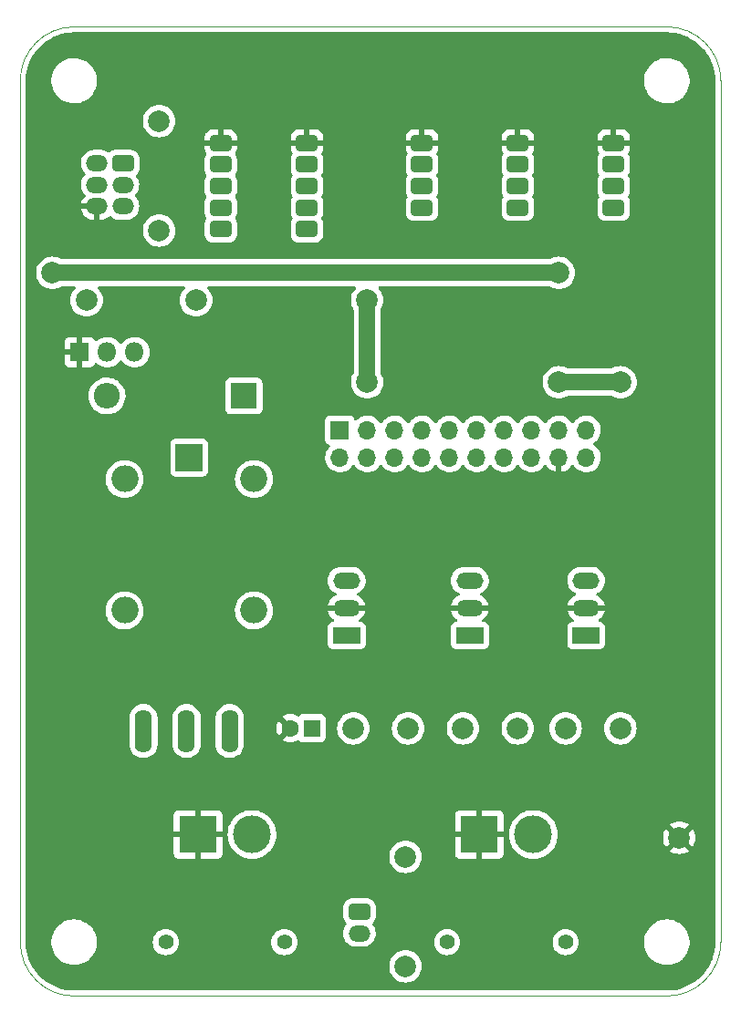
<source format=gtl>
G04 #@! TF.GenerationSoftware,KiCad,Pcbnew,(6.0.0)*
G04 #@! TF.CreationDate,2022-05-07T17:49:44+02:00*
G04 #@! TF.ProjectId,Alimentation,416c696d-656e-4746-9174-696f6e2e6b69,rev?*
G04 #@! TF.SameCoordinates,Original*
G04 #@! TF.FileFunction,Copper,L1,Top*
G04 #@! TF.FilePolarity,Positive*
%FSLAX46Y46*%
G04 Gerber Fmt 4.6, Leading zero omitted, Abs format (unit mm)*
G04 Created by KiCad (PCBNEW (6.0.0)) date 2022-05-07 17:49:44*
%MOMM*%
%LPD*%
G01*
G04 APERTURE LIST*
G04 Aperture macros list*
%AMRoundRect*
0 Rectangle with rounded corners*
0 $1 Rounding radius*
0 $2 $3 $4 $5 $6 $7 $8 $9 X,Y pos of 4 corners*
0 Add a 4 corners polygon primitive as box body*
4,1,4,$2,$3,$4,$5,$6,$7,$8,$9,$2,$3,0*
0 Add four circle primitives for the rounded corners*
1,1,$1+$1,$2,$3*
1,1,$1+$1,$4,$5*
1,1,$1+$1,$6,$7*
1,1,$1+$1,$8,$9*
0 Add four rect primitives between the rounded corners*
20,1,$1+$1,$2,$3,$4,$5,0*
20,1,$1+$1,$4,$5,$6,$7,0*
20,1,$1+$1,$6,$7,$8,$9,0*
20,1,$1+$1,$8,$9,$2,$3,0*%
G04 Aperture macros list end*
G04 #@! TA.AperFunction,Profile*
%ADD10C,0.050000*%
G04 #@! TD*
G04 #@! TA.AperFunction,ComponentPad*
%ADD11RoundRect,0.312500X-0.687500X0.437500X-0.687500X-0.437500X0.687500X-0.437500X0.687500X0.437500X0*%
G04 #@! TD*
G04 #@! TA.AperFunction,ComponentPad*
%ADD12R,2.500000X2.500000*%
G04 #@! TD*
G04 #@! TA.AperFunction,ComponentPad*
%ADD13O,2.500000X2.500000*%
G04 #@! TD*
G04 #@! TA.AperFunction,ComponentPad*
%ADD14R,2.500000X1.500000*%
G04 #@! TD*
G04 #@! TA.AperFunction,ComponentPad*
%ADD15O,2.500000X1.500000*%
G04 #@! TD*
G04 #@! TA.AperFunction,ComponentPad*
%ADD16R,1.700000X1.700000*%
G04 #@! TD*
G04 #@! TA.AperFunction,ComponentPad*
%ADD17O,1.700000X1.700000*%
G04 #@! TD*
G04 #@! TA.AperFunction,ComponentPad*
%ADD18RoundRect,0.312500X0.687500X-0.437500X0.687500X0.437500X-0.687500X0.437500X-0.687500X-0.437500X0*%
G04 #@! TD*
G04 #@! TA.AperFunction,ComponentPad*
%ADD19O,2.000000X1.500000*%
G04 #@! TD*
G04 #@! TA.AperFunction,ComponentPad*
%ADD20R,2.400000X2.400000*%
G04 #@! TD*
G04 #@! TA.AperFunction,ComponentPad*
%ADD21O,2.400000X2.400000*%
G04 #@! TD*
G04 #@! TA.AperFunction,ComponentPad*
%ADD22C,2.000000*%
G04 #@! TD*
G04 #@! TA.AperFunction,ComponentPad*
%ADD23C,1.400000*%
G04 #@! TD*
G04 #@! TA.AperFunction,ComponentPad*
%ADD24R,3.500000X3.500000*%
G04 #@! TD*
G04 #@! TA.AperFunction,ComponentPad*
%ADD25C,3.500000*%
G04 #@! TD*
G04 #@! TA.AperFunction,ComponentPad*
%ADD26R,1.800000X1.800000*%
G04 #@! TD*
G04 #@! TA.AperFunction,ComponentPad*
%ADD27O,1.800000X1.800000*%
G04 #@! TD*
G04 #@! TA.AperFunction,ComponentPad*
%ADD28R,1.600000X1.600000*%
G04 #@! TD*
G04 #@! TA.AperFunction,ComponentPad*
%ADD29C,1.600000*%
G04 #@! TD*
G04 #@! TA.AperFunction,ComponentPad*
%ADD30O,1.600000X4.000000*%
G04 #@! TD*
G04 #@! TA.AperFunction,SMDPad,CuDef*
%ADD31C,2.000000*%
G04 #@! TD*
G04 #@! TA.AperFunction,ViaPad*
%ADD32C,2.000000*%
G04 #@! TD*
G04 #@! TA.AperFunction,Conductor*
%ADD33C,1.500000*%
G04 #@! TD*
G04 APERTURE END LIST*
D10*
X147952000Y-125448000D02*
X92952000Y-125448000D01*
X92952000Y-35448000D02*
G75*
G03*
X87952000Y-40448000I0J-5000000D01*
G01*
X152952000Y-40448000D02*
X152952000Y-120448000D01*
X152952000Y-40448000D02*
G75*
G03*
X147952000Y-35448000I-5000000J0D01*
G01*
X147952000Y-125448000D02*
G75*
G03*
X152952000Y-120448000I0J5000000D01*
G01*
X87952000Y-40448000D02*
X87952000Y-120448000D01*
X87952000Y-120448000D02*
G75*
G03*
X92952000Y-125448000I5000000J0D01*
G01*
X92952000Y-35448000D02*
X147952000Y-35448000D01*
D11*
X143002000Y-46228000D03*
X143002000Y-48228000D03*
X143002000Y-50228000D03*
X143002000Y-52228000D03*
X134112000Y-46228000D03*
X134112000Y-48228000D03*
X134112000Y-50228000D03*
X134112000Y-52228000D03*
X125222000Y-46228000D03*
X125222000Y-48228000D03*
X125222000Y-50228000D03*
X125222000Y-52228000D03*
X114554000Y-46228000D03*
X114554000Y-48228000D03*
X114554000Y-50228000D03*
X114554000Y-52228000D03*
X114554000Y-54228000D03*
X106553000Y-46228000D03*
X106553000Y-48228000D03*
X106553000Y-50228000D03*
X106553000Y-52228000D03*
X106553000Y-54228000D03*
D12*
X103632000Y-75438000D03*
D13*
X97632000Y-77438000D03*
X97632000Y-89638000D03*
X109632000Y-89638000D03*
X109632000Y-77438000D03*
D14*
X129667000Y-91948000D03*
D15*
X129667000Y-89408000D03*
X129667000Y-86868000D03*
D14*
X118237000Y-91948000D03*
D15*
X118237000Y-89408000D03*
X118237000Y-86868000D03*
D16*
X117602000Y-72898000D03*
D17*
X117602000Y-75438000D03*
X120142000Y-72898000D03*
X120142000Y-75438000D03*
X122682000Y-72898000D03*
X122682000Y-75438000D03*
X125222000Y-72898000D03*
X125222000Y-75438000D03*
X127762000Y-72898000D03*
X127762000Y-75438000D03*
X130302000Y-72898000D03*
X130302000Y-75438000D03*
X132842000Y-72898000D03*
X132842000Y-75438000D03*
X135382000Y-72898000D03*
X135382000Y-75438000D03*
X137922000Y-72898000D03*
X137922000Y-75438000D03*
X140462000Y-72898000D03*
X140462000Y-75438000D03*
D18*
X97482000Y-48133000D03*
D19*
X95082000Y-48133000D03*
X97482000Y-50133000D03*
X95082000Y-50133000D03*
X97482000Y-52133000D03*
X95082000Y-52133000D03*
D20*
X108712000Y-69723000D03*
D21*
X96012000Y-69723000D03*
D14*
X140462000Y-91948000D03*
D15*
X140462000Y-89408000D03*
X140462000Y-86868000D03*
D22*
X104267000Y-60833000D03*
X94107000Y-60833000D03*
D23*
X138556000Y-120448000D03*
X127556000Y-120448000D03*
D24*
X130556000Y-110448000D03*
D25*
X135556000Y-110448000D03*
D23*
X112452000Y-120448000D03*
X101452000Y-120448000D03*
D24*
X104452000Y-110448000D03*
D25*
X109452000Y-110448000D03*
D26*
X93472000Y-65653000D03*
D27*
X96012000Y-65653000D03*
X98552000Y-65653000D03*
D11*
X119422000Y-117618000D03*
D19*
X119422000Y-119618000D03*
D22*
X134112000Y-100584000D03*
X129032000Y-100584000D03*
D28*
X115001113Y-100584000D03*
D29*
X113001113Y-100584000D03*
D30*
X99378000Y-100838000D03*
X103378000Y-100838000D03*
X107378000Y-100838000D03*
D31*
X149098000Y-110744000D03*
D22*
X100838000Y-44196000D03*
X100838000Y-54356000D03*
X118862000Y-100584000D03*
X123942000Y-100584000D03*
X123698000Y-122682000D03*
X123698000Y-112522000D03*
X138547000Y-100584000D03*
X143627000Y-100584000D03*
D32*
X143637000Y-68453000D03*
X137922000Y-68453000D03*
X101092000Y-38608000D03*
X93472000Y-80518000D03*
X97282000Y-107188000D03*
X113792000Y-89408000D03*
X113792000Y-69088000D03*
X131572000Y-103378000D03*
X115062000Y-105918000D03*
X136652000Y-89408000D03*
X144272000Y-77978000D03*
X148082000Y-114808000D03*
X102362000Y-89408000D03*
X140462000Y-38608000D03*
X121412000Y-38608000D03*
X106172000Y-80518000D03*
X131572000Y-119888000D03*
X125222000Y-89408000D03*
X93472000Y-114808000D03*
X149352000Y-65278000D03*
X107442000Y-119888000D03*
X144272000Y-94488000D03*
X120142000Y-68453000D03*
X120142000Y-60833000D03*
X137922000Y-58293000D03*
X90932000Y-58293000D03*
D33*
X137922000Y-68453000D02*
X143637000Y-68453000D01*
X120142000Y-60833000D02*
X120142000Y-68453000D01*
X137922000Y-58293000D02*
X90932000Y-58293000D01*
G04 #@! TA.AperFunction,Conductor*
G36*
X147922057Y-35957500D02*
G01*
X147936858Y-35959805D01*
X147936861Y-35959805D01*
X147945730Y-35961186D01*
X147966158Y-35958515D01*
X147987983Y-35957571D01*
X148338007Y-35972853D01*
X148348958Y-35973811D01*
X148726579Y-36023527D01*
X148737403Y-36025436D01*
X149109243Y-36107870D01*
X149119860Y-36110715D01*
X149483110Y-36225248D01*
X149493425Y-36229001D01*
X149845334Y-36374766D01*
X149855269Y-36379399D01*
X150193128Y-36555278D01*
X150202637Y-36560768D01*
X150523860Y-36765410D01*
X150532864Y-36771714D01*
X150835043Y-37003583D01*
X150843463Y-37010649D01*
X151124268Y-37267959D01*
X151132041Y-37275732D01*
X151389351Y-37556537D01*
X151396417Y-37564957D01*
X151628286Y-37867136D01*
X151634590Y-37876140D01*
X151839232Y-38197363D01*
X151844722Y-38206872D01*
X152020601Y-38544731D01*
X152025234Y-38554666D01*
X152134963Y-38819577D01*
X152170996Y-38906568D01*
X152174752Y-38916890D01*
X152202401Y-39004579D01*
X152289285Y-39280139D01*
X152292130Y-39290757D01*
X152374564Y-39662597D01*
X152376473Y-39673421D01*
X152426189Y-40051042D01*
X152427147Y-40061993D01*
X152442104Y-40404583D01*
X152440724Y-40429461D01*
X152438814Y-40441730D01*
X152440638Y-40455678D01*
X152442936Y-40473251D01*
X152444000Y-40489589D01*
X152444000Y-120398672D01*
X152442500Y-120418056D01*
X152438814Y-120441730D01*
X152441485Y-120462158D01*
X152442429Y-120483983D01*
X152436295Y-120624485D01*
X152427147Y-120834007D01*
X152426189Y-120844957D01*
X152423454Y-120865734D01*
X152376473Y-121222579D01*
X152374564Y-121233403D01*
X152292130Y-121605243D01*
X152289285Y-121615860D01*
X152200434Y-121897661D01*
X152174755Y-121979103D01*
X152170999Y-121989425D01*
X152128137Y-122092904D01*
X152025238Y-122341325D01*
X152020601Y-122351269D01*
X151844722Y-122689128D01*
X151839232Y-122698637D01*
X151634590Y-123019860D01*
X151628286Y-123028864D01*
X151396417Y-123331043D01*
X151389353Y-123339460D01*
X151176806Y-123571416D01*
X151132041Y-123620268D01*
X151124268Y-123628041D01*
X150843463Y-123885351D01*
X150835046Y-123892414D01*
X150683953Y-124008352D01*
X150532864Y-124124286D01*
X150523860Y-124130590D01*
X150202637Y-124335232D01*
X150193128Y-124340722D01*
X149855269Y-124516601D01*
X149845334Y-124521234D01*
X149493425Y-124666999D01*
X149483110Y-124670752D01*
X149119861Y-124785285D01*
X149109243Y-124788130D01*
X148737403Y-124870564D01*
X148726579Y-124872473D01*
X148348958Y-124922189D01*
X148338007Y-124923147D01*
X147995417Y-124938104D01*
X147970539Y-124936724D01*
X147970160Y-124936665D01*
X147958270Y-124934814D01*
X147926749Y-124938936D01*
X147910411Y-124940000D01*
X93001328Y-124940000D01*
X92981943Y-124938500D01*
X92967142Y-124936195D01*
X92967139Y-124936195D01*
X92958270Y-124934814D01*
X92937842Y-124937485D01*
X92916017Y-124938429D01*
X92565993Y-124923147D01*
X92555042Y-124922189D01*
X92177421Y-124872473D01*
X92166597Y-124870564D01*
X91794757Y-124788130D01*
X91784139Y-124785285D01*
X91420890Y-124670752D01*
X91410575Y-124666999D01*
X91058666Y-124521234D01*
X91048731Y-124516601D01*
X90710872Y-124340722D01*
X90701363Y-124335232D01*
X90380140Y-124130590D01*
X90371136Y-124124286D01*
X90220046Y-124008351D01*
X90068954Y-123892414D01*
X90060537Y-123885351D01*
X89779732Y-123628041D01*
X89771959Y-123620268D01*
X89727195Y-123571416D01*
X89514647Y-123339460D01*
X89507583Y-123331043D01*
X89275714Y-123028864D01*
X89269410Y-123019860D01*
X89064768Y-122698637D01*
X89059278Y-122689128D01*
X89055567Y-122682000D01*
X122184835Y-122682000D01*
X122203465Y-122918711D01*
X122258895Y-123149594D01*
X122260788Y-123154165D01*
X122260789Y-123154167D01*
X122337541Y-123339463D01*
X122349760Y-123368963D01*
X122352346Y-123373183D01*
X122471241Y-123567202D01*
X122471245Y-123567208D01*
X122473824Y-123571416D01*
X122628031Y-123751969D01*
X122808584Y-123906176D01*
X122812792Y-123908755D01*
X122812798Y-123908759D01*
X123006817Y-124027654D01*
X123011037Y-124030240D01*
X123015607Y-124032133D01*
X123015611Y-124032135D01*
X123225833Y-124119211D01*
X123230406Y-124121105D01*
X123310609Y-124140360D01*
X123456476Y-124175380D01*
X123456482Y-124175381D01*
X123461289Y-124176535D01*
X123698000Y-124195165D01*
X123934711Y-124176535D01*
X123939518Y-124175381D01*
X123939524Y-124175380D01*
X124085391Y-124140360D01*
X124165594Y-124121105D01*
X124170167Y-124119211D01*
X124380389Y-124032135D01*
X124380393Y-124032133D01*
X124384963Y-124030240D01*
X124389183Y-124027654D01*
X124583202Y-123908759D01*
X124583208Y-123908755D01*
X124587416Y-123906176D01*
X124767969Y-123751969D01*
X124922176Y-123571416D01*
X124924755Y-123567208D01*
X124924759Y-123567202D01*
X125043654Y-123373183D01*
X125046240Y-123368963D01*
X125058460Y-123339463D01*
X125135211Y-123154167D01*
X125135212Y-123154165D01*
X125137105Y-123149594D01*
X125192535Y-122918711D01*
X125211165Y-122682000D01*
X125192535Y-122445289D01*
X125179031Y-122389038D01*
X125156360Y-122294609D01*
X125137105Y-122214406D01*
X125086778Y-122092904D01*
X125048135Y-121999611D01*
X125048133Y-121999607D01*
X125046240Y-121995037D01*
X124972795Y-121875186D01*
X124924759Y-121796798D01*
X124924755Y-121796792D01*
X124922176Y-121792584D01*
X124767969Y-121612031D01*
X124587416Y-121457824D01*
X124583208Y-121455245D01*
X124583202Y-121455241D01*
X124389183Y-121336346D01*
X124384963Y-121333760D01*
X124380393Y-121331867D01*
X124380389Y-121331865D01*
X124170167Y-121244789D01*
X124170165Y-121244788D01*
X124165594Y-121242895D01*
X124080972Y-121222579D01*
X123939524Y-121188620D01*
X123939518Y-121188619D01*
X123934711Y-121187465D01*
X123698000Y-121168835D01*
X123461289Y-121187465D01*
X123456482Y-121188619D01*
X123456476Y-121188620D01*
X123315028Y-121222579D01*
X123230406Y-121242895D01*
X123225835Y-121244788D01*
X123225833Y-121244789D01*
X123015611Y-121331865D01*
X123015607Y-121331867D01*
X123011037Y-121333760D01*
X123006817Y-121336346D01*
X122812798Y-121455241D01*
X122812792Y-121455245D01*
X122808584Y-121457824D01*
X122628031Y-121612031D01*
X122473824Y-121792584D01*
X122471245Y-121796792D01*
X122471241Y-121796798D01*
X122423205Y-121875186D01*
X122349760Y-121995037D01*
X122347867Y-121999607D01*
X122347865Y-121999611D01*
X122309222Y-122092904D01*
X122258895Y-122214406D01*
X122239640Y-122294609D01*
X122216970Y-122389038D01*
X122203465Y-122445289D01*
X122184835Y-122682000D01*
X89055567Y-122682000D01*
X88883399Y-122351269D01*
X88878762Y-122341325D01*
X88775864Y-122092904D01*
X88733001Y-121989425D01*
X88729245Y-121979103D01*
X88703567Y-121897661D01*
X88614715Y-121615860D01*
X88611870Y-121605243D01*
X88529436Y-121233403D01*
X88527527Y-121222579D01*
X88477811Y-120844957D01*
X88476853Y-120834006D01*
X88466943Y-120607036D01*
X88465793Y-120580703D01*
X90842743Y-120580703D01*
X90843302Y-120584947D01*
X90843302Y-120584951D01*
X90853705Y-120663970D01*
X90880268Y-120865734D01*
X90881401Y-120869874D01*
X90881401Y-120869876D01*
X90883213Y-120876500D01*
X90956129Y-121143036D01*
X90957813Y-121146984D01*
X91057400Y-121380460D01*
X91068923Y-121407476D01*
X91121565Y-121495434D01*
X91193595Y-121615787D01*
X91216561Y-121654161D01*
X91396313Y-121878528D01*
X91604851Y-122076423D01*
X91838317Y-122244186D01*
X91842112Y-122246195D01*
X91842113Y-122246196D01*
X91863869Y-122257715D01*
X92092392Y-122378712D01*
X92362373Y-122477511D01*
X92643264Y-122538755D01*
X92671841Y-122541004D01*
X92866282Y-122556307D01*
X92866291Y-122556307D01*
X92868739Y-122556500D01*
X93024271Y-122556500D01*
X93026407Y-122556354D01*
X93026418Y-122556354D01*
X93234548Y-122542165D01*
X93234554Y-122542164D01*
X93238825Y-122541873D01*
X93243020Y-122541004D01*
X93243022Y-122541004D01*
X93379584Y-122512723D01*
X93520342Y-122483574D01*
X93791343Y-122387607D01*
X94046812Y-122255750D01*
X94050313Y-122253289D01*
X94050317Y-122253287D01*
X94164418Y-122173095D01*
X94282023Y-122090441D01*
X94389231Y-121990817D01*
X94489479Y-121897661D01*
X94489481Y-121897658D01*
X94492622Y-121894740D01*
X94674713Y-121672268D01*
X94824927Y-121427142D01*
X94848516Y-121373406D01*
X94938757Y-121167830D01*
X94940483Y-121163898D01*
X95019244Y-120887406D01*
X95052579Y-120653175D01*
X95059146Y-120607036D01*
X95059146Y-120607034D01*
X95059751Y-120602784D01*
X95059845Y-120584951D01*
X95060562Y-120448000D01*
X100238884Y-120448000D01*
X100257314Y-120658655D01*
X100258738Y-120663968D01*
X100258738Y-120663970D01*
X100307234Y-120844957D01*
X100312044Y-120862910D01*
X100314366Y-120867891D01*
X100314367Y-120867892D01*
X100325392Y-120891534D01*
X100401411Y-121054558D01*
X100522699Y-121227776D01*
X100672224Y-121377301D01*
X100845442Y-121498589D01*
X100850420Y-121500910D01*
X100850423Y-121500912D01*
X101032108Y-121585633D01*
X101037090Y-121587956D01*
X101042398Y-121589378D01*
X101042400Y-121589379D01*
X101236030Y-121641262D01*
X101236032Y-121641262D01*
X101241345Y-121642686D01*
X101452000Y-121661116D01*
X101662655Y-121642686D01*
X101667968Y-121641262D01*
X101667970Y-121641262D01*
X101861600Y-121589379D01*
X101861602Y-121589378D01*
X101866910Y-121587956D01*
X101871892Y-121585633D01*
X102053577Y-121500912D01*
X102053580Y-121500910D01*
X102058558Y-121498589D01*
X102231776Y-121377301D01*
X102381301Y-121227776D01*
X102502589Y-121054558D01*
X102578609Y-120891534D01*
X102589633Y-120867892D01*
X102589634Y-120867891D01*
X102591956Y-120862910D01*
X102596767Y-120844957D01*
X102645262Y-120663970D01*
X102645262Y-120663968D01*
X102646686Y-120658655D01*
X102665116Y-120448000D01*
X111238884Y-120448000D01*
X111257314Y-120658655D01*
X111258738Y-120663968D01*
X111258738Y-120663970D01*
X111307234Y-120844957D01*
X111312044Y-120862910D01*
X111314366Y-120867891D01*
X111314367Y-120867892D01*
X111325392Y-120891534D01*
X111401411Y-121054558D01*
X111522699Y-121227776D01*
X111672224Y-121377301D01*
X111845442Y-121498589D01*
X111850420Y-121500910D01*
X111850423Y-121500912D01*
X112032108Y-121585633D01*
X112037090Y-121587956D01*
X112042398Y-121589378D01*
X112042400Y-121589379D01*
X112236030Y-121641262D01*
X112236032Y-121641262D01*
X112241345Y-121642686D01*
X112452000Y-121661116D01*
X112662655Y-121642686D01*
X112667968Y-121641262D01*
X112667970Y-121641262D01*
X112861600Y-121589379D01*
X112861602Y-121589378D01*
X112866910Y-121587956D01*
X112871892Y-121585633D01*
X113053577Y-121500912D01*
X113053580Y-121500910D01*
X113058558Y-121498589D01*
X113231776Y-121377301D01*
X113381301Y-121227776D01*
X113502589Y-121054558D01*
X113578609Y-120891534D01*
X113589633Y-120867892D01*
X113589634Y-120867891D01*
X113591956Y-120862910D01*
X113596767Y-120844957D01*
X113645262Y-120663970D01*
X113645262Y-120663968D01*
X113646686Y-120658655D01*
X113665116Y-120448000D01*
X113646686Y-120237345D01*
X113645262Y-120232030D01*
X113593379Y-120038400D01*
X113593378Y-120038398D01*
X113591956Y-120033090D01*
X113580533Y-120008594D01*
X113504912Y-119846423D01*
X113504910Y-119846420D01*
X113502589Y-119841442D01*
X113381301Y-119668224D01*
X113370767Y-119657690D01*
X117909037Y-119657690D01*
X117936025Y-119880715D01*
X118002082Y-120095435D01*
X118004652Y-120100415D01*
X118004654Y-120100419D01*
X118102546Y-120290081D01*
X118105118Y-120295064D01*
X118241877Y-120473292D01*
X118408036Y-120624485D01*
X118412783Y-120627463D01*
X118412786Y-120627465D01*
X118541229Y-120708036D01*
X118598344Y-120743864D01*
X118806783Y-120827656D01*
X119026767Y-120873213D01*
X119031378Y-120873479D01*
X119031379Y-120873479D01*
X119081952Y-120876395D01*
X119081956Y-120876395D01*
X119083775Y-120876500D01*
X119728999Y-120876500D01*
X119731786Y-120876251D01*
X119731792Y-120876251D01*
X119803220Y-120869876D01*
X119895762Y-120861617D01*
X119901176Y-120860136D01*
X119901181Y-120860135D01*
X120028912Y-120825191D01*
X120112451Y-120802337D01*
X120117509Y-120799925D01*
X120117513Y-120799923D01*
X120235042Y-120743864D01*
X120315218Y-120705622D01*
X120497654Y-120574529D01*
X120562661Y-120507447D01*
X120620270Y-120448000D01*
X126342884Y-120448000D01*
X126361314Y-120658655D01*
X126362738Y-120663968D01*
X126362738Y-120663970D01*
X126411234Y-120844957D01*
X126416044Y-120862910D01*
X126418366Y-120867891D01*
X126418367Y-120867892D01*
X126429392Y-120891534D01*
X126505411Y-121054558D01*
X126626699Y-121227776D01*
X126776224Y-121377301D01*
X126949442Y-121498589D01*
X126954420Y-121500910D01*
X126954423Y-121500912D01*
X127136108Y-121585633D01*
X127141090Y-121587956D01*
X127146398Y-121589378D01*
X127146400Y-121589379D01*
X127340030Y-121641262D01*
X127340032Y-121641262D01*
X127345345Y-121642686D01*
X127556000Y-121661116D01*
X127766655Y-121642686D01*
X127771968Y-121641262D01*
X127771970Y-121641262D01*
X127965600Y-121589379D01*
X127965602Y-121589378D01*
X127970910Y-121587956D01*
X127975892Y-121585633D01*
X128157577Y-121500912D01*
X128157580Y-121500910D01*
X128162558Y-121498589D01*
X128335776Y-121377301D01*
X128485301Y-121227776D01*
X128606589Y-121054558D01*
X128682609Y-120891534D01*
X128693633Y-120867892D01*
X128693634Y-120867891D01*
X128695956Y-120862910D01*
X128700767Y-120844957D01*
X128749262Y-120663970D01*
X128749262Y-120663968D01*
X128750686Y-120658655D01*
X128769116Y-120448000D01*
X137342884Y-120448000D01*
X137361314Y-120658655D01*
X137362738Y-120663968D01*
X137362738Y-120663970D01*
X137411234Y-120844957D01*
X137416044Y-120862910D01*
X137418366Y-120867891D01*
X137418367Y-120867892D01*
X137429392Y-120891534D01*
X137505411Y-121054558D01*
X137626699Y-121227776D01*
X137776224Y-121377301D01*
X137949442Y-121498589D01*
X137954420Y-121500910D01*
X137954423Y-121500912D01*
X138136108Y-121585633D01*
X138141090Y-121587956D01*
X138146398Y-121589378D01*
X138146400Y-121589379D01*
X138340030Y-121641262D01*
X138340032Y-121641262D01*
X138345345Y-121642686D01*
X138556000Y-121661116D01*
X138766655Y-121642686D01*
X138771968Y-121641262D01*
X138771970Y-121641262D01*
X138965600Y-121589379D01*
X138965602Y-121589378D01*
X138970910Y-121587956D01*
X138975892Y-121585633D01*
X139157577Y-121500912D01*
X139157580Y-121500910D01*
X139162558Y-121498589D01*
X139335776Y-121377301D01*
X139485301Y-121227776D01*
X139606589Y-121054558D01*
X139682609Y-120891534D01*
X139693633Y-120867892D01*
X139693634Y-120867891D01*
X139695956Y-120862910D01*
X139700767Y-120844957D01*
X139749262Y-120663970D01*
X139749262Y-120663968D01*
X139750686Y-120658655D01*
X139757506Y-120580703D01*
X145842743Y-120580703D01*
X145843302Y-120584947D01*
X145843302Y-120584951D01*
X145853705Y-120663970D01*
X145880268Y-120865734D01*
X145881401Y-120869874D01*
X145881401Y-120869876D01*
X145883213Y-120876500D01*
X145956129Y-121143036D01*
X145957813Y-121146984D01*
X146057400Y-121380460D01*
X146068923Y-121407476D01*
X146121565Y-121495434D01*
X146193595Y-121615787D01*
X146216561Y-121654161D01*
X146396313Y-121878528D01*
X146604851Y-122076423D01*
X146838317Y-122244186D01*
X146842112Y-122246195D01*
X146842113Y-122246196D01*
X146863869Y-122257715D01*
X147092392Y-122378712D01*
X147362373Y-122477511D01*
X147643264Y-122538755D01*
X147671841Y-122541004D01*
X147866282Y-122556307D01*
X147866291Y-122556307D01*
X147868739Y-122556500D01*
X148024271Y-122556500D01*
X148026407Y-122556354D01*
X148026418Y-122556354D01*
X148234548Y-122542165D01*
X148234554Y-122542164D01*
X148238825Y-122541873D01*
X148243020Y-122541004D01*
X148243022Y-122541004D01*
X148379584Y-122512723D01*
X148520342Y-122483574D01*
X148791343Y-122387607D01*
X149046812Y-122255750D01*
X149050313Y-122253289D01*
X149050317Y-122253287D01*
X149164417Y-122173096D01*
X149282023Y-122090441D01*
X149389231Y-121990817D01*
X149489479Y-121897661D01*
X149489481Y-121897658D01*
X149492622Y-121894740D01*
X149674713Y-121672268D01*
X149824927Y-121427142D01*
X149848516Y-121373406D01*
X149938757Y-121167830D01*
X149940483Y-121163898D01*
X150019244Y-120887406D01*
X150052579Y-120653175D01*
X150059146Y-120607036D01*
X150059146Y-120607034D01*
X150059751Y-120602784D01*
X150059845Y-120584951D01*
X150061235Y-120319583D01*
X150061235Y-120319576D01*
X150061257Y-120315297D01*
X150058594Y-120295064D01*
X150032968Y-120100419D01*
X150023732Y-120030266D01*
X149947871Y-119752964D01*
X149847948Y-119518699D01*
X149836763Y-119492476D01*
X149836761Y-119492472D01*
X149835077Y-119488524D01*
X149687439Y-119241839D01*
X149507687Y-119017472D01*
X149384289Y-118900372D01*
X149302258Y-118822527D01*
X149302255Y-118822525D01*
X149299149Y-118819577D01*
X149065683Y-118651814D01*
X149043843Y-118640250D01*
X149020654Y-118627972D01*
X148811608Y-118517288D01*
X148541627Y-118418489D01*
X148260736Y-118357245D01*
X148229685Y-118354801D01*
X148037718Y-118339693D01*
X148037709Y-118339693D01*
X148035261Y-118339500D01*
X147879729Y-118339500D01*
X147877593Y-118339646D01*
X147877582Y-118339646D01*
X147669452Y-118353835D01*
X147669446Y-118353836D01*
X147665175Y-118354127D01*
X147660980Y-118354996D01*
X147660978Y-118354996D01*
X147524417Y-118383276D01*
X147383658Y-118412426D01*
X147112657Y-118508393D01*
X146857188Y-118640250D01*
X146853687Y-118642711D01*
X146853683Y-118642713D01*
X146757756Y-118710132D01*
X146621977Y-118805559D01*
X146411378Y-119001260D01*
X146229287Y-119223732D01*
X146079073Y-119468858D01*
X146077347Y-119472791D01*
X146077346Y-119472792D01*
X146031027Y-119578310D01*
X145963517Y-119732102D01*
X145884756Y-120008594D01*
X145844249Y-120293216D01*
X145844227Y-120297505D01*
X145844226Y-120297512D01*
X145843191Y-120495173D01*
X145842743Y-120580703D01*
X139757506Y-120580703D01*
X139769116Y-120448000D01*
X139750686Y-120237345D01*
X139749262Y-120232030D01*
X139697379Y-120038400D01*
X139697378Y-120038398D01*
X139695956Y-120033090D01*
X139684533Y-120008594D01*
X139608912Y-119846423D01*
X139608910Y-119846420D01*
X139606589Y-119841442D01*
X139485301Y-119668224D01*
X139335776Y-119518699D01*
X139162558Y-119397411D01*
X139157580Y-119395090D01*
X139157577Y-119395088D01*
X138975892Y-119310367D01*
X138975891Y-119310366D01*
X138970910Y-119308044D01*
X138965602Y-119306622D01*
X138965600Y-119306621D01*
X138771970Y-119254738D01*
X138771968Y-119254738D01*
X138766655Y-119253314D01*
X138556000Y-119234884D01*
X138345345Y-119253314D01*
X138340032Y-119254738D01*
X138340030Y-119254738D01*
X138146400Y-119306621D01*
X138146398Y-119306622D01*
X138141090Y-119308044D01*
X138136109Y-119310366D01*
X138136108Y-119310367D01*
X137954423Y-119395088D01*
X137954420Y-119395090D01*
X137949442Y-119397411D01*
X137776224Y-119518699D01*
X137626699Y-119668224D01*
X137505411Y-119841442D01*
X137503090Y-119846420D01*
X137503088Y-119846423D01*
X137427467Y-120008594D01*
X137416044Y-120033090D01*
X137414622Y-120038398D01*
X137414621Y-120038400D01*
X137362738Y-120232030D01*
X137361314Y-120237345D01*
X137342884Y-120448000D01*
X128769116Y-120448000D01*
X128750686Y-120237345D01*
X128749262Y-120232030D01*
X128697379Y-120038400D01*
X128697378Y-120038398D01*
X128695956Y-120033090D01*
X128684533Y-120008594D01*
X128608912Y-119846423D01*
X128608910Y-119846420D01*
X128606589Y-119841442D01*
X128485301Y-119668224D01*
X128335776Y-119518699D01*
X128162558Y-119397411D01*
X128157580Y-119395090D01*
X128157577Y-119395088D01*
X127975892Y-119310367D01*
X127975891Y-119310366D01*
X127970910Y-119308044D01*
X127965602Y-119306622D01*
X127965600Y-119306621D01*
X127771970Y-119254738D01*
X127771968Y-119254738D01*
X127766655Y-119253314D01*
X127556000Y-119234884D01*
X127345345Y-119253314D01*
X127340032Y-119254738D01*
X127340030Y-119254738D01*
X127146400Y-119306621D01*
X127146398Y-119306622D01*
X127141090Y-119308044D01*
X127136109Y-119310366D01*
X127136108Y-119310367D01*
X126954423Y-119395088D01*
X126954420Y-119395090D01*
X126949442Y-119397411D01*
X126776224Y-119518699D01*
X126626699Y-119668224D01*
X126505411Y-119841442D01*
X126503090Y-119846420D01*
X126503088Y-119846423D01*
X126427467Y-120008594D01*
X126416044Y-120033090D01*
X126414622Y-120038398D01*
X126414621Y-120038400D01*
X126362738Y-120232030D01*
X126361314Y-120237345D01*
X126342884Y-120448000D01*
X120620270Y-120448000D01*
X120650089Y-120417229D01*
X120650091Y-120417226D01*
X120653992Y-120413201D01*
X120779290Y-120226738D01*
X120869588Y-120021033D01*
X120872575Y-120008594D01*
X120920722Y-119808046D01*
X120920722Y-119808045D01*
X120922032Y-119802589D01*
X120934963Y-119578310D01*
X120907975Y-119355285D01*
X120841918Y-119140565D01*
X120776798Y-119014396D01*
X120741454Y-118945919D01*
X120741454Y-118945918D01*
X120738882Y-118940936D01*
X120735468Y-118936487D01*
X120735465Y-118936482D01*
X120653629Y-118829830D01*
X120628029Y-118763610D01*
X120642294Y-118694061D01*
X120674980Y-118654658D01*
X120693708Y-118639708D01*
X120798536Y-118508393D01*
X120804224Y-118501268D01*
X120808621Y-118495760D01*
X120888786Y-118329930D01*
X120930220Y-118150460D01*
X120930500Y-118145604D01*
X120930500Y-117090396D01*
X120930220Y-117085540D01*
X120888786Y-116906070D01*
X120808621Y-116740240D01*
X120693708Y-116596292D01*
X120549760Y-116481379D01*
X120383930Y-116401214D01*
X120377069Y-116399630D01*
X120209659Y-116360980D01*
X120209656Y-116360980D01*
X120204460Y-116359780D01*
X120199604Y-116359500D01*
X118644396Y-116359500D01*
X118639540Y-116359780D01*
X118634344Y-116360980D01*
X118634341Y-116360980D01*
X118466931Y-116399630D01*
X118460070Y-116401214D01*
X118294240Y-116481379D01*
X118150292Y-116596292D01*
X118035379Y-116740240D01*
X117955214Y-116906070D01*
X117913780Y-117085540D01*
X117913500Y-117090396D01*
X117913500Y-118145604D01*
X117913780Y-118150460D01*
X117955214Y-118329930D01*
X118035379Y-118495760D01*
X118039776Y-118501268D01*
X118045464Y-118508393D01*
X118150292Y-118639708D01*
X118165694Y-118652003D01*
X118206452Y-118710132D01*
X118209313Y-118781071D01*
X118188868Y-118822033D01*
X118190008Y-118822799D01*
X118064710Y-119009262D01*
X117974412Y-119214967D01*
X117973103Y-119220418D01*
X117973102Y-119220422D01*
X117930611Y-119397411D01*
X117921968Y-119433411D01*
X117909037Y-119657690D01*
X113370767Y-119657690D01*
X113231776Y-119518699D01*
X113058558Y-119397411D01*
X113053580Y-119395090D01*
X113053577Y-119395088D01*
X112871892Y-119310367D01*
X112871891Y-119310366D01*
X112866910Y-119308044D01*
X112861602Y-119306622D01*
X112861600Y-119306621D01*
X112667970Y-119254738D01*
X112667968Y-119254738D01*
X112662655Y-119253314D01*
X112452000Y-119234884D01*
X112241345Y-119253314D01*
X112236032Y-119254738D01*
X112236030Y-119254738D01*
X112042400Y-119306621D01*
X112042398Y-119306622D01*
X112037090Y-119308044D01*
X112032109Y-119310366D01*
X112032108Y-119310367D01*
X111850423Y-119395088D01*
X111850420Y-119395090D01*
X111845442Y-119397411D01*
X111672224Y-119518699D01*
X111522699Y-119668224D01*
X111401411Y-119841442D01*
X111399090Y-119846420D01*
X111399088Y-119846423D01*
X111323467Y-120008594D01*
X111312044Y-120033090D01*
X111310622Y-120038398D01*
X111310621Y-120038400D01*
X111258738Y-120232030D01*
X111257314Y-120237345D01*
X111238884Y-120448000D01*
X102665116Y-120448000D01*
X102646686Y-120237345D01*
X102645262Y-120232030D01*
X102593379Y-120038400D01*
X102593378Y-120038398D01*
X102591956Y-120033090D01*
X102580533Y-120008594D01*
X102504912Y-119846423D01*
X102504910Y-119846420D01*
X102502589Y-119841442D01*
X102381301Y-119668224D01*
X102231776Y-119518699D01*
X102058558Y-119397411D01*
X102053580Y-119395090D01*
X102053577Y-119395088D01*
X101871892Y-119310367D01*
X101871891Y-119310366D01*
X101866910Y-119308044D01*
X101861602Y-119306622D01*
X101861600Y-119306621D01*
X101667970Y-119254738D01*
X101667968Y-119254738D01*
X101662655Y-119253314D01*
X101452000Y-119234884D01*
X101241345Y-119253314D01*
X101236032Y-119254738D01*
X101236030Y-119254738D01*
X101042400Y-119306621D01*
X101042398Y-119306622D01*
X101037090Y-119308044D01*
X101032109Y-119310366D01*
X101032108Y-119310367D01*
X100850423Y-119395088D01*
X100850420Y-119395090D01*
X100845442Y-119397411D01*
X100672224Y-119518699D01*
X100522699Y-119668224D01*
X100401411Y-119841442D01*
X100399090Y-119846420D01*
X100399088Y-119846423D01*
X100323467Y-120008594D01*
X100312044Y-120033090D01*
X100310622Y-120038398D01*
X100310621Y-120038400D01*
X100258738Y-120232030D01*
X100257314Y-120237345D01*
X100238884Y-120448000D01*
X95060562Y-120448000D01*
X95061235Y-120319583D01*
X95061235Y-120319576D01*
X95061257Y-120315297D01*
X95058594Y-120295064D01*
X95032968Y-120100419D01*
X95023732Y-120030266D01*
X94947871Y-119752964D01*
X94847948Y-119518699D01*
X94836763Y-119492476D01*
X94836761Y-119492472D01*
X94835077Y-119488524D01*
X94687439Y-119241839D01*
X94507687Y-119017472D01*
X94384289Y-118900372D01*
X94302258Y-118822527D01*
X94302255Y-118822525D01*
X94299149Y-118819577D01*
X94065683Y-118651814D01*
X94043843Y-118640250D01*
X94020654Y-118627972D01*
X93811608Y-118517288D01*
X93541627Y-118418489D01*
X93260736Y-118357245D01*
X93229685Y-118354801D01*
X93037718Y-118339693D01*
X93037709Y-118339693D01*
X93035261Y-118339500D01*
X92879729Y-118339500D01*
X92877593Y-118339646D01*
X92877582Y-118339646D01*
X92669452Y-118353835D01*
X92669446Y-118353836D01*
X92665175Y-118354127D01*
X92660980Y-118354996D01*
X92660978Y-118354996D01*
X92524417Y-118383276D01*
X92383658Y-118412426D01*
X92112657Y-118508393D01*
X91857188Y-118640250D01*
X91853687Y-118642711D01*
X91853683Y-118642713D01*
X91757756Y-118710132D01*
X91621977Y-118805559D01*
X91411378Y-119001260D01*
X91229287Y-119223732D01*
X91079073Y-119468858D01*
X91077347Y-119472791D01*
X91077346Y-119472792D01*
X91031027Y-119578310D01*
X90963517Y-119732102D01*
X90884756Y-120008594D01*
X90844249Y-120293216D01*
X90844227Y-120297505D01*
X90844226Y-120297512D01*
X90843191Y-120495173D01*
X90842743Y-120580703D01*
X88465793Y-120580703D01*
X88462059Y-120495172D01*
X88463686Y-120468769D01*
X88464263Y-120465342D01*
X88464263Y-120465340D01*
X88465071Y-120460539D01*
X88465224Y-120448000D01*
X88461273Y-120420412D01*
X88460000Y-120402549D01*
X88460000Y-112242669D01*
X102194001Y-112242669D01*
X102194371Y-112249490D01*
X102199895Y-112300352D01*
X102203521Y-112315604D01*
X102248676Y-112436054D01*
X102257214Y-112451649D01*
X102333715Y-112553724D01*
X102346276Y-112566285D01*
X102448351Y-112642786D01*
X102463946Y-112651324D01*
X102584394Y-112696478D01*
X102599649Y-112700105D01*
X102650514Y-112705631D01*
X102657328Y-112706000D01*
X104179885Y-112706000D01*
X104195124Y-112701525D01*
X104196329Y-112700135D01*
X104198000Y-112692452D01*
X104198000Y-112687884D01*
X104706000Y-112687884D01*
X104710475Y-112703123D01*
X104711865Y-112704328D01*
X104719548Y-112705999D01*
X106246669Y-112705999D01*
X106253490Y-112705629D01*
X106304352Y-112700105D01*
X106319604Y-112696479D01*
X106440054Y-112651324D01*
X106455649Y-112642786D01*
X106557724Y-112566285D01*
X106570285Y-112553724D01*
X106646786Y-112451649D01*
X106655324Y-112436054D01*
X106700478Y-112315606D01*
X106704105Y-112300351D01*
X106709631Y-112249486D01*
X106710000Y-112242672D01*
X106710000Y-110720115D01*
X106705525Y-110704876D01*
X106704135Y-110703671D01*
X106696452Y-110702000D01*
X104724115Y-110702000D01*
X104708876Y-110706475D01*
X104707671Y-110707865D01*
X104706000Y-110715548D01*
X104706000Y-112687884D01*
X104198000Y-112687884D01*
X104198000Y-110720115D01*
X104193525Y-110704876D01*
X104192135Y-110703671D01*
X104184452Y-110702000D01*
X102212116Y-110702000D01*
X102196877Y-110706475D01*
X102195672Y-110707865D01*
X102194001Y-110715548D01*
X102194001Y-112242669D01*
X88460000Y-112242669D01*
X88460000Y-110448000D01*
X107188654Y-110448000D01*
X107188924Y-110452119D01*
X107207427Y-110734420D01*
X107208017Y-110743426D01*
X107208819Y-110747459D01*
X107208820Y-110747465D01*
X107264439Y-111027077D01*
X107265776Y-111033797D01*
X107267103Y-111037706D01*
X107267104Y-111037710D01*
X107313287Y-111173760D01*
X107360941Y-111314145D01*
X107491885Y-111579673D01*
X107656367Y-111825838D01*
X107659081Y-111828932D01*
X107659085Y-111828938D01*
X107795352Y-111984320D01*
X107851573Y-112048427D01*
X107854662Y-112051136D01*
X108071062Y-112240915D01*
X108071068Y-112240919D01*
X108074162Y-112243633D01*
X108077588Y-112245922D01*
X108077593Y-112245926D01*
X108159048Y-112300352D01*
X108320327Y-112408115D01*
X108324026Y-112409939D01*
X108324031Y-112409942D01*
X108408605Y-112451649D01*
X108585855Y-112539059D01*
X108589760Y-112540384D01*
X108589761Y-112540385D01*
X108862290Y-112632896D01*
X108862294Y-112632897D01*
X108866203Y-112634224D01*
X108870247Y-112635028D01*
X108870253Y-112635030D01*
X109152535Y-112691180D01*
X109152541Y-112691181D01*
X109156574Y-112691983D01*
X109160679Y-112692252D01*
X109160686Y-112692253D01*
X109447881Y-112711076D01*
X109452000Y-112711346D01*
X109456119Y-112711076D01*
X109743314Y-112692253D01*
X109743321Y-112692252D01*
X109747426Y-112691983D01*
X109751459Y-112691181D01*
X109751465Y-112691180D01*
X110033747Y-112635030D01*
X110033753Y-112635028D01*
X110037797Y-112634224D01*
X110041706Y-112632897D01*
X110041710Y-112632896D01*
X110314239Y-112540385D01*
X110314240Y-112540384D01*
X110318145Y-112539059D01*
X110352737Y-112522000D01*
X122184835Y-112522000D01*
X122203465Y-112758711D01*
X122258895Y-112989594D01*
X122349760Y-113208963D01*
X122352346Y-113213183D01*
X122471241Y-113407202D01*
X122471245Y-113407208D01*
X122473824Y-113411416D01*
X122628031Y-113591969D01*
X122808584Y-113746176D01*
X122812792Y-113748755D01*
X122812798Y-113748759D01*
X123006817Y-113867654D01*
X123011037Y-113870240D01*
X123015607Y-113872133D01*
X123015611Y-113872135D01*
X123225833Y-113959211D01*
X123230406Y-113961105D01*
X123310609Y-113980360D01*
X123456476Y-114015380D01*
X123456482Y-114015381D01*
X123461289Y-114016535D01*
X123698000Y-114035165D01*
X123934711Y-114016535D01*
X123939518Y-114015381D01*
X123939524Y-114015380D01*
X124085391Y-113980360D01*
X124165594Y-113961105D01*
X124170167Y-113959211D01*
X124380389Y-113872135D01*
X124380393Y-113872133D01*
X124384963Y-113870240D01*
X124389183Y-113867654D01*
X124583202Y-113748759D01*
X124583208Y-113748755D01*
X124587416Y-113746176D01*
X124767969Y-113591969D01*
X124922176Y-113411416D01*
X124924755Y-113407208D01*
X124924759Y-113407202D01*
X125043654Y-113213183D01*
X125046240Y-113208963D01*
X125137105Y-112989594D01*
X125192535Y-112758711D01*
X125211165Y-112522000D01*
X125192535Y-112285289D01*
X125185570Y-112256275D01*
X125182303Y-112242669D01*
X128298001Y-112242669D01*
X128298371Y-112249490D01*
X128303895Y-112300352D01*
X128307521Y-112315604D01*
X128352676Y-112436054D01*
X128361214Y-112451649D01*
X128437715Y-112553724D01*
X128450276Y-112566285D01*
X128552351Y-112642786D01*
X128567946Y-112651324D01*
X128688394Y-112696478D01*
X128703649Y-112700105D01*
X128754514Y-112705631D01*
X128761328Y-112706000D01*
X130283885Y-112706000D01*
X130299124Y-112701525D01*
X130300329Y-112700135D01*
X130302000Y-112692452D01*
X130302000Y-112687884D01*
X130810000Y-112687884D01*
X130814475Y-112703123D01*
X130815865Y-112704328D01*
X130823548Y-112705999D01*
X132350669Y-112705999D01*
X132357490Y-112705629D01*
X132408352Y-112700105D01*
X132423604Y-112696479D01*
X132544054Y-112651324D01*
X132559649Y-112642786D01*
X132661724Y-112566285D01*
X132674285Y-112553724D01*
X132750786Y-112451649D01*
X132759324Y-112436054D01*
X132804478Y-112315606D01*
X132808105Y-112300351D01*
X132813631Y-112249486D01*
X132814000Y-112242672D01*
X132814000Y-110720115D01*
X132809525Y-110704876D01*
X132808135Y-110703671D01*
X132800452Y-110702000D01*
X130828115Y-110702000D01*
X130812876Y-110706475D01*
X130811671Y-110707865D01*
X130810000Y-110715548D01*
X130810000Y-112687884D01*
X130302000Y-112687884D01*
X130302000Y-110720115D01*
X130297525Y-110704876D01*
X130296135Y-110703671D01*
X130288452Y-110702000D01*
X128316116Y-110702000D01*
X128300877Y-110706475D01*
X128299672Y-110707865D01*
X128298001Y-110715548D01*
X128298001Y-112242669D01*
X125182303Y-112242669D01*
X125156360Y-112134609D01*
X125137105Y-112054406D01*
X125135211Y-112049833D01*
X125048135Y-111839611D01*
X125048133Y-111839607D01*
X125046240Y-111835037D01*
X125038500Y-111822407D01*
X124924759Y-111636798D01*
X124924755Y-111636792D01*
X124922176Y-111632584D01*
X124767969Y-111452031D01*
X124587416Y-111297824D01*
X124583208Y-111295245D01*
X124583202Y-111295241D01*
X124389183Y-111176346D01*
X124384963Y-111173760D01*
X124380393Y-111171867D01*
X124380389Y-111171865D01*
X124170167Y-111084789D01*
X124170165Y-111084788D01*
X124165594Y-111082895D01*
X124085391Y-111063640D01*
X123939524Y-111028620D01*
X123939518Y-111028619D01*
X123934711Y-111027465D01*
X123698000Y-111008835D01*
X123461289Y-111027465D01*
X123456482Y-111028619D01*
X123456476Y-111028620D01*
X123310609Y-111063640D01*
X123230406Y-111082895D01*
X123225835Y-111084788D01*
X123225833Y-111084789D01*
X123015611Y-111171865D01*
X123015607Y-111171867D01*
X123011037Y-111173760D01*
X123006817Y-111176346D01*
X122812798Y-111295241D01*
X122812792Y-111295245D01*
X122808584Y-111297824D01*
X122628031Y-111452031D01*
X122473824Y-111632584D01*
X122471245Y-111636792D01*
X122471241Y-111636798D01*
X122357500Y-111822407D01*
X122349760Y-111835037D01*
X122347867Y-111839607D01*
X122347865Y-111839611D01*
X122260789Y-112049833D01*
X122258895Y-112054406D01*
X122239640Y-112134609D01*
X122210431Y-112256275D01*
X122203465Y-112285289D01*
X122184835Y-112522000D01*
X110352737Y-112522000D01*
X110495395Y-112451649D01*
X110579969Y-112409942D01*
X110579974Y-112409939D01*
X110583673Y-112408115D01*
X110744952Y-112300352D01*
X110826407Y-112245926D01*
X110826412Y-112245922D01*
X110829838Y-112243633D01*
X110832932Y-112240919D01*
X110832938Y-112240915D01*
X111049338Y-112051136D01*
X111052427Y-112048427D01*
X111108648Y-111984320D01*
X111244915Y-111828938D01*
X111244919Y-111828932D01*
X111247633Y-111825838D01*
X111412115Y-111579673D01*
X111543059Y-111314145D01*
X111590713Y-111173760D01*
X111636896Y-111037710D01*
X111636897Y-111037706D01*
X111638224Y-111033797D01*
X111639561Y-111027077D01*
X111695180Y-110747465D01*
X111695181Y-110747459D01*
X111695983Y-110743426D01*
X111696574Y-110734420D01*
X111715076Y-110452119D01*
X111715346Y-110448000D01*
X133292654Y-110448000D01*
X133292924Y-110452119D01*
X133311427Y-110734420D01*
X133312017Y-110743426D01*
X133312819Y-110747459D01*
X133312820Y-110747465D01*
X133368439Y-111027077D01*
X133369776Y-111033797D01*
X133371103Y-111037706D01*
X133371104Y-111037710D01*
X133417287Y-111173760D01*
X133464941Y-111314145D01*
X133595885Y-111579673D01*
X133760367Y-111825838D01*
X133763081Y-111828932D01*
X133763085Y-111828938D01*
X133899352Y-111984320D01*
X133955573Y-112048427D01*
X133958662Y-112051136D01*
X134175062Y-112240915D01*
X134175068Y-112240919D01*
X134178162Y-112243633D01*
X134181588Y-112245922D01*
X134181593Y-112245926D01*
X134263048Y-112300352D01*
X134424327Y-112408115D01*
X134428026Y-112409939D01*
X134428031Y-112409942D01*
X134512605Y-112451649D01*
X134689855Y-112539059D01*
X134693760Y-112540384D01*
X134693761Y-112540385D01*
X134966290Y-112632896D01*
X134966294Y-112632897D01*
X134970203Y-112634224D01*
X134974247Y-112635028D01*
X134974253Y-112635030D01*
X135256535Y-112691180D01*
X135256541Y-112691181D01*
X135260574Y-112691983D01*
X135264679Y-112692252D01*
X135264686Y-112692253D01*
X135551881Y-112711076D01*
X135556000Y-112711346D01*
X135560119Y-112711076D01*
X135847314Y-112692253D01*
X135847321Y-112692252D01*
X135851426Y-112691983D01*
X135855459Y-112691181D01*
X135855465Y-112691180D01*
X136137747Y-112635030D01*
X136137753Y-112635028D01*
X136141797Y-112634224D01*
X136145706Y-112632897D01*
X136145710Y-112632896D01*
X136418239Y-112540385D01*
X136418240Y-112540384D01*
X136422145Y-112539059D01*
X136599395Y-112451649D01*
X136683969Y-112409942D01*
X136683974Y-112409939D01*
X136687673Y-112408115D01*
X136848952Y-112300352D01*
X136930407Y-112245926D01*
X136930412Y-112245922D01*
X136933838Y-112243633D01*
X136936932Y-112240919D01*
X136936938Y-112240915D01*
X137153338Y-112051136D01*
X137156427Y-112048427D01*
X137212648Y-111984320D01*
X137219357Y-111976670D01*
X148230160Y-111976670D01*
X148235887Y-111984320D01*
X148407042Y-112089205D01*
X148415837Y-112093687D01*
X148625988Y-112180734D01*
X148635373Y-112183783D01*
X148856554Y-112236885D01*
X148866301Y-112238428D01*
X149093070Y-112256275D01*
X149102930Y-112256275D01*
X149329699Y-112238428D01*
X149339446Y-112236885D01*
X149560627Y-112183783D01*
X149570012Y-112180734D01*
X149780163Y-112093687D01*
X149788958Y-112089205D01*
X149956445Y-111986568D01*
X149965907Y-111976110D01*
X149962124Y-111967334D01*
X149110812Y-111116022D01*
X149096868Y-111108408D01*
X149095035Y-111108539D01*
X149088420Y-111112790D01*
X148236920Y-111964290D01*
X148230160Y-111976670D01*
X137219357Y-111976670D01*
X137348915Y-111828938D01*
X137348919Y-111828932D01*
X137351633Y-111825838D01*
X137516115Y-111579673D01*
X137647059Y-111314145D01*
X137694713Y-111173760D01*
X137740896Y-111037710D01*
X137740897Y-111037706D01*
X137742224Y-111033797D01*
X137743561Y-111027077D01*
X137798889Y-110748930D01*
X147585725Y-110748930D01*
X147603572Y-110975699D01*
X147605115Y-110985446D01*
X147658217Y-111206627D01*
X147661266Y-111216012D01*
X147748313Y-111426163D01*
X147752795Y-111434958D01*
X147855432Y-111602445D01*
X147865890Y-111611907D01*
X147874666Y-111608124D01*
X148725978Y-110756812D01*
X148732356Y-110745132D01*
X149462408Y-110745132D01*
X149462539Y-110746965D01*
X149466790Y-110753580D01*
X150318290Y-111605080D01*
X150330670Y-111611840D01*
X150338320Y-111606113D01*
X150443205Y-111434958D01*
X150447687Y-111426163D01*
X150534734Y-111216012D01*
X150537783Y-111206627D01*
X150590885Y-110985446D01*
X150592428Y-110975699D01*
X150610275Y-110748930D01*
X150610275Y-110739070D01*
X150592428Y-110512301D01*
X150590885Y-110502554D01*
X150537783Y-110281373D01*
X150534734Y-110271988D01*
X150447687Y-110061837D01*
X150443205Y-110053042D01*
X150340568Y-109885555D01*
X150330110Y-109876093D01*
X150321334Y-109879876D01*
X149470022Y-110731188D01*
X149462408Y-110745132D01*
X148732356Y-110745132D01*
X148733592Y-110742868D01*
X148733461Y-110741035D01*
X148729210Y-110734420D01*
X147877710Y-109882920D01*
X147865330Y-109876160D01*
X147857680Y-109881887D01*
X147752795Y-110053042D01*
X147748313Y-110061837D01*
X147661266Y-110271988D01*
X147658217Y-110281373D01*
X147605115Y-110502554D01*
X147603572Y-110512301D01*
X147585725Y-110739070D01*
X147585725Y-110748930D01*
X137798889Y-110748930D01*
X137799180Y-110747465D01*
X137799181Y-110747459D01*
X137799983Y-110743426D01*
X137800574Y-110734420D01*
X137819076Y-110452119D01*
X137819346Y-110448000D01*
X137807810Y-110271988D01*
X137800253Y-110156686D01*
X137800252Y-110156679D01*
X137799983Y-110152574D01*
X137781935Y-110061837D01*
X137743030Y-109866253D01*
X137743028Y-109866247D01*
X137742224Y-109862203D01*
X137647059Y-109581855D01*
X137612556Y-109511890D01*
X148230093Y-109511890D01*
X148233876Y-109520666D01*
X149085188Y-110371978D01*
X149099132Y-110379592D01*
X149100965Y-110379461D01*
X149107580Y-110375210D01*
X149959080Y-109523710D01*
X149965840Y-109511330D01*
X149960113Y-109503680D01*
X149788958Y-109398795D01*
X149780163Y-109394313D01*
X149570012Y-109307266D01*
X149560627Y-109304217D01*
X149339446Y-109251115D01*
X149329699Y-109249572D01*
X149102930Y-109231725D01*
X149093070Y-109231725D01*
X148866301Y-109249572D01*
X148856554Y-109251115D01*
X148635373Y-109304217D01*
X148625988Y-109307266D01*
X148415837Y-109394313D01*
X148407042Y-109398795D01*
X148239555Y-109501432D01*
X148230093Y-109511890D01*
X137612556Y-109511890D01*
X137556784Y-109398795D01*
X137517942Y-109320031D01*
X137517939Y-109320026D01*
X137516115Y-109316327D01*
X137351633Y-109070162D01*
X137348919Y-109067068D01*
X137348915Y-109067062D01*
X137159136Y-108850662D01*
X137156427Y-108847573D01*
X137153338Y-108844864D01*
X136936938Y-108655085D01*
X136936932Y-108655081D01*
X136933838Y-108652367D01*
X136930412Y-108650078D01*
X136930407Y-108650074D01*
X136691106Y-108490179D01*
X136687673Y-108487885D01*
X136683974Y-108486061D01*
X136683969Y-108486058D01*
X136547687Y-108418852D01*
X136422145Y-108356941D01*
X136418239Y-108355615D01*
X136145710Y-108263104D01*
X136145706Y-108263103D01*
X136141797Y-108261776D01*
X136137753Y-108260972D01*
X136137747Y-108260970D01*
X135855465Y-108204820D01*
X135855459Y-108204819D01*
X135851426Y-108204017D01*
X135847321Y-108203748D01*
X135847314Y-108203747D01*
X135560119Y-108184924D01*
X135556000Y-108184654D01*
X135551881Y-108184924D01*
X135264686Y-108203747D01*
X135264679Y-108203748D01*
X135260574Y-108204017D01*
X135256541Y-108204819D01*
X135256535Y-108204820D01*
X134974253Y-108260970D01*
X134974247Y-108260972D01*
X134970203Y-108261776D01*
X134966294Y-108263103D01*
X134966290Y-108263104D01*
X134693761Y-108355615D01*
X134689855Y-108356941D01*
X134564313Y-108418852D01*
X134428031Y-108486058D01*
X134428026Y-108486061D01*
X134424327Y-108487885D01*
X134420894Y-108490179D01*
X134181593Y-108650074D01*
X134181588Y-108650078D01*
X134178162Y-108652367D01*
X134175068Y-108655081D01*
X134175062Y-108655085D01*
X133958662Y-108844864D01*
X133955573Y-108847573D01*
X133952864Y-108850662D01*
X133763085Y-109067062D01*
X133763081Y-109067068D01*
X133760367Y-109070162D01*
X133595885Y-109316327D01*
X133594061Y-109320026D01*
X133594058Y-109320031D01*
X133555216Y-109398795D01*
X133464941Y-109581855D01*
X133369776Y-109862203D01*
X133368972Y-109866247D01*
X133368970Y-109866253D01*
X133330066Y-110061837D01*
X133312017Y-110152574D01*
X133311748Y-110156679D01*
X133311747Y-110156686D01*
X133304190Y-110271988D01*
X133292654Y-110448000D01*
X111715346Y-110448000D01*
X111703810Y-110271988D01*
X111697511Y-110175885D01*
X128298000Y-110175885D01*
X128302475Y-110191124D01*
X128303865Y-110192329D01*
X128311548Y-110194000D01*
X130283885Y-110194000D01*
X130299124Y-110189525D01*
X130300329Y-110188135D01*
X130302000Y-110180452D01*
X130302000Y-110175885D01*
X130810000Y-110175885D01*
X130814475Y-110191124D01*
X130815865Y-110192329D01*
X130823548Y-110194000D01*
X132795884Y-110194000D01*
X132811123Y-110189525D01*
X132812328Y-110188135D01*
X132813999Y-110180452D01*
X132813999Y-108653331D01*
X132813629Y-108646510D01*
X132808105Y-108595648D01*
X132804479Y-108580396D01*
X132759324Y-108459946D01*
X132750786Y-108444351D01*
X132674285Y-108342276D01*
X132661724Y-108329715D01*
X132559649Y-108253214D01*
X132544054Y-108244676D01*
X132423606Y-108199522D01*
X132408351Y-108195895D01*
X132357486Y-108190369D01*
X132350672Y-108190000D01*
X130828115Y-108190000D01*
X130812876Y-108194475D01*
X130811671Y-108195865D01*
X130810000Y-108203548D01*
X130810000Y-110175885D01*
X130302000Y-110175885D01*
X130302000Y-108208116D01*
X130297525Y-108192877D01*
X130296135Y-108191672D01*
X130288452Y-108190001D01*
X128761331Y-108190001D01*
X128754510Y-108190371D01*
X128703648Y-108195895D01*
X128688396Y-108199521D01*
X128567946Y-108244676D01*
X128552351Y-108253214D01*
X128450276Y-108329715D01*
X128437715Y-108342276D01*
X128361214Y-108444351D01*
X128352676Y-108459946D01*
X128307522Y-108580394D01*
X128303895Y-108595649D01*
X128298369Y-108646514D01*
X128298000Y-108653328D01*
X128298000Y-110175885D01*
X111697511Y-110175885D01*
X111696253Y-110156686D01*
X111696252Y-110156679D01*
X111695983Y-110152574D01*
X111677935Y-110061837D01*
X111639030Y-109866253D01*
X111639028Y-109866247D01*
X111638224Y-109862203D01*
X111543059Y-109581855D01*
X111452784Y-109398795D01*
X111413942Y-109320031D01*
X111413939Y-109320026D01*
X111412115Y-109316327D01*
X111247633Y-109070162D01*
X111244919Y-109067068D01*
X111244915Y-109067062D01*
X111055136Y-108850662D01*
X111052427Y-108847573D01*
X111049338Y-108844864D01*
X110832938Y-108655085D01*
X110832932Y-108655081D01*
X110829838Y-108652367D01*
X110826412Y-108650078D01*
X110826407Y-108650074D01*
X110587106Y-108490179D01*
X110583673Y-108487885D01*
X110579974Y-108486061D01*
X110579969Y-108486058D01*
X110443687Y-108418852D01*
X110318145Y-108356941D01*
X110314239Y-108355615D01*
X110041710Y-108263104D01*
X110041706Y-108263103D01*
X110037797Y-108261776D01*
X110033753Y-108260972D01*
X110033747Y-108260970D01*
X109751465Y-108204820D01*
X109751459Y-108204819D01*
X109747426Y-108204017D01*
X109743321Y-108203748D01*
X109743314Y-108203747D01*
X109456119Y-108184924D01*
X109452000Y-108184654D01*
X109447881Y-108184924D01*
X109160686Y-108203747D01*
X109160679Y-108203748D01*
X109156574Y-108204017D01*
X109152541Y-108204819D01*
X109152535Y-108204820D01*
X108870253Y-108260970D01*
X108870247Y-108260972D01*
X108866203Y-108261776D01*
X108862294Y-108263103D01*
X108862290Y-108263104D01*
X108589761Y-108355615D01*
X108585855Y-108356941D01*
X108460313Y-108418852D01*
X108324031Y-108486058D01*
X108324026Y-108486061D01*
X108320327Y-108487885D01*
X108316894Y-108490179D01*
X108077593Y-108650074D01*
X108077588Y-108650078D01*
X108074162Y-108652367D01*
X108071068Y-108655081D01*
X108071062Y-108655085D01*
X107854662Y-108844864D01*
X107851573Y-108847573D01*
X107848864Y-108850662D01*
X107659085Y-109067062D01*
X107659081Y-109067068D01*
X107656367Y-109070162D01*
X107491885Y-109316327D01*
X107490061Y-109320026D01*
X107490058Y-109320031D01*
X107451216Y-109398795D01*
X107360941Y-109581855D01*
X107265776Y-109862203D01*
X107264972Y-109866247D01*
X107264970Y-109866253D01*
X107226066Y-110061837D01*
X107208017Y-110152574D01*
X107207748Y-110156679D01*
X107207747Y-110156686D01*
X107200190Y-110271988D01*
X107188654Y-110448000D01*
X88460000Y-110448000D01*
X88460000Y-110175885D01*
X102194000Y-110175885D01*
X102198475Y-110191124D01*
X102199865Y-110192329D01*
X102207548Y-110194000D01*
X104179885Y-110194000D01*
X104195124Y-110189525D01*
X104196329Y-110188135D01*
X104198000Y-110180452D01*
X104198000Y-110175885D01*
X104706000Y-110175885D01*
X104710475Y-110191124D01*
X104711865Y-110192329D01*
X104719548Y-110194000D01*
X106691884Y-110194000D01*
X106707123Y-110189525D01*
X106708328Y-110188135D01*
X106709999Y-110180452D01*
X106709999Y-108653331D01*
X106709629Y-108646510D01*
X106704105Y-108595648D01*
X106700479Y-108580396D01*
X106655324Y-108459946D01*
X106646786Y-108444351D01*
X106570285Y-108342276D01*
X106557724Y-108329715D01*
X106455649Y-108253214D01*
X106440054Y-108244676D01*
X106319606Y-108199522D01*
X106304351Y-108195895D01*
X106253486Y-108190369D01*
X106246672Y-108190000D01*
X104724115Y-108190000D01*
X104708876Y-108194475D01*
X104707671Y-108195865D01*
X104706000Y-108203548D01*
X104706000Y-110175885D01*
X104198000Y-110175885D01*
X104198000Y-108208116D01*
X104193525Y-108192877D01*
X104192135Y-108191672D01*
X104184452Y-108190001D01*
X102657331Y-108190001D01*
X102650510Y-108190371D01*
X102599648Y-108195895D01*
X102584396Y-108199521D01*
X102463946Y-108244676D01*
X102448351Y-108253214D01*
X102346276Y-108329715D01*
X102333715Y-108342276D01*
X102257214Y-108444351D01*
X102248676Y-108459946D01*
X102203522Y-108580394D01*
X102199895Y-108595649D01*
X102194369Y-108646514D01*
X102194000Y-108653328D01*
X102194000Y-110175885D01*
X88460000Y-110175885D01*
X88460000Y-102095127D01*
X98069500Y-102095127D01*
X98084457Y-102266087D01*
X98143716Y-102487243D01*
X98146039Y-102492224D01*
X98146039Y-102492225D01*
X98238151Y-102689762D01*
X98238154Y-102689767D01*
X98240477Y-102694749D01*
X98371802Y-102882300D01*
X98533700Y-103044198D01*
X98538208Y-103047355D01*
X98538211Y-103047357D01*
X98616389Y-103102098D01*
X98721251Y-103175523D01*
X98726233Y-103177846D01*
X98726238Y-103177849D01*
X98923775Y-103269961D01*
X98928757Y-103272284D01*
X98934065Y-103273706D01*
X98934067Y-103273707D01*
X99144598Y-103330119D01*
X99144600Y-103330119D01*
X99149913Y-103331543D01*
X99378000Y-103351498D01*
X99606087Y-103331543D01*
X99611400Y-103330119D01*
X99611402Y-103330119D01*
X99821933Y-103273707D01*
X99821935Y-103273706D01*
X99827243Y-103272284D01*
X99832225Y-103269961D01*
X100029762Y-103177849D01*
X100029767Y-103177846D01*
X100034749Y-103175523D01*
X100139611Y-103102098D01*
X100217789Y-103047357D01*
X100217792Y-103047355D01*
X100222300Y-103044198D01*
X100384198Y-102882300D01*
X100515523Y-102694749D01*
X100517846Y-102689767D01*
X100517849Y-102689762D01*
X100609961Y-102492225D01*
X100609961Y-102492224D01*
X100612284Y-102487243D01*
X100671543Y-102266087D01*
X100686500Y-102095127D01*
X102069500Y-102095127D01*
X102084457Y-102266087D01*
X102143716Y-102487243D01*
X102146039Y-102492224D01*
X102146039Y-102492225D01*
X102238151Y-102689762D01*
X102238154Y-102689767D01*
X102240477Y-102694749D01*
X102371802Y-102882300D01*
X102533700Y-103044198D01*
X102538208Y-103047355D01*
X102538211Y-103047357D01*
X102616389Y-103102098D01*
X102721251Y-103175523D01*
X102726233Y-103177846D01*
X102726238Y-103177849D01*
X102923775Y-103269961D01*
X102928757Y-103272284D01*
X102934065Y-103273706D01*
X102934067Y-103273707D01*
X103144598Y-103330119D01*
X103144600Y-103330119D01*
X103149913Y-103331543D01*
X103378000Y-103351498D01*
X103606087Y-103331543D01*
X103611400Y-103330119D01*
X103611402Y-103330119D01*
X103821933Y-103273707D01*
X103821935Y-103273706D01*
X103827243Y-103272284D01*
X103832225Y-103269961D01*
X104029762Y-103177849D01*
X104029767Y-103177846D01*
X104034749Y-103175523D01*
X104139611Y-103102098D01*
X104217789Y-103047357D01*
X104217792Y-103047355D01*
X104222300Y-103044198D01*
X104384198Y-102882300D01*
X104515523Y-102694749D01*
X104517846Y-102689767D01*
X104517849Y-102689762D01*
X104609961Y-102492225D01*
X104609961Y-102492224D01*
X104612284Y-102487243D01*
X104671543Y-102266087D01*
X104686500Y-102095127D01*
X106069500Y-102095127D01*
X106084457Y-102266087D01*
X106143716Y-102487243D01*
X106146039Y-102492224D01*
X106146039Y-102492225D01*
X106238151Y-102689762D01*
X106238154Y-102689767D01*
X106240477Y-102694749D01*
X106371802Y-102882300D01*
X106533700Y-103044198D01*
X106538208Y-103047355D01*
X106538211Y-103047357D01*
X106616389Y-103102098D01*
X106721251Y-103175523D01*
X106726233Y-103177846D01*
X106726238Y-103177849D01*
X106923775Y-103269961D01*
X106928757Y-103272284D01*
X106934065Y-103273706D01*
X106934067Y-103273707D01*
X107144598Y-103330119D01*
X107144600Y-103330119D01*
X107149913Y-103331543D01*
X107378000Y-103351498D01*
X107606087Y-103331543D01*
X107611400Y-103330119D01*
X107611402Y-103330119D01*
X107821933Y-103273707D01*
X107821935Y-103273706D01*
X107827243Y-103272284D01*
X107832225Y-103269961D01*
X108029762Y-103177849D01*
X108029767Y-103177846D01*
X108034749Y-103175523D01*
X108139611Y-103102098D01*
X108217789Y-103047357D01*
X108217792Y-103047355D01*
X108222300Y-103044198D01*
X108384198Y-102882300D01*
X108515523Y-102694749D01*
X108517846Y-102689767D01*
X108517849Y-102689762D01*
X108609961Y-102492225D01*
X108609961Y-102492224D01*
X108612284Y-102487243D01*
X108671543Y-102266087D01*
X108686500Y-102095127D01*
X108686500Y-101670062D01*
X112279606Y-101670062D01*
X112288902Y-101682077D01*
X112340107Y-101717931D01*
X112349602Y-101723414D01*
X112547060Y-101815490D01*
X112557352Y-101819236D01*
X112767801Y-101875625D01*
X112778594Y-101877528D01*
X112995638Y-101896517D01*
X113006588Y-101896517D01*
X113223632Y-101877528D01*
X113234425Y-101875625D01*
X113444874Y-101819236D01*
X113455166Y-101815490D01*
X113652624Y-101723414D01*
X113662124Y-101717929D01*
X113663023Y-101717299D01*
X113663483Y-101717144D01*
X113666881Y-101715182D01*
X113667275Y-101715865D01*
X113730297Y-101694612D01*
X113799157Y-101711898D01*
X113824916Y-101734934D01*
X113826120Y-101733730D01*
X113832471Y-101740081D01*
X113837852Y-101747261D01*
X113845032Y-101752642D01*
X113845035Y-101752645D01*
X113908611Y-101800292D01*
X113954408Y-101834615D01*
X114090797Y-101885745D01*
X114152979Y-101892500D01*
X115849247Y-101892500D01*
X115911429Y-101885745D01*
X116047818Y-101834615D01*
X116164374Y-101747261D01*
X116251728Y-101630705D01*
X116302858Y-101494316D01*
X116309613Y-101432134D01*
X116309613Y-100584000D01*
X117348835Y-100584000D01*
X117367465Y-100820711D01*
X117422895Y-101051594D01*
X117513760Y-101270963D01*
X117516346Y-101275183D01*
X117635241Y-101469202D01*
X117635245Y-101469208D01*
X117637824Y-101473416D01*
X117792031Y-101653969D01*
X117972584Y-101808176D01*
X117976792Y-101810755D01*
X117976798Y-101810759D01*
X118170817Y-101929654D01*
X118175037Y-101932240D01*
X118179607Y-101934133D01*
X118179611Y-101934135D01*
X118389833Y-102021211D01*
X118394406Y-102023105D01*
X118474609Y-102042360D01*
X118620476Y-102077380D01*
X118620482Y-102077381D01*
X118625289Y-102078535D01*
X118862000Y-102097165D01*
X119098711Y-102078535D01*
X119103518Y-102077381D01*
X119103524Y-102077380D01*
X119249391Y-102042360D01*
X119329594Y-102023105D01*
X119334167Y-102021211D01*
X119544389Y-101934135D01*
X119544393Y-101934133D01*
X119548963Y-101932240D01*
X119553183Y-101929654D01*
X119747202Y-101810759D01*
X119747208Y-101810755D01*
X119751416Y-101808176D01*
X119931969Y-101653969D01*
X120086176Y-101473416D01*
X120088755Y-101469208D01*
X120088759Y-101469202D01*
X120207654Y-101275183D01*
X120210240Y-101270963D01*
X120301105Y-101051594D01*
X120356535Y-100820711D01*
X120375165Y-100584000D01*
X122428835Y-100584000D01*
X122447465Y-100820711D01*
X122502895Y-101051594D01*
X122593760Y-101270963D01*
X122596346Y-101275183D01*
X122715241Y-101469202D01*
X122715245Y-101469208D01*
X122717824Y-101473416D01*
X122872031Y-101653969D01*
X123052584Y-101808176D01*
X123056792Y-101810755D01*
X123056798Y-101810759D01*
X123250817Y-101929654D01*
X123255037Y-101932240D01*
X123259607Y-101934133D01*
X123259611Y-101934135D01*
X123469833Y-102021211D01*
X123474406Y-102023105D01*
X123554609Y-102042360D01*
X123700476Y-102077380D01*
X123700482Y-102077381D01*
X123705289Y-102078535D01*
X123942000Y-102097165D01*
X124178711Y-102078535D01*
X124183518Y-102077381D01*
X124183524Y-102077380D01*
X124329391Y-102042360D01*
X124409594Y-102023105D01*
X124414167Y-102021211D01*
X124624389Y-101934135D01*
X124624393Y-101934133D01*
X124628963Y-101932240D01*
X124633183Y-101929654D01*
X124827202Y-101810759D01*
X124827208Y-101810755D01*
X124831416Y-101808176D01*
X125011969Y-101653969D01*
X125166176Y-101473416D01*
X125168755Y-101469208D01*
X125168759Y-101469202D01*
X125287654Y-101275183D01*
X125290240Y-101270963D01*
X125381105Y-101051594D01*
X125436535Y-100820711D01*
X125455165Y-100584000D01*
X127518835Y-100584000D01*
X127537465Y-100820711D01*
X127592895Y-101051594D01*
X127683760Y-101270963D01*
X127686346Y-101275183D01*
X127805241Y-101469202D01*
X127805245Y-101469208D01*
X127807824Y-101473416D01*
X127962031Y-101653969D01*
X128142584Y-101808176D01*
X128146792Y-101810755D01*
X128146798Y-101810759D01*
X128340817Y-101929654D01*
X128345037Y-101932240D01*
X128349607Y-101934133D01*
X128349611Y-101934135D01*
X128559833Y-102021211D01*
X128564406Y-102023105D01*
X128644609Y-102042360D01*
X128790476Y-102077380D01*
X128790482Y-102077381D01*
X128795289Y-102078535D01*
X129032000Y-102097165D01*
X129268711Y-102078535D01*
X129273518Y-102077381D01*
X129273524Y-102077380D01*
X129419391Y-102042360D01*
X129499594Y-102023105D01*
X129504167Y-102021211D01*
X129714389Y-101934135D01*
X129714393Y-101934133D01*
X129718963Y-101932240D01*
X129723183Y-101929654D01*
X129917202Y-101810759D01*
X129917208Y-101810755D01*
X129921416Y-101808176D01*
X130101969Y-101653969D01*
X130256176Y-101473416D01*
X130258755Y-101469208D01*
X130258759Y-101469202D01*
X130377654Y-101275183D01*
X130380240Y-101270963D01*
X130471105Y-101051594D01*
X130526535Y-100820711D01*
X130545165Y-100584000D01*
X132598835Y-100584000D01*
X132617465Y-100820711D01*
X132672895Y-101051594D01*
X132763760Y-101270963D01*
X132766346Y-101275183D01*
X132885241Y-101469202D01*
X132885245Y-101469208D01*
X132887824Y-101473416D01*
X133042031Y-101653969D01*
X133222584Y-101808176D01*
X133226792Y-101810755D01*
X133226798Y-101810759D01*
X133420817Y-101929654D01*
X133425037Y-101932240D01*
X133429607Y-101934133D01*
X133429611Y-101934135D01*
X133639833Y-102021211D01*
X133644406Y-102023105D01*
X133724609Y-102042360D01*
X133870476Y-102077380D01*
X133870482Y-102077381D01*
X133875289Y-102078535D01*
X134112000Y-102097165D01*
X134348711Y-102078535D01*
X134353518Y-102077381D01*
X134353524Y-102077380D01*
X134499391Y-102042360D01*
X134579594Y-102023105D01*
X134584167Y-102021211D01*
X134794389Y-101934135D01*
X134794393Y-101934133D01*
X134798963Y-101932240D01*
X134803183Y-101929654D01*
X134997202Y-101810759D01*
X134997208Y-101810755D01*
X135001416Y-101808176D01*
X135181969Y-101653969D01*
X135336176Y-101473416D01*
X135338755Y-101469208D01*
X135338759Y-101469202D01*
X135457654Y-101275183D01*
X135460240Y-101270963D01*
X135551105Y-101051594D01*
X135606535Y-100820711D01*
X135625165Y-100584000D01*
X137033835Y-100584000D01*
X137052465Y-100820711D01*
X137107895Y-101051594D01*
X137198760Y-101270963D01*
X137201346Y-101275183D01*
X137320241Y-101469202D01*
X137320245Y-101469208D01*
X137322824Y-101473416D01*
X137477031Y-101653969D01*
X137657584Y-101808176D01*
X137661792Y-101810755D01*
X137661798Y-101810759D01*
X137855817Y-101929654D01*
X137860037Y-101932240D01*
X137864607Y-101934133D01*
X137864611Y-101934135D01*
X138074833Y-102021211D01*
X138079406Y-102023105D01*
X138159609Y-102042360D01*
X138305476Y-102077380D01*
X138305482Y-102077381D01*
X138310289Y-102078535D01*
X138547000Y-102097165D01*
X138783711Y-102078535D01*
X138788518Y-102077381D01*
X138788524Y-102077380D01*
X138934391Y-102042360D01*
X139014594Y-102023105D01*
X139019167Y-102021211D01*
X139229389Y-101934135D01*
X139229393Y-101934133D01*
X139233963Y-101932240D01*
X139238183Y-101929654D01*
X139432202Y-101810759D01*
X139432208Y-101810755D01*
X139436416Y-101808176D01*
X139616969Y-101653969D01*
X139771176Y-101473416D01*
X139773755Y-101469208D01*
X139773759Y-101469202D01*
X139892654Y-101275183D01*
X139895240Y-101270963D01*
X139986105Y-101051594D01*
X140041535Y-100820711D01*
X140060165Y-100584000D01*
X142113835Y-100584000D01*
X142132465Y-100820711D01*
X142187895Y-101051594D01*
X142278760Y-101270963D01*
X142281346Y-101275183D01*
X142400241Y-101469202D01*
X142400245Y-101469208D01*
X142402824Y-101473416D01*
X142557031Y-101653969D01*
X142737584Y-101808176D01*
X142741792Y-101810755D01*
X142741798Y-101810759D01*
X142935817Y-101929654D01*
X142940037Y-101932240D01*
X142944607Y-101934133D01*
X142944611Y-101934135D01*
X143154833Y-102021211D01*
X143159406Y-102023105D01*
X143239609Y-102042360D01*
X143385476Y-102077380D01*
X143385482Y-102077381D01*
X143390289Y-102078535D01*
X143627000Y-102097165D01*
X143863711Y-102078535D01*
X143868518Y-102077381D01*
X143868524Y-102077380D01*
X144014391Y-102042360D01*
X144094594Y-102023105D01*
X144099167Y-102021211D01*
X144309389Y-101934135D01*
X144309393Y-101934133D01*
X144313963Y-101932240D01*
X144318183Y-101929654D01*
X144512202Y-101810759D01*
X144512208Y-101810755D01*
X144516416Y-101808176D01*
X144696969Y-101653969D01*
X144851176Y-101473416D01*
X144853755Y-101469208D01*
X144853759Y-101469202D01*
X144972654Y-101275183D01*
X144975240Y-101270963D01*
X145066105Y-101051594D01*
X145121535Y-100820711D01*
X145140165Y-100584000D01*
X145121535Y-100347289D01*
X145066105Y-100116406D01*
X144975240Y-99897037D01*
X144876474Y-99735866D01*
X144853759Y-99698798D01*
X144853755Y-99698792D01*
X144851176Y-99694584D01*
X144696969Y-99514031D01*
X144692758Y-99510434D01*
X144625298Y-99452818D01*
X144516416Y-99359824D01*
X144512208Y-99357245D01*
X144512202Y-99357241D01*
X144318183Y-99238346D01*
X144313963Y-99235760D01*
X144309393Y-99233867D01*
X144309389Y-99233865D01*
X144099167Y-99146789D01*
X144099165Y-99146788D01*
X144094594Y-99144895D01*
X144014391Y-99125640D01*
X143868524Y-99090620D01*
X143868518Y-99090619D01*
X143863711Y-99089465D01*
X143627000Y-99070835D01*
X143390289Y-99089465D01*
X143385482Y-99090619D01*
X143385476Y-99090620D01*
X143239609Y-99125640D01*
X143159406Y-99144895D01*
X143154835Y-99146788D01*
X143154833Y-99146789D01*
X142944611Y-99233865D01*
X142944607Y-99233867D01*
X142940037Y-99235760D01*
X142935817Y-99238346D01*
X142741798Y-99357241D01*
X142741792Y-99357245D01*
X142737584Y-99359824D01*
X142628702Y-99452818D01*
X142561243Y-99510434D01*
X142557031Y-99514031D01*
X142402824Y-99694584D01*
X142400245Y-99698792D01*
X142400241Y-99698798D01*
X142377526Y-99735866D01*
X142278760Y-99897037D01*
X142187895Y-100116406D01*
X142132465Y-100347289D01*
X142113835Y-100584000D01*
X140060165Y-100584000D01*
X140041535Y-100347289D01*
X139986105Y-100116406D01*
X139895240Y-99897037D01*
X139796474Y-99735866D01*
X139773759Y-99698798D01*
X139773755Y-99698792D01*
X139771176Y-99694584D01*
X139616969Y-99514031D01*
X139612758Y-99510434D01*
X139545298Y-99452818D01*
X139436416Y-99359824D01*
X139432208Y-99357245D01*
X139432202Y-99357241D01*
X139238183Y-99238346D01*
X139233963Y-99235760D01*
X139229393Y-99233867D01*
X139229389Y-99233865D01*
X139019167Y-99146789D01*
X139019165Y-99146788D01*
X139014594Y-99144895D01*
X138934391Y-99125640D01*
X138788524Y-99090620D01*
X138788518Y-99090619D01*
X138783711Y-99089465D01*
X138547000Y-99070835D01*
X138310289Y-99089465D01*
X138305482Y-99090619D01*
X138305476Y-99090620D01*
X138159609Y-99125640D01*
X138079406Y-99144895D01*
X138074835Y-99146788D01*
X138074833Y-99146789D01*
X137864611Y-99233865D01*
X137864607Y-99233867D01*
X137860037Y-99235760D01*
X137855817Y-99238346D01*
X137661798Y-99357241D01*
X137661792Y-99357245D01*
X137657584Y-99359824D01*
X137548702Y-99452818D01*
X137481243Y-99510434D01*
X137477031Y-99514031D01*
X137322824Y-99694584D01*
X137320245Y-99698792D01*
X137320241Y-99698798D01*
X137297526Y-99735866D01*
X137198760Y-99897037D01*
X137107895Y-100116406D01*
X137052465Y-100347289D01*
X137033835Y-100584000D01*
X135625165Y-100584000D01*
X135606535Y-100347289D01*
X135551105Y-100116406D01*
X135460240Y-99897037D01*
X135361474Y-99735866D01*
X135338759Y-99698798D01*
X135338755Y-99698792D01*
X135336176Y-99694584D01*
X135181969Y-99514031D01*
X135177758Y-99510434D01*
X135110298Y-99452818D01*
X135001416Y-99359824D01*
X134997208Y-99357245D01*
X134997202Y-99357241D01*
X134803183Y-99238346D01*
X134798963Y-99235760D01*
X134794393Y-99233867D01*
X134794389Y-99233865D01*
X134584167Y-99146789D01*
X134584165Y-99146788D01*
X134579594Y-99144895D01*
X134499391Y-99125640D01*
X134353524Y-99090620D01*
X134353518Y-99090619D01*
X134348711Y-99089465D01*
X134112000Y-99070835D01*
X133875289Y-99089465D01*
X133870482Y-99090619D01*
X133870476Y-99090620D01*
X133724609Y-99125640D01*
X133644406Y-99144895D01*
X133639835Y-99146788D01*
X133639833Y-99146789D01*
X133429611Y-99233865D01*
X133429607Y-99233867D01*
X133425037Y-99235760D01*
X133420817Y-99238346D01*
X133226798Y-99357241D01*
X133226792Y-99357245D01*
X133222584Y-99359824D01*
X133113702Y-99452818D01*
X133046243Y-99510434D01*
X133042031Y-99514031D01*
X132887824Y-99694584D01*
X132885245Y-99698792D01*
X132885241Y-99698798D01*
X132862526Y-99735866D01*
X132763760Y-99897037D01*
X132672895Y-100116406D01*
X132617465Y-100347289D01*
X132598835Y-100584000D01*
X130545165Y-100584000D01*
X130526535Y-100347289D01*
X130471105Y-100116406D01*
X130380240Y-99897037D01*
X130281474Y-99735866D01*
X130258759Y-99698798D01*
X130258755Y-99698792D01*
X130256176Y-99694584D01*
X130101969Y-99514031D01*
X130097758Y-99510434D01*
X130030298Y-99452818D01*
X129921416Y-99359824D01*
X129917208Y-99357245D01*
X129917202Y-99357241D01*
X129723183Y-99238346D01*
X129718963Y-99235760D01*
X129714393Y-99233867D01*
X129714389Y-99233865D01*
X129504167Y-99146789D01*
X129504165Y-99146788D01*
X129499594Y-99144895D01*
X129419391Y-99125640D01*
X129273524Y-99090620D01*
X129273518Y-99090619D01*
X129268711Y-99089465D01*
X129032000Y-99070835D01*
X128795289Y-99089465D01*
X128790482Y-99090619D01*
X128790476Y-99090620D01*
X128644609Y-99125640D01*
X128564406Y-99144895D01*
X128559835Y-99146788D01*
X128559833Y-99146789D01*
X128349611Y-99233865D01*
X128349607Y-99233867D01*
X128345037Y-99235760D01*
X128340817Y-99238346D01*
X128146798Y-99357241D01*
X128146792Y-99357245D01*
X128142584Y-99359824D01*
X128033702Y-99452818D01*
X127966243Y-99510434D01*
X127962031Y-99514031D01*
X127807824Y-99694584D01*
X127805245Y-99698792D01*
X127805241Y-99698798D01*
X127782526Y-99735866D01*
X127683760Y-99897037D01*
X127592895Y-100116406D01*
X127537465Y-100347289D01*
X127518835Y-100584000D01*
X125455165Y-100584000D01*
X125436535Y-100347289D01*
X125381105Y-100116406D01*
X125290240Y-99897037D01*
X125191474Y-99735866D01*
X125168759Y-99698798D01*
X125168755Y-99698792D01*
X125166176Y-99694584D01*
X125011969Y-99514031D01*
X125007758Y-99510434D01*
X124940298Y-99452818D01*
X124831416Y-99359824D01*
X124827208Y-99357245D01*
X124827202Y-99357241D01*
X124633183Y-99238346D01*
X124628963Y-99235760D01*
X124624393Y-99233867D01*
X124624389Y-99233865D01*
X124414167Y-99146789D01*
X124414165Y-99146788D01*
X124409594Y-99144895D01*
X124329391Y-99125640D01*
X124183524Y-99090620D01*
X124183518Y-99090619D01*
X124178711Y-99089465D01*
X123942000Y-99070835D01*
X123705289Y-99089465D01*
X123700482Y-99090619D01*
X123700476Y-99090620D01*
X123554609Y-99125640D01*
X123474406Y-99144895D01*
X123469835Y-99146788D01*
X123469833Y-99146789D01*
X123259611Y-99233865D01*
X123259607Y-99233867D01*
X123255037Y-99235760D01*
X123250817Y-99238346D01*
X123056798Y-99357241D01*
X123056792Y-99357245D01*
X123052584Y-99359824D01*
X122943702Y-99452818D01*
X122876243Y-99510434D01*
X122872031Y-99514031D01*
X122717824Y-99694584D01*
X122715245Y-99698792D01*
X122715241Y-99698798D01*
X122692526Y-99735866D01*
X122593760Y-99897037D01*
X122502895Y-100116406D01*
X122447465Y-100347289D01*
X122428835Y-100584000D01*
X120375165Y-100584000D01*
X120356535Y-100347289D01*
X120301105Y-100116406D01*
X120210240Y-99897037D01*
X120111474Y-99735866D01*
X120088759Y-99698798D01*
X120088755Y-99698792D01*
X120086176Y-99694584D01*
X119931969Y-99514031D01*
X119927758Y-99510434D01*
X119860298Y-99452818D01*
X119751416Y-99359824D01*
X119747208Y-99357245D01*
X119747202Y-99357241D01*
X119553183Y-99238346D01*
X119548963Y-99235760D01*
X119544393Y-99233867D01*
X119544389Y-99233865D01*
X119334167Y-99146789D01*
X119334165Y-99146788D01*
X119329594Y-99144895D01*
X119249391Y-99125640D01*
X119103524Y-99090620D01*
X119103518Y-99090619D01*
X119098711Y-99089465D01*
X118862000Y-99070835D01*
X118625289Y-99089465D01*
X118620482Y-99090619D01*
X118620476Y-99090620D01*
X118474609Y-99125640D01*
X118394406Y-99144895D01*
X118389835Y-99146788D01*
X118389833Y-99146789D01*
X118179611Y-99233865D01*
X118179607Y-99233867D01*
X118175037Y-99235760D01*
X118170817Y-99238346D01*
X117976798Y-99357241D01*
X117976792Y-99357245D01*
X117972584Y-99359824D01*
X117863702Y-99452818D01*
X117796243Y-99510434D01*
X117792031Y-99514031D01*
X117637824Y-99694584D01*
X117635245Y-99698792D01*
X117635241Y-99698798D01*
X117612526Y-99735866D01*
X117513760Y-99897037D01*
X117422895Y-100116406D01*
X117367465Y-100347289D01*
X117348835Y-100584000D01*
X116309613Y-100584000D01*
X116309613Y-99735866D01*
X116302858Y-99673684D01*
X116251728Y-99537295D01*
X116164374Y-99420739D01*
X116047818Y-99333385D01*
X115911429Y-99282255D01*
X115849247Y-99275500D01*
X114152979Y-99275500D01*
X114090797Y-99282255D01*
X113954408Y-99333385D01*
X113933888Y-99348764D01*
X113845035Y-99415355D01*
X113845032Y-99415358D01*
X113837852Y-99420739D01*
X113832471Y-99427919D01*
X113826120Y-99434270D01*
X113823978Y-99432128D01*
X113779267Y-99465564D01*
X113708449Y-99470594D01*
X113667078Y-99452477D01*
X113666881Y-99452818D01*
X113663815Y-99451048D01*
X113663023Y-99450701D01*
X113662124Y-99450071D01*
X113652624Y-99444586D01*
X113455166Y-99352510D01*
X113444874Y-99348764D01*
X113234425Y-99292375D01*
X113223632Y-99290472D01*
X113006588Y-99271483D01*
X112995638Y-99271483D01*
X112778594Y-99290472D01*
X112767801Y-99292375D01*
X112557352Y-99348764D01*
X112547060Y-99352510D01*
X112349602Y-99444586D01*
X112340107Y-99450069D01*
X112288065Y-99486509D01*
X112279689Y-99496988D01*
X112286757Y-99510434D01*
X113271228Y-100494905D01*
X113305254Y-100557217D01*
X113300189Y-100628032D01*
X113271228Y-100673095D01*
X112286036Y-101658287D01*
X112279606Y-101670062D01*
X108686500Y-101670062D01*
X108686500Y-100589475D01*
X111688596Y-100589475D01*
X111707585Y-100806519D01*
X111709488Y-100817312D01*
X111765877Y-101027761D01*
X111769623Y-101038053D01*
X111861699Y-101235511D01*
X111867182Y-101245006D01*
X111903622Y-101297048D01*
X111914101Y-101305424D01*
X111927547Y-101298356D01*
X112629091Y-100596812D01*
X112636705Y-100582868D01*
X112636574Y-100581035D01*
X112632323Y-100574420D01*
X111926826Y-99868923D01*
X111915051Y-99862493D01*
X111903036Y-99871789D01*
X111867182Y-99922994D01*
X111861699Y-99932489D01*
X111769623Y-100129947D01*
X111765877Y-100140239D01*
X111709488Y-100350688D01*
X111707585Y-100361481D01*
X111688596Y-100578525D01*
X111688596Y-100589475D01*
X108686500Y-100589475D01*
X108686500Y-99580873D01*
X108682688Y-99537295D01*
X108676412Y-99465564D01*
X108671543Y-99409913D01*
X108658122Y-99359824D01*
X108613707Y-99194067D01*
X108613706Y-99194065D01*
X108612284Y-99188757D01*
X108591831Y-99144895D01*
X108517849Y-98986238D01*
X108517846Y-98986233D01*
X108515523Y-98981251D01*
X108384198Y-98793700D01*
X108222300Y-98631802D01*
X108217792Y-98628645D01*
X108217789Y-98628643D01*
X108139611Y-98573902D01*
X108034749Y-98500477D01*
X108029767Y-98498154D01*
X108029762Y-98498151D01*
X107832225Y-98406039D01*
X107832224Y-98406039D01*
X107827243Y-98403716D01*
X107821935Y-98402294D01*
X107821933Y-98402293D01*
X107611402Y-98345881D01*
X107611400Y-98345881D01*
X107606087Y-98344457D01*
X107378000Y-98324502D01*
X107149913Y-98344457D01*
X107144600Y-98345881D01*
X107144598Y-98345881D01*
X106934067Y-98402293D01*
X106934065Y-98402294D01*
X106928757Y-98403716D01*
X106923776Y-98406039D01*
X106923775Y-98406039D01*
X106726238Y-98498151D01*
X106726233Y-98498154D01*
X106721251Y-98500477D01*
X106616389Y-98573902D01*
X106538211Y-98628643D01*
X106538208Y-98628645D01*
X106533700Y-98631802D01*
X106371802Y-98793700D01*
X106240477Y-98981251D01*
X106238154Y-98986233D01*
X106238151Y-98986238D01*
X106164169Y-99144895D01*
X106143716Y-99188757D01*
X106142294Y-99194065D01*
X106142293Y-99194067D01*
X106097878Y-99359824D01*
X106084457Y-99409913D01*
X106079588Y-99465564D01*
X106073313Y-99537295D01*
X106069500Y-99580873D01*
X106069500Y-102095127D01*
X104686500Y-102095127D01*
X104686500Y-99580873D01*
X104682688Y-99537295D01*
X104676412Y-99465564D01*
X104671543Y-99409913D01*
X104658122Y-99359824D01*
X104613707Y-99194067D01*
X104613706Y-99194065D01*
X104612284Y-99188757D01*
X104591831Y-99144895D01*
X104517849Y-98986238D01*
X104517846Y-98986233D01*
X104515523Y-98981251D01*
X104384198Y-98793700D01*
X104222300Y-98631802D01*
X104217792Y-98628645D01*
X104217789Y-98628643D01*
X104139611Y-98573902D01*
X104034749Y-98500477D01*
X104029767Y-98498154D01*
X104029762Y-98498151D01*
X103832225Y-98406039D01*
X103832224Y-98406039D01*
X103827243Y-98403716D01*
X103821935Y-98402294D01*
X103821933Y-98402293D01*
X103611402Y-98345881D01*
X103611400Y-98345881D01*
X103606087Y-98344457D01*
X103378000Y-98324502D01*
X103149913Y-98344457D01*
X103144600Y-98345881D01*
X103144598Y-98345881D01*
X102934067Y-98402293D01*
X102934065Y-98402294D01*
X102928757Y-98403716D01*
X102923776Y-98406039D01*
X102923775Y-98406039D01*
X102726238Y-98498151D01*
X102726233Y-98498154D01*
X102721251Y-98500477D01*
X102616389Y-98573902D01*
X102538211Y-98628643D01*
X102538208Y-98628645D01*
X102533700Y-98631802D01*
X102371802Y-98793700D01*
X102240477Y-98981251D01*
X102238154Y-98986233D01*
X102238151Y-98986238D01*
X102164169Y-99144895D01*
X102143716Y-99188757D01*
X102142294Y-99194065D01*
X102142293Y-99194067D01*
X102097878Y-99359824D01*
X102084457Y-99409913D01*
X102079588Y-99465564D01*
X102073313Y-99537295D01*
X102069500Y-99580873D01*
X102069500Y-102095127D01*
X100686500Y-102095127D01*
X100686500Y-99580873D01*
X100682688Y-99537295D01*
X100676412Y-99465564D01*
X100671543Y-99409913D01*
X100658122Y-99359824D01*
X100613707Y-99194067D01*
X100613706Y-99194065D01*
X100612284Y-99188757D01*
X100591831Y-99144895D01*
X100517849Y-98986238D01*
X100517846Y-98986233D01*
X100515523Y-98981251D01*
X100384198Y-98793700D01*
X100222300Y-98631802D01*
X100217792Y-98628645D01*
X100217789Y-98628643D01*
X100139611Y-98573902D01*
X100034749Y-98500477D01*
X100029767Y-98498154D01*
X100029762Y-98498151D01*
X99832225Y-98406039D01*
X99832224Y-98406039D01*
X99827243Y-98403716D01*
X99821935Y-98402294D01*
X99821933Y-98402293D01*
X99611402Y-98345881D01*
X99611400Y-98345881D01*
X99606087Y-98344457D01*
X99378000Y-98324502D01*
X99149913Y-98344457D01*
X99144600Y-98345881D01*
X99144598Y-98345881D01*
X98934067Y-98402293D01*
X98934065Y-98402294D01*
X98928757Y-98403716D01*
X98923776Y-98406039D01*
X98923775Y-98406039D01*
X98726238Y-98498151D01*
X98726233Y-98498154D01*
X98721251Y-98500477D01*
X98616389Y-98573902D01*
X98538211Y-98628643D01*
X98538208Y-98628645D01*
X98533700Y-98631802D01*
X98371802Y-98793700D01*
X98240477Y-98981251D01*
X98238154Y-98986233D01*
X98238151Y-98986238D01*
X98164169Y-99144895D01*
X98143716Y-99188757D01*
X98142294Y-99194065D01*
X98142293Y-99194067D01*
X98097878Y-99359824D01*
X98084457Y-99409913D01*
X98079588Y-99465564D01*
X98073313Y-99537295D01*
X98069500Y-99580873D01*
X98069500Y-102095127D01*
X88460000Y-102095127D01*
X88460000Y-92746134D01*
X116478500Y-92746134D01*
X116485255Y-92808316D01*
X116536385Y-92944705D01*
X116623739Y-93061261D01*
X116740295Y-93148615D01*
X116876684Y-93199745D01*
X116938866Y-93206500D01*
X119535134Y-93206500D01*
X119597316Y-93199745D01*
X119733705Y-93148615D01*
X119850261Y-93061261D01*
X119937615Y-92944705D01*
X119988745Y-92808316D01*
X119995500Y-92746134D01*
X127908500Y-92746134D01*
X127915255Y-92808316D01*
X127966385Y-92944705D01*
X128053739Y-93061261D01*
X128170295Y-93148615D01*
X128306684Y-93199745D01*
X128368866Y-93206500D01*
X130965134Y-93206500D01*
X131027316Y-93199745D01*
X131163705Y-93148615D01*
X131280261Y-93061261D01*
X131367615Y-92944705D01*
X131418745Y-92808316D01*
X131425500Y-92746134D01*
X138703500Y-92746134D01*
X138710255Y-92808316D01*
X138761385Y-92944705D01*
X138848739Y-93061261D01*
X138965295Y-93148615D01*
X139101684Y-93199745D01*
X139163866Y-93206500D01*
X141760134Y-93206500D01*
X141822316Y-93199745D01*
X141958705Y-93148615D01*
X142075261Y-93061261D01*
X142162615Y-92944705D01*
X142213745Y-92808316D01*
X142220500Y-92746134D01*
X142220500Y-91149866D01*
X142213745Y-91087684D01*
X142162615Y-90951295D01*
X142075261Y-90834739D01*
X141958705Y-90747385D01*
X141822316Y-90696255D01*
X141760134Y-90689500D01*
X141725823Y-90689500D01*
X141657702Y-90669498D01*
X141611209Y-90615842D01*
X141601105Y-90545568D01*
X141630599Y-90480988D01*
X141652297Y-90461177D01*
X141782767Y-90367425D01*
X141791233Y-90360117D01*
X141939692Y-90206918D01*
X141946735Y-90198221D01*
X142065719Y-90021156D01*
X142071105Y-90011358D01*
X142156857Y-89816010D01*
X142160422Y-89805418D01*
X142190624Y-89679616D01*
X142189919Y-89665530D01*
X142181040Y-89662000D01*
X138743589Y-89662000D01*
X138729607Y-89666105D01*
X138728114Y-89675728D01*
X138728166Y-89675973D01*
X138790898Y-89879883D01*
X138795119Y-89890229D01*
X138892971Y-90079814D01*
X138898957Y-90089245D01*
X139028832Y-90258501D01*
X139036393Y-90266724D01*
X139194194Y-90410312D01*
X139203089Y-90417064D01*
X139266375Y-90456763D01*
X139313452Y-90509907D01*
X139324324Y-90580066D01*
X139295540Y-90644965D01*
X139236237Y-90684000D01*
X139199418Y-90689500D01*
X139163866Y-90689500D01*
X139101684Y-90696255D01*
X138965295Y-90747385D01*
X138848739Y-90834739D01*
X138761385Y-90951295D01*
X138710255Y-91087684D01*
X138703500Y-91149866D01*
X138703500Y-92746134D01*
X131425500Y-92746134D01*
X131425500Y-91149866D01*
X131418745Y-91087684D01*
X131367615Y-90951295D01*
X131280261Y-90834739D01*
X131163705Y-90747385D01*
X131027316Y-90696255D01*
X130965134Y-90689500D01*
X130930823Y-90689500D01*
X130862702Y-90669498D01*
X130816209Y-90615842D01*
X130806105Y-90545568D01*
X130835599Y-90480988D01*
X130857297Y-90461177D01*
X130987767Y-90367425D01*
X130996233Y-90360117D01*
X131144692Y-90206918D01*
X131151735Y-90198221D01*
X131270719Y-90021156D01*
X131276105Y-90011358D01*
X131361857Y-89816010D01*
X131365422Y-89805418D01*
X131395624Y-89679616D01*
X131394919Y-89665530D01*
X131386040Y-89662000D01*
X127948589Y-89662000D01*
X127934607Y-89666105D01*
X127933114Y-89675728D01*
X127933166Y-89675973D01*
X127995898Y-89879883D01*
X128000119Y-89890229D01*
X128097971Y-90079814D01*
X128103957Y-90089245D01*
X128233832Y-90258501D01*
X128241393Y-90266724D01*
X128399194Y-90410312D01*
X128408089Y-90417064D01*
X128471375Y-90456763D01*
X128518452Y-90509907D01*
X128529324Y-90580066D01*
X128500540Y-90644965D01*
X128441237Y-90684000D01*
X128404418Y-90689500D01*
X128368866Y-90689500D01*
X128306684Y-90696255D01*
X128170295Y-90747385D01*
X128053739Y-90834739D01*
X127966385Y-90951295D01*
X127915255Y-91087684D01*
X127908500Y-91149866D01*
X127908500Y-92746134D01*
X119995500Y-92746134D01*
X119995500Y-91149866D01*
X119988745Y-91087684D01*
X119937615Y-90951295D01*
X119850261Y-90834739D01*
X119733705Y-90747385D01*
X119597316Y-90696255D01*
X119535134Y-90689500D01*
X119500823Y-90689500D01*
X119432702Y-90669498D01*
X119386209Y-90615842D01*
X119376105Y-90545568D01*
X119405599Y-90480988D01*
X119427297Y-90461177D01*
X119557767Y-90367425D01*
X119566233Y-90360117D01*
X119714692Y-90206918D01*
X119721735Y-90198221D01*
X119840719Y-90021156D01*
X119846105Y-90011358D01*
X119931857Y-89816010D01*
X119935422Y-89805418D01*
X119965624Y-89679616D01*
X119964919Y-89665530D01*
X119956040Y-89662000D01*
X116518589Y-89662000D01*
X116504607Y-89666105D01*
X116503114Y-89675728D01*
X116503166Y-89675973D01*
X116565898Y-89879883D01*
X116570119Y-89890229D01*
X116667971Y-90079814D01*
X116673957Y-90089245D01*
X116803832Y-90258501D01*
X116811393Y-90266724D01*
X116969194Y-90410312D01*
X116978089Y-90417064D01*
X117041375Y-90456763D01*
X117088452Y-90509907D01*
X117099324Y-90580066D01*
X117070540Y-90644965D01*
X117011237Y-90684000D01*
X116974418Y-90689500D01*
X116938866Y-90689500D01*
X116876684Y-90696255D01*
X116740295Y-90747385D01*
X116623739Y-90834739D01*
X116536385Y-90951295D01*
X116485255Y-91087684D01*
X116478500Y-91149866D01*
X116478500Y-92746134D01*
X88460000Y-92746134D01*
X88460000Y-89591839D01*
X95869173Y-89591839D01*
X95869397Y-89596505D01*
X95869397Y-89596511D01*
X95872740Y-89666105D01*
X95881713Y-89852908D01*
X95932704Y-90109256D01*
X96021026Y-90355252D01*
X96023242Y-90359376D01*
X96104125Y-90509907D01*
X96144737Y-90585491D01*
X96147532Y-90589234D01*
X96147534Y-90589237D01*
X96298330Y-90791177D01*
X96298335Y-90791183D01*
X96301122Y-90794915D01*
X96304431Y-90798195D01*
X96304436Y-90798201D01*
X96483426Y-90975635D01*
X96486743Y-90978923D01*
X96490505Y-90981681D01*
X96490508Y-90981684D01*
X96693750Y-91130707D01*
X96697524Y-91133474D01*
X96701667Y-91135654D01*
X96701669Y-91135655D01*
X96924684Y-91252989D01*
X96924689Y-91252991D01*
X96928834Y-91255172D01*
X97175590Y-91341344D01*
X97180183Y-91342216D01*
X97427785Y-91389224D01*
X97427788Y-91389224D01*
X97432374Y-91390095D01*
X97562958Y-91395226D01*
X97688875Y-91400174D01*
X97688881Y-91400174D01*
X97693543Y-91400357D01*
X97772977Y-91391657D01*
X97948707Y-91372412D01*
X97948712Y-91372411D01*
X97953360Y-91371902D01*
X98066116Y-91342216D01*
X98201594Y-91306548D01*
X98201596Y-91306547D01*
X98206117Y-91305357D01*
X98446262Y-91202182D01*
X98668519Y-91064646D01*
X98672082Y-91061629D01*
X98672087Y-91061626D01*
X98864439Y-90898787D01*
X98864440Y-90898786D01*
X98868005Y-90895768D01*
X98959729Y-90791177D01*
X99037257Y-90702774D01*
X99037261Y-90702769D01*
X99040339Y-90699259D01*
X99181733Y-90479437D01*
X99289083Y-90241129D01*
X99334579Y-90079814D01*
X99358760Y-89994076D01*
X99358761Y-89994073D01*
X99360030Y-89989572D01*
X99376832Y-89857496D01*
X99392616Y-89733421D01*
X99392616Y-89733417D01*
X99393014Y-89730291D01*
X99395431Y-89638000D01*
X99392001Y-89591839D01*
X107869173Y-89591839D01*
X107869397Y-89596505D01*
X107869397Y-89596511D01*
X107872740Y-89666105D01*
X107881713Y-89852908D01*
X107932704Y-90109256D01*
X108021026Y-90355252D01*
X108023242Y-90359376D01*
X108104125Y-90509907D01*
X108144737Y-90585491D01*
X108147532Y-90589234D01*
X108147534Y-90589237D01*
X108298330Y-90791177D01*
X108298335Y-90791183D01*
X108301122Y-90794915D01*
X108304431Y-90798195D01*
X108304436Y-90798201D01*
X108483426Y-90975635D01*
X108486743Y-90978923D01*
X108490505Y-90981681D01*
X108490508Y-90981684D01*
X108693750Y-91130707D01*
X108697524Y-91133474D01*
X108701667Y-91135654D01*
X108701669Y-91135655D01*
X108924684Y-91252989D01*
X108924689Y-91252991D01*
X108928834Y-91255172D01*
X109175590Y-91341344D01*
X109180183Y-91342216D01*
X109427785Y-91389224D01*
X109427788Y-91389224D01*
X109432374Y-91390095D01*
X109562958Y-91395226D01*
X109688875Y-91400174D01*
X109688881Y-91400174D01*
X109693543Y-91400357D01*
X109772977Y-91391657D01*
X109948707Y-91372412D01*
X109948712Y-91372411D01*
X109953360Y-91371902D01*
X110066116Y-91342216D01*
X110201594Y-91306548D01*
X110201596Y-91306547D01*
X110206117Y-91305357D01*
X110446262Y-91202182D01*
X110668519Y-91064646D01*
X110672082Y-91061629D01*
X110672087Y-91061626D01*
X110864439Y-90898787D01*
X110864440Y-90898786D01*
X110868005Y-90895768D01*
X110959729Y-90791177D01*
X111037257Y-90702774D01*
X111037261Y-90702769D01*
X111040339Y-90699259D01*
X111181733Y-90479437D01*
X111289083Y-90241129D01*
X111334579Y-90079814D01*
X111358760Y-89994076D01*
X111358761Y-89994073D01*
X111360030Y-89989572D01*
X111376832Y-89857496D01*
X111392616Y-89733421D01*
X111392616Y-89733417D01*
X111393014Y-89730291D01*
X111395431Y-89638000D01*
X111376061Y-89377348D01*
X111364725Y-89327248D01*
X111319408Y-89126980D01*
X111318377Y-89122423D01*
X111223647Y-88878823D01*
X111093951Y-88651902D01*
X110932138Y-88446643D01*
X110741763Y-88267557D01*
X110564006Y-88144242D01*
X110530851Y-88121241D01*
X110530848Y-88121239D01*
X110527009Y-88118576D01*
X110512898Y-88111617D01*
X110296781Y-88005040D01*
X110296778Y-88005039D01*
X110292593Y-88002975D01*
X110264131Y-87993864D01*
X110048123Y-87924720D01*
X110043665Y-87923293D01*
X109785693Y-87881279D01*
X109671942Y-87879790D01*
X109529022Y-87877919D01*
X109529019Y-87877919D01*
X109524345Y-87877858D01*
X109265362Y-87913104D01*
X109014433Y-87986243D01*
X109010180Y-87988203D01*
X109010179Y-87988204D01*
X108973659Y-88005040D01*
X108777072Y-88095668D01*
X108738067Y-88121241D01*
X108562404Y-88236410D01*
X108562399Y-88236414D01*
X108558491Y-88238976D01*
X108363494Y-88413018D01*
X108196363Y-88613970D01*
X108193934Y-88617973D01*
X108080661Y-88804642D01*
X108060771Y-88837419D01*
X107959697Y-89078455D01*
X107895359Y-89331783D01*
X107869173Y-89591839D01*
X99392001Y-89591839D01*
X99376061Y-89377348D01*
X99364725Y-89327248D01*
X99319408Y-89126980D01*
X99318377Y-89122423D01*
X99223647Y-88878823D01*
X99093951Y-88651902D01*
X98932138Y-88446643D01*
X98741763Y-88267557D01*
X98564006Y-88144242D01*
X98530851Y-88121241D01*
X98530848Y-88121239D01*
X98527009Y-88118576D01*
X98512898Y-88111617D01*
X98296781Y-88005040D01*
X98296778Y-88005039D01*
X98292593Y-88002975D01*
X98264131Y-87993864D01*
X98048123Y-87924720D01*
X98043665Y-87923293D01*
X97785693Y-87881279D01*
X97671942Y-87879790D01*
X97529022Y-87877919D01*
X97529019Y-87877919D01*
X97524345Y-87877858D01*
X97265362Y-87913104D01*
X97014433Y-87986243D01*
X97010180Y-87988203D01*
X97010179Y-87988204D01*
X96973659Y-88005040D01*
X96777072Y-88095668D01*
X96738067Y-88121241D01*
X96562404Y-88236410D01*
X96562399Y-88236414D01*
X96558491Y-88238976D01*
X96363494Y-88413018D01*
X96196363Y-88613970D01*
X96193934Y-88617973D01*
X96080661Y-88804642D01*
X96060771Y-88837419D01*
X95959697Y-89078455D01*
X95895359Y-89331783D01*
X95869173Y-89591839D01*
X88460000Y-89591839D01*
X88460000Y-86907690D01*
X116474037Y-86907690D01*
X116501025Y-87130715D01*
X116567082Y-87345435D01*
X116569652Y-87350415D01*
X116569654Y-87350419D01*
X116634852Y-87476738D01*
X116670118Y-87545064D01*
X116806877Y-87723292D01*
X116973036Y-87874485D01*
X116977783Y-87877463D01*
X116977786Y-87877465D01*
X117149105Y-87984932D01*
X117163344Y-87993864D01*
X117231378Y-88021214D01*
X117287120Y-88065178D01*
X117310245Y-88132303D01*
X117293408Y-88201274D01*
X117238624Y-88251845D01*
X117099097Y-88318397D01*
X117089484Y-88324082D01*
X116916233Y-88448575D01*
X116907767Y-88455883D01*
X116759308Y-88609082D01*
X116752265Y-88617779D01*
X116633281Y-88794844D01*
X116627895Y-88804642D01*
X116542143Y-88999990D01*
X116538578Y-89010582D01*
X116508376Y-89136384D01*
X116509081Y-89150470D01*
X116517960Y-89154000D01*
X119955411Y-89154000D01*
X119969393Y-89149895D01*
X119970886Y-89140272D01*
X119970834Y-89140027D01*
X119908102Y-88936117D01*
X119903881Y-88925771D01*
X119806029Y-88736186D01*
X119800043Y-88726755D01*
X119670168Y-88557499D01*
X119662607Y-88549276D01*
X119504806Y-88405688D01*
X119495906Y-88398933D01*
X119315185Y-88285566D01*
X119305219Y-88280489D01*
X119242642Y-88255333D01*
X119186897Y-88211367D01*
X119163772Y-88144242D01*
X119180609Y-88075271D01*
X119235393Y-88024700D01*
X119280940Y-88002975D01*
X119380218Y-87955622D01*
X119562654Y-87824529D01*
X119718992Y-87663201D01*
X119844290Y-87476738D01*
X119934588Y-87271033D01*
X119987032Y-87052589D01*
X119995386Y-86907690D01*
X127904037Y-86907690D01*
X127931025Y-87130715D01*
X127997082Y-87345435D01*
X127999652Y-87350415D01*
X127999654Y-87350419D01*
X128064852Y-87476738D01*
X128100118Y-87545064D01*
X128236877Y-87723292D01*
X128403036Y-87874485D01*
X128407783Y-87877463D01*
X128407786Y-87877465D01*
X128579105Y-87984932D01*
X128593344Y-87993864D01*
X128661378Y-88021214D01*
X128717120Y-88065178D01*
X128740245Y-88132303D01*
X128723408Y-88201274D01*
X128668624Y-88251845D01*
X128529097Y-88318397D01*
X128519484Y-88324082D01*
X128346233Y-88448575D01*
X128337767Y-88455883D01*
X128189308Y-88609082D01*
X128182265Y-88617779D01*
X128063281Y-88794844D01*
X128057895Y-88804642D01*
X127972143Y-88999990D01*
X127968578Y-89010582D01*
X127938376Y-89136384D01*
X127939081Y-89150470D01*
X127947960Y-89154000D01*
X131385411Y-89154000D01*
X131399393Y-89149895D01*
X131400886Y-89140272D01*
X131400834Y-89140027D01*
X131338102Y-88936117D01*
X131333881Y-88925771D01*
X131236029Y-88736186D01*
X131230043Y-88726755D01*
X131100168Y-88557499D01*
X131092607Y-88549276D01*
X130934806Y-88405688D01*
X130925906Y-88398933D01*
X130745185Y-88285566D01*
X130735219Y-88280489D01*
X130672642Y-88255333D01*
X130616897Y-88211367D01*
X130593772Y-88144242D01*
X130610609Y-88075271D01*
X130665393Y-88024700D01*
X130710940Y-88002975D01*
X130810218Y-87955622D01*
X130992654Y-87824529D01*
X131148992Y-87663201D01*
X131274290Y-87476738D01*
X131364588Y-87271033D01*
X131417032Y-87052589D01*
X131425386Y-86907690D01*
X138699037Y-86907690D01*
X138726025Y-87130715D01*
X138792082Y-87345435D01*
X138794652Y-87350415D01*
X138794654Y-87350419D01*
X138859852Y-87476738D01*
X138895118Y-87545064D01*
X139031877Y-87723292D01*
X139198036Y-87874485D01*
X139202783Y-87877463D01*
X139202786Y-87877465D01*
X139374105Y-87984932D01*
X139388344Y-87993864D01*
X139456378Y-88021214D01*
X139512120Y-88065178D01*
X139535245Y-88132303D01*
X139518408Y-88201274D01*
X139463624Y-88251845D01*
X139324097Y-88318397D01*
X139314484Y-88324082D01*
X139141233Y-88448575D01*
X139132767Y-88455883D01*
X138984308Y-88609082D01*
X138977265Y-88617779D01*
X138858281Y-88794844D01*
X138852895Y-88804642D01*
X138767143Y-88999990D01*
X138763578Y-89010582D01*
X138733376Y-89136384D01*
X138734081Y-89150470D01*
X138742960Y-89154000D01*
X142180411Y-89154000D01*
X142194393Y-89149895D01*
X142195886Y-89140272D01*
X142195834Y-89140027D01*
X142133102Y-88936117D01*
X142128881Y-88925771D01*
X142031029Y-88736186D01*
X142025043Y-88726755D01*
X141895168Y-88557499D01*
X141887607Y-88549276D01*
X141729806Y-88405688D01*
X141720906Y-88398933D01*
X141540185Y-88285566D01*
X141530219Y-88280489D01*
X141467642Y-88255333D01*
X141411897Y-88211367D01*
X141388772Y-88144242D01*
X141405609Y-88075271D01*
X141460393Y-88024700D01*
X141505940Y-88002975D01*
X141605218Y-87955622D01*
X141787654Y-87824529D01*
X141943992Y-87663201D01*
X142069290Y-87476738D01*
X142159588Y-87271033D01*
X142212032Y-87052589D01*
X142224963Y-86828310D01*
X142197975Y-86605285D01*
X142131918Y-86390565D01*
X142066798Y-86264396D01*
X142031454Y-86195919D01*
X142031454Y-86195918D01*
X142028882Y-86190936D01*
X141892123Y-86012708D01*
X141725964Y-85861515D01*
X141721217Y-85858537D01*
X141721214Y-85858535D01*
X141540405Y-85745115D01*
X141535656Y-85742136D01*
X141327217Y-85658344D01*
X141107233Y-85612787D01*
X141102622Y-85612521D01*
X141102621Y-85612521D01*
X141052048Y-85609605D01*
X141052044Y-85609605D01*
X141050225Y-85609500D01*
X139905001Y-85609500D01*
X139902214Y-85609749D01*
X139902208Y-85609749D01*
X139832071Y-85616009D01*
X139738238Y-85624383D01*
X139732824Y-85625864D01*
X139732819Y-85625865D01*
X139618262Y-85657205D01*
X139521549Y-85683663D01*
X139516491Y-85686075D01*
X139516487Y-85686077D01*
X139420166Y-85732020D01*
X139318782Y-85780378D01*
X139136346Y-85911471D01*
X138980008Y-86072799D01*
X138854710Y-86259262D01*
X138764412Y-86464967D01*
X138711968Y-86683411D01*
X138699037Y-86907690D01*
X131425386Y-86907690D01*
X131429963Y-86828310D01*
X131402975Y-86605285D01*
X131336918Y-86390565D01*
X131271798Y-86264396D01*
X131236454Y-86195919D01*
X131236454Y-86195918D01*
X131233882Y-86190936D01*
X131097123Y-86012708D01*
X130930964Y-85861515D01*
X130926217Y-85858537D01*
X130926214Y-85858535D01*
X130745405Y-85745115D01*
X130740656Y-85742136D01*
X130532217Y-85658344D01*
X130312233Y-85612787D01*
X130307622Y-85612521D01*
X130307621Y-85612521D01*
X130257048Y-85609605D01*
X130257044Y-85609605D01*
X130255225Y-85609500D01*
X129110001Y-85609500D01*
X129107214Y-85609749D01*
X129107208Y-85609749D01*
X129037071Y-85616009D01*
X128943238Y-85624383D01*
X128937824Y-85625864D01*
X128937819Y-85625865D01*
X128823262Y-85657205D01*
X128726549Y-85683663D01*
X128721491Y-85686075D01*
X128721487Y-85686077D01*
X128625166Y-85732020D01*
X128523782Y-85780378D01*
X128341346Y-85911471D01*
X128185008Y-86072799D01*
X128059710Y-86259262D01*
X127969412Y-86464967D01*
X127916968Y-86683411D01*
X127904037Y-86907690D01*
X119995386Y-86907690D01*
X119999963Y-86828310D01*
X119972975Y-86605285D01*
X119906918Y-86390565D01*
X119841798Y-86264396D01*
X119806454Y-86195919D01*
X119806454Y-86195918D01*
X119803882Y-86190936D01*
X119667123Y-86012708D01*
X119500964Y-85861515D01*
X119496217Y-85858537D01*
X119496214Y-85858535D01*
X119315405Y-85745115D01*
X119310656Y-85742136D01*
X119102217Y-85658344D01*
X118882233Y-85612787D01*
X118877622Y-85612521D01*
X118877621Y-85612521D01*
X118827048Y-85609605D01*
X118827044Y-85609605D01*
X118825225Y-85609500D01*
X117680001Y-85609500D01*
X117677214Y-85609749D01*
X117677208Y-85609749D01*
X117607071Y-85616009D01*
X117513238Y-85624383D01*
X117507824Y-85625864D01*
X117507819Y-85625865D01*
X117393262Y-85657205D01*
X117296549Y-85683663D01*
X117291491Y-85686075D01*
X117291487Y-85686077D01*
X117195166Y-85732020D01*
X117093782Y-85780378D01*
X116911346Y-85911471D01*
X116755008Y-86072799D01*
X116629710Y-86259262D01*
X116539412Y-86464967D01*
X116486968Y-86683411D01*
X116474037Y-86907690D01*
X88460000Y-86907690D01*
X88460000Y-77391839D01*
X95869173Y-77391839D01*
X95881713Y-77652908D01*
X95932704Y-77909256D01*
X96021026Y-78155252D01*
X96023242Y-78159376D01*
X96087753Y-78279437D01*
X96144737Y-78385491D01*
X96147532Y-78389234D01*
X96147534Y-78389237D01*
X96298330Y-78591177D01*
X96298335Y-78591183D01*
X96301122Y-78594915D01*
X96304431Y-78598195D01*
X96304436Y-78598201D01*
X96483426Y-78775635D01*
X96486743Y-78778923D01*
X96490505Y-78781681D01*
X96490508Y-78781684D01*
X96693750Y-78930707D01*
X96697524Y-78933474D01*
X96701667Y-78935654D01*
X96701669Y-78935655D01*
X96924684Y-79052989D01*
X96924689Y-79052991D01*
X96928834Y-79055172D01*
X97175590Y-79141344D01*
X97180183Y-79142216D01*
X97427785Y-79189224D01*
X97427788Y-79189224D01*
X97432374Y-79190095D01*
X97562958Y-79195226D01*
X97688875Y-79200174D01*
X97688881Y-79200174D01*
X97693543Y-79200357D01*
X97772977Y-79191657D01*
X97948707Y-79172412D01*
X97948712Y-79172411D01*
X97953360Y-79171902D01*
X98066116Y-79142216D01*
X98201594Y-79106548D01*
X98201596Y-79106547D01*
X98206117Y-79105357D01*
X98446262Y-79002182D01*
X98668519Y-78864646D01*
X98672082Y-78861629D01*
X98672087Y-78861626D01*
X98864439Y-78698787D01*
X98864440Y-78698786D01*
X98868005Y-78695768D01*
X98959729Y-78591177D01*
X99037257Y-78502774D01*
X99037261Y-78502769D01*
X99040339Y-78499259D01*
X99181733Y-78279437D01*
X99289083Y-78041129D01*
X99360030Y-77789572D01*
X99376832Y-77657496D01*
X99392616Y-77533421D01*
X99392616Y-77533417D01*
X99393014Y-77530291D01*
X99395431Y-77438000D01*
X99392001Y-77391839D01*
X107869173Y-77391839D01*
X107881713Y-77652908D01*
X107932704Y-77909256D01*
X108021026Y-78155252D01*
X108023242Y-78159376D01*
X108087753Y-78279437D01*
X108144737Y-78385491D01*
X108147532Y-78389234D01*
X108147534Y-78389237D01*
X108298330Y-78591177D01*
X108298335Y-78591183D01*
X108301122Y-78594915D01*
X108304431Y-78598195D01*
X108304436Y-78598201D01*
X108483426Y-78775635D01*
X108486743Y-78778923D01*
X108490505Y-78781681D01*
X108490508Y-78781684D01*
X108693750Y-78930707D01*
X108697524Y-78933474D01*
X108701667Y-78935654D01*
X108701669Y-78935655D01*
X108924684Y-79052989D01*
X108924689Y-79052991D01*
X108928834Y-79055172D01*
X109175590Y-79141344D01*
X109180183Y-79142216D01*
X109427785Y-79189224D01*
X109427788Y-79189224D01*
X109432374Y-79190095D01*
X109562958Y-79195226D01*
X109688875Y-79200174D01*
X109688881Y-79200174D01*
X109693543Y-79200357D01*
X109772977Y-79191657D01*
X109948707Y-79172412D01*
X109948712Y-79172411D01*
X109953360Y-79171902D01*
X110066116Y-79142216D01*
X110201594Y-79106548D01*
X110201596Y-79106547D01*
X110206117Y-79105357D01*
X110446262Y-79002182D01*
X110668519Y-78864646D01*
X110672082Y-78861629D01*
X110672087Y-78861626D01*
X110864439Y-78698787D01*
X110864440Y-78698786D01*
X110868005Y-78695768D01*
X110959729Y-78591177D01*
X111037257Y-78502774D01*
X111037261Y-78502769D01*
X111040339Y-78499259D01*
X111181733Y-78279437D01*
X111289083Y-78041129D01*
X111360030Y-77789572D01*
X111376832Y-77657496D01*
X111392616Y-77533421D01*
X111392616Y-77533417D01*
X111393014Y-77530291D01*
X111395431Y-77438000D01*
X111391655Y-77387185D01*
X111376407Y-77182000D01*
X111376406Y-77181996D01*
X111376061Y-77177348D01*
X111364725Y-77127248D01*
X111319408Y-76926980D01*
X111318377Y-76922423D01*
X111267564Y-76791757D01*
X111225340Y-76683176D01*
X111225339Y-76683173D01*
X111223647Y-76678823D01*
X111215335Y-76664279D01*
X111111251Y-76482171D01*
X111093951Y-76451902D01*
X110932138Y-76246643D01*
X110741763Y-76067557D01*
X110589437Y-75961884D01*
X110530851Y-75921241D01*
X110530848Y-75921239D01*
X110527009Y-75918576D01*
X110522816Y-75916508D01*
X110296781Y-75805040D01*
X110296778Y-75805039D01*
X110292593Y-75802975D01*
X110246449Y-75788204D01*
X110048123Y-75724720D01*
X110043665Y-75723293D01*
X109785693Y-75681279D01*
X109671942Y-75679790D01*
X109529022Y-75677919D01*
X109529019Y-75677919D01*
X109524345Y-75677858D01*
X109265362Y-75713104D01*
X109014433Y-75786243D01*
X109010180Y-75788203D01*
X109010179Y-75788204D01*
X108973659Y-75805040D01*
X108777072Y-75895668D01*
X108738067Y-75921241D01*
X108562404Y-76036410D01*
X108562399Y-76036414D01*
X108558491Y-76038976D01*
X108363494Y-76213018D01*
X108196363Y-76413970D01*
X108193934Y-76417973D01*
X108076961Y-76610739D01*
X108060771Y-76637419D01*
X107959697Y-76878455D01*
X107895359Y-77131783D01*
X107894891Y-77136434D01*
X107894890Y-77136438D01*
X107888842Y-77196500D01*
X107869173Y-77391839D01*
X99392001Y-77391839D01*
X99391655Y-77387185D01*
X99376407Y-77182000D01*
X99376406Y-77181996D01*
X99376061Y-77177348D01*
X99364725Y-77127248D01*
X99319408Y-76926980D01*
X99318377Y-76922423D01*
X99267564Y-76791757D01*
X99245934Y-76736134D01*
X101873500Y-76736134D01*
X101880255Y-76798316D01*
X101931385Y-76934705D01*
X102018739Y-77051261D01*
X102135295Y-77138615D01*
X102271684Y-77189745D01*
X102333866Y-77196500D01*
X104930134Y-77196500D01*
X104992316Y-77189745D01*
X105128705Y-77138615D01*
X105245261Y-77051261D01*
X105332615Y-76934705D01*
X105383745Y-76798316D01*
X105390500Y-76736134D01*
X105390500Y-75404695D01*
X116239251Y-75404695D01*
X116239548Y-75409848D01*
X116239548Y-75409851D01*
X116245011Y-75504590D01*
X116252110Y-75627715D01*
X116253247Y-75632761D01*
X116253248Y-75632767D01*
X116271648Y-75714412D01*
X116301222Y-75845639D01*
X116385266Y-76052616D01*
X116436019Y-76135438D01*
X116499291Y-76238688D01*
X116501987Y-76243088D01*
X116648250Y-76411938D01*
X116820126Y-76554632D01*
X117013000Y-76667338D01*
X117017825Y-76669180D01*
X117017826Y-76669181D01*
X117043076Y-76678823D01*
X117221692Y-76747030D01*
X117226760Y-76748061D01*
X117226763Y-76748062D01*
X117321862Y-76767410D01*
X117440597Y-76791567D01*
X117445772Y-76791757D01*
X117445774Y-76791757D01*
X117658673Y-76799564D01*
X117658677Y-76799564D01*
X117663837Y-76799753D01*
X117668957Y-76799097D01*
X117668959Y-76799097D01*
X117880288Y-76772025D01*
X117880289Y-76772025D01*
X117885416Y-76771368D01*
X117890366Y-76769883D01*
X118094429Y-76708661D01*
X118094434Y-76708659D01*
X118099384Y-76707174D01*
X118299994Y-76608896D01*
X118481860Y-76479173D01*
X118509227Y-76451902D01*
X118636435Y-76325137D01*
X118640096Y-76321489D01*
X118696178Y-76243443D01*
X118770453Y-76140077D01*
X118771776Y-76141028D01*
X118818645Y-76097857D01*
X118888580Y-76085625D01*
X118954026Y-76113144D01*
X118981875Y-76144994D01*
X119041987Y-76243088D01*
X119188250Y-76411938D01*
X119360126Y-76554632D01*
X119553000Y-76667338D01*
X119557825Y-76669180D01*
X119557826Y-76669181D01*
X119583076Y-76678823D01*
X119761692Y-76747030D01*
X119766760Y-76748061D01*
X119766763Y-76748062D01*
X119861862Y-76767410D01*
X119980597Y-76791567D01*
X119985772Y-76791757D01*
X119985774Y-76791757D01*
X120198673Y-76799564D01*
X120198677Y-76799564D01*
X120203837Y-76799753D01*
X120208957Y-76799097D01*
X120208959Y-76799097D01*
X120420288Y-76772025D01*
X120420289Y-76772025D01*
X120425416Y-76771368D01*
X120430366Y-76769883D01*
X120634429Y-76708661D01*
X120634434Y-76708659D01*
X120639384Y-76707174D01*
X120839994Y-76608896D01*
X121021860Y-76479173D01*
X121049227Y-76451902D01*
X121176435Y-76325137D01*
X121180096Y-76321489D01*
X121236178Y-76243443D01*
X121310453Y-76140077D01*
X121311776Y-76141028D01*
X121358645Y-76097857D01*
X121428580Y-76085625D01*
X121494026Y-76113144D01*
X121521875Y-76144994D01*
X121581987Y-76243088D01*
X121728250Y-76411938D01*
X121900126Y-76554632D01*
X122093000Y-76667338D01*
X122097825Y-76669180D01*
X122097826Y-76669181D01*
X122123076Y-76678823D01*
X122301692Y-76747030D01*
X122306760Y-76748061D01*
X122306763Y-76748062D01*
X122401862Y-76767410D01*
X122520597Y-76791567D01*
X122525772Y-76791757D01*
X122525774Y-76791757D01*
X122738673Y-76799564D01*
X122738677Y-76799564D01*
X122743837Y-76799753D01*
X122748957Y-76799097D01*
X122748959Y-76799097D01*
X122960288Y-76772025D01*
X122960289Y-76772025D01*
X122965416Y-76771368D01*
X122970366Y-76769883D01*
X123174429Y-76708661D01*
X123174434Y-76708659D01*
X123179384Y-76707174D01*
X123379994Y-76608896D01*
X123561860Y-76479173D01*
X123589227Y-76451902D01*
X123716435Y-76325137D01*
X123720096Y-76321489D01*
X123776178Y-76243443D01*
X123850453Y-76140077D01*
X123851776Y-76141028D01*
X123898645Y-76097857D01*
X123968580Y-76085625D01*
X124034026Y-76113144D01*
X124061875Y-76144994D01*
X124121987Y-76243088D01*
X124268250Y-76411938D01*
X124440126Y-76554632D01*
X124633000Y-76667338D01*
X124637825Y-76669180D01*
X124637826Y-76669181D01*
X124663076Y-76678823D01*
X124841692Y-76747030D01*
X124846760Y-76748061D01*
X124846763Y-76748062D01*
X124941862Y-76767410D01*
X125060597Y-76791567D01*
X125065772Y-76791757D01*
X125065774Y-76791757D01*
X125278673Y-76799564D01*
X125278677Y-76799564D01*
X125283837Y-76799753D01*
X125288957Y-76799097D01*
X125288959Y-76799097D01*
X125500288Y-76772025D01*
X125500289Y-76772025D01*
X125505416Y-76771368D01*
X125510366Y-76769883D01*
X125714429Y-76708661D01*
X125714434Y-76708659D01*
X125719384Y-76707174D01*
X125919994Y-76608896D01*
X126101860Y-76479173D01*
X126129227Y-76451902D01*
X126256435Y-76325137D01*
X126260096Y-76321489D01*
X126316178Y-76243443D01*
X126390453Y-76140077D01*
X126391776Y-76141028D01*
X126438645Y-76097857D01*
X126508580Y-76085625D01*
X126574026Y-76113144D01*
X126601875Y-76144994D01*
X126661987Y-76243088D01*
X126808250Y-76411938D01*
X126980126Y-76554632D01*
X127173000Y-76667338D01*
X127177825Y-76669180D01*
X127177826Y-76669181D01*
X127203076Y-76678823D01*
X127381692Y-76747030D01*
X127386760Y-76748061D01*
X127386763Y-76748062D01*
X127481862Y-76767410D01*
X127600597Y-76791567D01*
X127605772Y-76791757D01*
X127605774Y-76791757D01*
X127818673Y-76799564D01*
X127818677Y-76799564D01*
X127823837Y-76799753D01*
X127828957Y-76799097D01*
X127828959Y-76799097D01*
X128040288Y-76772025D01*
X128040289Y-76772025D01*
X128045416Y-76771368D01*
X128050366Y-76769883D01*
X128254429Y-76708661D01*
X128254434Y-76708659D01*
X128259384Y-76707174D01*
X128459994Y-76608896D01*
X128641860Y-76479173D01*
X128669227Y-76451902D01*
X128796435Y-76325137D01*
X128800096Y-76321489D01*
X128856178Y-76243443D01*
X128930453Y-76140077D01*
X128931776Y-76141028D01*
X128978645Y-76097857D01*
X129048580Y-76085625D01*
X129114026Y-76113144D01*
X129141875Y-76144994D01*
X129201987Y-76243088D01*
X129348250Y-76411938D01*
X129520126Y-76554632D01*
X129713000Y-76667338D01*
X129717825Y-76669180D01*
X129717826Y-76669181D01*
X129743076Y-76678823D01*
X129921692Y-76747030D01*
X129926760Y-76748061D01*
X129926763Y-76748062D01*
X130021862Y-76767410D01*
X130140597Y-76791567D01*
X130145772Y-76791757D01*
X130145774Y-76791757D01*
X130358673Y-76799564D01*
X130358677Y-76799564D01*
X130363837Y-76799753D01*
X130368957Y-76799097D01*
X130368959Y-76799097D01*
X130580288Y-76772025D01*
X130580289Y-76772025D01*
X130585416Y-76771368D01*
X130590366Y-76769883D01*
X130794429Y-76708661D01*
X130794434Y-76708659D01*
X130799384Y-76707174D01*
X130999994Y-76608896D01*
X131181860Y-76479173D01*
X131209227Y-76451902D01*
X131336435Y-76325137D01*
X131340096Y-76321489D01*
X131396178Y-76243443D01*
X131470453Y-76140077D01*
X131471776Y-76141028D01*
X131518645Y-76097857D01*
X131588580Y-76085625D01*
X131654026Y-76113144D01*
X131681875Y-76144994D01*
X131741987Y-76243088D01*
X131888250Y-76411938D01*
X132060126Y-76554632D01*
X132253000Y-76667338D01*
X132257825Y-76669180D01*
X132257826Y-76669181D01*
X132283076Y-76678823D01*
X132461692Y-76747030D01*
X132466760Y-76748061D01*
X132466763Y-76748062D01*
X132561862Y-76767410D01*
X132680597Y-76791567D01*
X132685772Y-76791757D01*
X132685774Y-76791757D01*
X132898673Y-76799564D01*
X132898677Y-76799564D01*
X132903837Y-76799753D01*
X132908957Y-76799097D01*
X132908959Y-76799097D01*
X133120288Y-76772025D01*
X133120289Y-76772025D01*
X133125416Y-76771368D01*
X133130366Y-76769883D01*
X133334429Y-76708661D01*
X133334434Y-76708659D01*
X133339384Y-76707174D01*
X133539994Y-76608896D01*
X133721860Y-76479173D01*
X133749227Y-76451902D01*
X133876435Y-76325137D01*
X133880096Y-76321489D01*
X133936178Y-76243443D01*
X134010453Y-76140077D01*
X134011776Y-76141028D01*
X134058645Y-76097857D01*
X134128580Y-76085625D01*
X134194026Y-76113144D01*
X134221875Y-76144994D01*
X134281987Y-76243088D01*
X134428250Y-76411938D01*
X134600126Y-76554632D01*
X134793000Y-76667338D01*
X134797825Y-76669180D01*
X134797826Y-76669181D01*
X134823076Y-76678823D01*
X135001692Y-76747030D01*
X135006760Y-76748061D01*
X135006763Y-76748062D01*
X135101862Y-76767410D01*
X135220597Y-76791567D01*
X135225772Y-76791757D01*
X135225774Y-76791757D01*
X135438673Y-76799564D01*
X135438677Y-76799564D01*
X135443837Y-76799753D01*
X135448957Y-76799097D01*
X135448959Y-76799097D01*
X135660288Y-76772025D01*
X135660289Y-76772025D01*
X135665416Y-76771368D01*
X135670366Y-76769883D01*
X135874429Y-76708661D01*
X135874434Y-76708659D01*
X135879384Y-76707174D01*
X136079994Y-76608896D01*
X136261860Y-76479173D01*
X136289227Y-76451902D01*
X136416435Y-76325137D01*
X136420096Y-76321489D01*
X136476178Y-76243443D01*
X136550453Y-76140077D01*
X136551640Y-76140930D01*
X136598960Y-76097362D01*
X136668897Y-76085145D01*
X136734338Y-76112678D01*
X136762166Y-76144511D01*
X136819694Y-76238388D01*
X136825777Y-76246699D01*
X136965213Y-76407667D01*
X136972580Y-76414883D01*
X137136434Y-76550916D01*
X137144881Y-76556831D01*
X137328756Y-76664279D01*
X137338042Y-76668729D01*
X137537001Y-76744703D01*
X137546899Y-76747579D01*
X137650250Y-76768606D01*
X137664299Y-76767410D01*
X137668000Y-76757065D01*
X137668000Y-75310000D01*
X137688002Y-75241879D01*
X137741658Y-75195386D01*
X137794000Y-75184000D01*
X138050000Y-75184000D01*
X138118121Y-75204002D01*
X138164614Y-75257658D01*
X138176000Y-75310000D01*
X138176000Y-76756517D01*
X138180064Y-76770359D01*
X138193478Y-76772393D01*
X138200184Y-76771534D01*
X138210262Y-76769392D01*
X138414255Y-76708191D01*
X138423842Y-76704433D01*
X138615095Y-76610739D01*
X138623945Y-76605464D01*
X138797328Y-76481792D01*
X138805200Y-76475139D01*
X138956052Y-76324812D01*
X138962730Y-76316965D01*
X139090022Y-76139819D01*
X139091279Y-76140722D01*
X139138373Y-76097362D01*
X139208311Y-76085145D01*
X139273751Y-76112678D01*
X139301579Y-76144511D01*
X139361987Y-76243088D01*
X139508250Y-76411938D01*
X139680126Y-76554632D01*
X139873000Y-76667338D01*
X139877825Y-76669180D01*
X139877826Y-76669181D01*
X139903076Y-76678823D01*
X140081692Y-76747030D01*
X140086760Y-76748061D01*
X140086763Y-76748062D01*
X140181862Y-76767410D01*
X140300597Y-76791567D01*
X140305772Y-76791757D01*
X140305774Y-76791757D01*
X140518673Y-76799564D01*
X140518677Y-76799564D01*
X140523837Y-76799753D01*
X140528957Y-76799097D01*
X140528959Y-76799097D01*
X140740288Y-76772025D01*
X140740289Y-76772025D01*
X140745416Y-76771368D01*
X140750366Y-76769883D01*
X140954429Y-76708661D01*
X140954434Y-76708659D01*
X140959384Y-76707174D01*
X141159994Y-76608896D01*
X141341860Y-76479173D01*
X141369227Y-76451902D01*
X141496435Y-76325137D01*
X141500096Y-76321489D01*
X141556178Y-76243443D01*
X141627435Y-76144277D01*
X141630453Y-76140077D01*
X141643995Y-76112678D01*
X141727136Y-75944453D01*
X141727137Y-75944451D01*
X141729430Y-75939811D01*
X141794370Y-75726069D01*
X141823529Y-75504590D01*
X141825156Y-75438000D01*
X141806852Y-75215361D01*
X141752431Y-74998702D01*
X141663354Y-74793840D01*
X141542014Y-74606277D01*
X141391670Y-74441051D01*
X141387619Y-74437852D01*
X141387615Y-74437848D01*
X141220414Y-74305800D01*
X141220410Y-74305798D01*
X141216359Y-74302598D01*
X141175053Y-74279796D01*
X141125084Y-74229364D01*
X141110312Y-74159921D01*
X141135428Y-74093516D01*
X141162780Y-74066909D01*
X141206603Y-74035650D01*
X141341860Y-73939173D01*
X141500096Y-73781489D01*
X141630453Y-73600077D01*
X141651320Y-73557857D01*
X141727136Y-73404453D01*
X141727137Y-73404451D01*
X141729430Y-73399811D01*
X141794370Y-73186069D01*
X141823529Y-72964590D01*
X141825156Y-72898000D01*
X141806852Y-72675361D01*
X141752431Y-72458702D01*
X141663354Y-72253840D01*
X141542014Y-72066277D01*
X141391670Y-71901051D01*
X141387619Y-71897852D01*
X141387615Y-71897848D01*
X141220414Y-71765800D01*
X141220410Y-71765798D01*
X141216359Y-71762598D01*
X141020789Y-71654638D01*
X141015920Y-71652914D01*
X141015916Y-71652912D01*
X140815087Y-71581795D01*
X140815083Y-71581794D01*
X140810212Y-71580069D01*
X140805119Y-71579162D01*
X140805116Y-71579161D01*
X140595373Y-71541800D01*
X140595367Y-71541799D01*
X140590284Y-71540894D01*
X140516452Y-71539992D01*
X140372081Y-71538228D01*
X140372079Y-71538228D01*
X140366911Y-71538165D01*
X140146091Y-71571955D01*
X139933756Y-71641357D01*
X139735607Y-71744507D01*
X139731474Y-71747610D01*
X139731471Y-71747612D01*
X139561100Y-71875530D01*
X139556965Y-71878635D01*
X139553393Y-71882373D01*
X139445729Y-71995037D01*
X139402629Y-72040138D01*
X139295201Y-72197621D01*
X139240293Y-72242621D01*
X139169768Y-72250792D01*
X139106021Y-72219538D01*
X139085324Y-72195054D01*
X139004822Y-72070617D01*
X139004820Y-72070614D01*
X139002014Y-72066277D01*
X138851670Y-71901051D01*
X138847619Y-71897852D01*
X138847615Y-71897848D01*
X138680414Y-71765800D01*
X138680410Y-71765798D01*
X138676359Y-71762598D01*
X138480789Y-71654638D01*
X138475920Y-71652914D01*
X138475916Y-71652912D01*
X138275087Y-71581795D01*
X138275083Y-71581794D01*
X138270212Y-71580069D01*
X138265119Y-71579162D01*
X138265116Y-71579161D01*
X138055373Y-71541800D01*
X138055367Y-71541799D01*
X138050284Y-71540894D01*
X137976452Y-71539992D01*
X137832081Y-71538228D01*
X137832079Y-71538228D01*
X137826911Y-71538165D01*
X137606091Y-71571955D01*
X137393756Y-71641357D01*
X137195607Y-71744507D01*
X137191474Y-71747610D01*
X137191471Y-71747612D01*
X137021100Y-71875530D01*
X137016965Y-71878635D01*
X137013393Y-71882373D01*
X136905729Y-71995037D01*
X136862629Y-72040138D01*
X136755201Y-72197621D01*
X136700293Y-72242621D01*
X136629768Y-72250792D01*
X136566021Y-72219538D01*
X136545324Y-72195054D01*
X136464822Y-72070617D01*
X136464820Y-72070614D01*
X136462014Y-72066277D01*
X136311670Y-71901051D01*
X136307619Y-71897852D01*
X136307615Y-71897848D01*
X136140414Y-71765800D01*
X136140410Y-71765798D01*
X136136359Y-71762598D01*
X135940789Y-71654638D01*
X135935920Y-71652914D01*
X135935916Y-71652912D01*
X135735087Y-71581795D01*
X135735083Y-71581794D01*
X135730212Y-71580069D01*
X135725119Y-71579162D01*
X135725116Y-71579161D01*
X135515373Y-71541800D01*
X135515367Y-71541799D01*
X135510284Y-71540894D01*
X135436452Y-71539992D01*
X135292081Y-71538228D01*
X135292079Y-71538228D01*
X135286911Y-71538165D01*
X135066091Y-71571955D01*
X134853756Y-71641357D01*
X134655607Y-71744507D01*
X134651474Y-71747610D01*
X134651471Y-71747612D01*
X134481100Y-71875530D01*
X134476965Y-71878635D01*
X134473393Y-71882373D01*
X134365729Y-71995037D01*
X134322629Y-72040138D01*
X134215201Y-72197621D01*
X134160293Y-72242621D01*
X134089768Y-72250792D01*
X134026021Y-72219538D01*
X134005324Y-72195054D01*
X133924822Y-72070617D01*
X133924820Y-72070614D01*
X133922014Y-72066277D01*
X133771670Y-71901051D01*
X133767619Y-71897852D01*
X133767615Y-71897848D01*
X133600414Y-71765800D01*
X133600410Y-71765798D01*
X133596359Y-71762598D01*
X133400789Y-71654638D01*
X133395920Y-71652914D01*
X133395916Y-71652912D01*
X133195087Y-71581795D01*
X133195083Y-71581794D01*
X133190212Y-71580069D01*
X133185119Y-71579162D01*
X133185116Y-71579161D01*
X132975373Y-71541800D01*
X132975367Y-71541799D01*
X132970284Y-71540894D01*
X132896452Y-71539992D01*
X132752081Y-71538228D01*
X132752079Y-71538228D01*
X132746911Y-71538165D01*
X132526091Y-71571955D01*
X132313756Y-71641357D01*
X132115607Y-71744507D01*
X132111474Y-71747610D01*
X132111471Y-71747612D01*
X131941100Y-71875530D01*
X131936965Y-71878635D01*
X131933393Y-71882373D01*
X131825729Y-71995037D01*
X131782629Y-72040138D01*
X131675201Y-72197621D01*
X131620293Y-72242621D01*
X131549768Y-72250792D01*
X131486021Y-72219538D01*
X131465324Y-72195054D01*
X131384822Y-72070617D01*
X131384820Y-72070614D01*
X131382014Y-72066277D01*
X131231670Y-71901051D01*
X131227619Y-71897852D01*
X131227615Y-71897848D01*
X131060414Y-71765800D01*
X131060410Y-71765798D01*
X131056359Y-71762598D01*
X130860789Y-71654638D01*
X130855920Y-71652914D01*
X130855916Y-71652912D01*
X130655087Y-71581795D01*
X130655083Y-71581794D01*
X130650212Y-71580069D01*
X130645119Y-71579162D01*
X130645116Y-71579161D01*
X130435373Y-71541800D01*
X130435367Y-71541799D01*
X130430284Y-71540894D01*
X130356452Y-71539992D01*
X130212081Y-71538228D01*
X130212079Y-71538228D01*
X130206911Y-71538165D01*
X129986091Y-71571955D01*
X129773756Y-71641357D01*
X129575607Y-71744507D01*
X129571474Y-71747610D01*
X129571471Y-71747612D01*
X129401100Y-71875530D01*
X129396965Y-71878635D01*
X129393393Y-71882373D01*
X129285729Y-71995037D01*
X129242629Y-72040138D01*
X129135201Y-72197621D01*
X129080293Y-72242621D01*
X129009768Y-72250792D01*
X128946021Y-72219538D01*
X128925324Y-72195054D01*
X128844822Y-72070617D01*
X128844820Y-72070614D01*
X128842014Y-72066277D01*
X128691670Y-71901051D01*
X128687619Y-71897852D01*
X128687615Y-71897848D01*
X128520414Y-71765800D01*
X128520410Y-71765798D01*
X128516359Y-71762598D01*
X128320789Y-71654638D01*
X128315920Y-71652914D01*
X128315916Y-71652912D01*
X128115087Y-71581795D01*
X128115083Y-71581794D01*
X128110212Y-71580069D01*
X128105119Y-71579162D01*
X128105116Y-71579161D01*
X127895373Y-71541800D01*
X127895367Y-71541799D01*
X127890284Y-71540894D01*
X127816452Y-71539992D01*
X127672081Y-71538228D01*
X127672079Y-71538228D01*
X127666911Y-71538165D01*
X127446091Y-71571955D01*
X127233756Y-71641357D01*
X127035607Y-71744507D01*
X127031474Y-71747610D01*
X127031471Y-71747612D01*
X126861100Y-71875530D01*
X126856965Y-71878635D01*
X126853393Y-71882373D01*
X126745729Y-71995037D01*
X126702629Y-72040138D01*
X126595201Y-72197621D01*
X126540293Y-72242621D01*
X126469768Y-72250792D01*
X126406021Y-72219538D01*
X126385324Y-72195054D01*
X126304822Y-72070617D01*
X126304820Y-72070614D01*
X126302014Y-72066277D01*
X126151670Y-71901051D01*
X126147619Y-71897852D01*
X126147615Y-71897848D01*
X125980414Y-71765800D01*
X125980410Y-71765798D01*
X125976359Y-71762598D01*
X125780789Y-71654638D01*
X125775920Y-71652914D01*
X125775916Y-71652912D01*
X125575087Y-71581795D01*
X125575083Y-71581794D01*
X125570212Y-71580069D01*
X125565119Y-71579162D01*
X125565116Y-71579161D01*
X125355373Y-71541800D01*
X125355367Y-71541799D01*
X125350284Y-71540894D01*
X125276452Y-71539992D01*
X125132081Y-71538228D01*
X125132079Y-71538228D01*
X125126911Y-71538165D01*
X124906091Y-71571955D01*
X124693756Y-71641357D01*
X124495607Y-71744507D01*
X124491474Y-71747610D01*
X124491471Y-71747612D01*
X124321100Y-71875530D01*
X124316965Y-71878635D01*
X124313393Y-71882373D01*
X124205729Y-71995037D01*
X124162629Y-72040138D01*
X124055201Y-72197621D01*
X124000293Y-72242621D01*
X123929768Y-72250792D01*
X123866021Y-72219538D01*
X123845324Y-72195054D01*
X123764822Y-72070617D01*
X123764820Y-72070614D01*
X123762014Y-72066277D01*
X123611670Y-71901051D01*
X123607619Y-71897852D01*
X123607615Y-71897848D01*
X123440414Y-71765800D01*
X123440410Y-71765798D01*
X123436359Y-71762598D01*
X123240789Y-71654638D01*
X123235920Y-71652914D01*
X123235916Y-71652912D01*
X123035087Y-71581795D01*
X123035083Y-71581794D01*
X123030212Y-71580069D01*
X123025119Y-71579162D01*
X123025116Y-71579161D01*
X122815373Y-71541800D01*
X122815367Y-71541799D01*
X122810284Y-71540894D01*
X122736452Y-71539992D01*
X122592081Y-71538228D01*
X122592079Y-71538228D01*
X122586911Y-71538165D01*
X122366091Y-71571955D01*
X122153756Y-71641357D01*
X121955607Y-71744507D01*
X121951474Y-71747610D01*
X121951471Y-71747612D01*
X121781100Y-71875530D01*
X121776965Y-71878635D01*
X121773393Y-71882373D01*
X121665729Y-71995037D01*
X121622629Y-72040138D01*
X121515201Y-72197621D01*
X121460293Y-72242621D01*
X121389768Y-72250792D01*
X121326021Y-72219538D01*
X121305324Y-72195054D01*
X121224822Y-72070617D01*
X121224820Y-72070614D01*
X121222014Y-72066277D01*
X121071670Y-71901051D01*
X121067619Y-71897852D01*
X121067615Y-71897848D01*
X120900414Y-71765800D01*
X120900410Y-71765798D01*
X120896359Y-71762598D01*
X120700789Y-71654638D01*
X120695920Y-71652914D01*
X120695916Y-71652912D01*
X120495087Y-71581795D01*
X120495083Y-71581794D01*
X120490212Y-71580069D01*
X120485119Y-71579162D01*
X120485116Y-71579161D01*
X120275373Y-71541800D01*
X120275367Y-71541799D01*
X120270284Y-71540894D01*
X120196452Y-71539992D01*
X120052081Y-71538228D01*
X120052079Y-71538228D01*
X120046911Y-71538165D01*
X119826091Y-71571955D01*
X119613756Y-71641357D01*
X119415607Y-71744507D01*
X119411474Y-71747610D01*
X119411471Y-71747612D01*
X119241100Y-71875530D01*
X119236965Y-71878635D01*
X119180537Y-71937684D01*
X119156283Y-71963064D01*
X119094759Y-71998494D01*
X119023846Y-71995037D01*
X118966060Y-71953791D01*
X118947207Y-71920243D01*
X118905767Y-71809703D01*
X118902615Y-71801295D01*
X118815261Y-71684739D01*
X118698705Y-71597385D01*
X118562316Y-71546255D01*
X118500134Y-71539500D01*
X116703866Y-71539500D01*
X116641684Y-71546255D01*
X116505295Y-71597385D01*
X116388739Y-71684739D01*
X116301385Y-71801295D01*
X116250255Y-71937684D01*
X116243500Y-71999866D01*
X116243500Y-73796134D01*
X116250255Y-73858316D01*
X116301385Y-73994705D01*
X116388739Y-74111261D01*
X116505295Y-74198615D01*
X116513704Y-74201767D01*
X116513705Y-74201768D01*
X116622451Y-74242535D01*
X116679216Y-74285176D01*
X116703916Y-74351738D01*
X116688709Y-74421087D01*
X116669316Y-74447568D01*
X116542629Y-74580138D01*
X116416743Y-74764680D01*
X116322688Y-74967305D01*
X116262989Y-75182570D01*
X116239251Y-75404695D01*
X105390500Y-75404695D01*
X105390500Y-74139866D01*
X105383745Y-74077684D01*
X105332615Y-73941295D01*
X105245261Y-73824739D01*
X105128705Y-73737385D01*
X104992316Y-73686255D01*
X104930134Y-73679500D01*
X102333866Y-73679500D01*
X102271684Y-73686255D01*
X102135295Y-73737385D01*
X102018739Y-73824739D01*
X101931385Y-73941295D01*
X101880255Y-74077684D01*
X101873500Y-74139866D01*
X101873500Y-76736134D01*
X99245934Y-76736134D01*
X99225340Y-76683176D01*
X99225339Y-76683173D01*
X99223647Y-76678823D01*
X99215335Y-76664279D01*
X99111251Y-76482171D01*
X99093951Y-76451902D01*
X98932138Y-76246643D01*
X98741763Y-76067557D01*
X98589437Y-75961884D01*
X98530851Y-75921241D01*
X98530848Y-75921239D01*
X98527009Y-75918576D01*
X98522816Y-75916508D01*
X98296781Y-75805040D01*
X98296778Y-75805039D01*
X98292593Y-75802975D01*
X98246449Y-75788204D01*
X98048123Y-75724720D01*
X98043665Y-75723293D01*
X97785693Y-75681279D01*
X97671942Y-75679790D01*
X97529022Y-75677919D01*
X97529019Y-75677919D01*
X97524345Y-75677858D01*
X97265362Y-75713104D01*
X97014433Y-75786243D01*
X97010180Y-75788203D01*
X97010179Y-75788204D01*
X96973659Y-75805040D01*
X96777072Y-75895668D01*
X96738067Y-75921241D01*
X96562404Y-76036410D01*
X96562399Y-76036414D01*
X96558491Y-76038976D01*
X96363494Y-76213018D01*
X96196363Y-76413970D01*
X96193934Y-76417973D01*
X96076961Y-76610739D01*
X96060771Y-76637419D01*
X95959697Y-76878455D01*
X95895359Y-77131783D01*
X95894891Y-77136434D01*
X95894890Y-77136438D01*
X95888842Y-77196500D01*
X95869173Y-77391839D01*
X88460000Y-77391839D01*
X88460000Y-69678151D01*
X94299296Y-69678151D01*
X94311480Y-69931798D01*
X94361021Y-70180857D01*
X94362600Y-70185255D01*
X94362602Y-70185262D01*
X94407022Y-70308980D01*
X94446831Y-70419858D01*
X94567025Y-70643551D01*
X94569820Y-70647294D01*
X94569822Y-70647297D01*
X94716171Y-70843282D01*
X94716176Y-70843288D01*
X94718963Y-70847020D01*
X94722272Y-70850300D01*
X94722277Y-70850306D01*
X94895990Y-71022509D01*
X94899307Y-71025797D01*
X94903069Y-71028555D01*
X94903072Y-71028558D01*
X95008764Y-71106054D01*
X95104094Y-71175953D01*
X95108229Y-71178129D01*
X95108233Y-71178131D01*
X95226289Y-71240243D01*
X95328827Y-71294191D01*
X95568568Y-71377912D01*
X95818050Y-71425278D01*
X95938532Y-71430011D01*
X96067125Y-71435064D01*
X96067130Y-71435064D01*
X96071793Y-71435247D01*
X96170774Y-71424407D01*
X96319569Y-71408112D01*
X96319575Y-71408111D01*
X96324222Y-71407602D01*
X96433680Y-71378784D01*
X96565273Y-71344138D01*
X96569793Y-71342948D01*
X96718449Y-71279081D01*
X96798807Y-71244557D01*
X96798810Y-71244555D01*
X96803110Y-71242708D01*
X96807090Y-71240245D01*
X96807094Y-71240243D01*
X97015064Y-71111547D01*
X97015066Y-71111545D01*
X97019047Y-71109082D01*
X97117826Y-71025460D01*
X97181999Y-70971134D01*
X107003500Y-70971134D01*
X107010255Y-71033316D01*
X107061385Y-71169705D01*
X107148739Y-71286261D01*
X107265295Y-71373615D01*
X107401684Y-71424745D01*
X107463866Y-71431500D01*
X109960134Y-71431500D01*
X110022316Y-71424745D01*
X110158705Y-71373615D01*
X110275261Y-71286261D01*
X110362615Y-71169705D01*
X110413745Y-71033316D01*
X110420500Y-70971134D01*
X110420500Y-68474866D01*
X110413745Y-68412684D01*
X110362615Y-68276295D01*
X110275261Y-68159739D01*
X110158705Y-68072385D01*
X110022316Y-68021255D01*
X109960134Y-68014500D01*
X107463866Y-68014500D01*
X107401684Y-68021255D01*
X107265295Y-68072385D01*
X107148739Y-68159739D01*
X107061385Y-68276295D01*
X107010255Y-68412684D01*
X107003500Y-68474866D01*
X107003500Y-70971134D01*
X97181999Y-70971134D01*
X97209289Y-70948031D01*
X97209291Y-70948029D01*
X97212862Y-70945006D01*
X97380295Y-70754084D01*
X97517669Y-70540512D01*
X97621967Y-70308980D01*
X97690896Y-70064575D01*
X97705736Y-69947923D01*
X97722545Y-69815798D01*
X97722545Y-69815792D01*
X97722943Y-69812667D01*
X97725291Y-69723000D01*
X97706472Y-69469759D01*
X97676704Y-69338202D01*
X97651459Y-69226639D01*
X97650428Y-69222082D01*
X97558391Y-68985409D01*
X97537866Y-68949498D01*
X97434702Y-68768997D01*
X97434700Y-68768995D01*
X97432383Y-68764940D01*
X97275171Y-68565517D01*
X97090209Y-68391523D01*
X97046483Y-68361189D01*
X96885393Y-68249437D01*
X96885390Y-68249435D01*
X96881561Y-68246779D01*
X96877384Y-68244719D01*
X96877377Y-68244715D01*
X96657996Y-68136528D01*
X96657992Y-68136527D01*
X96653810Y-68134464D01*
X96411960Y-68057047D01*
X96407355Y-68056297D01*
X96165935Y-68016980D01*
X96165934Y-68016980D01*
X96161323Y-68016229D01*
X96034364Y-68014567D01*
X95912083Y-68012966D01*
X95912080Y-68012966D01*
X95907406Y-68012905D01*
X95655787Y-68047149D01*
X95411993Y-68118208D01*
X95181380Y-68224522D01*
X95177471Y-68227085D01*
X94972928Y-68361189D01*
X94972923Y-68361193D01*
X94969015Y-68363755D01*
X94779562Y-68532848D01*
X94617183Y-68728087D01*
X94485447Y-68945182D01*
X94483638Y-68949496D01*
X94483637Y-68949498D01*
X94403769Y-69139963D01*
X94387246Y-69179365D01*
X94324738Y-69425490D01*
X94299296Y-69678151D01*
X88460000Y-69678151D01*
X88460000Y-66597669D01*
X92064001Y-66597669D01*
X92064371Y-66604490D01*
X92069895Y-66655352D01*
X92073521Y-66670604D01*
X92118676Y-66791054D01*
X92127214Y-66806649D01*
X92203715Y-66908724D01*
X92216276Y-66921285D01*
X92318351Y-66997786D01*
X92333946Y-67006324D01*
X92454394Y-67051478D01*
X92469649Y-67055105D01*
X92520514Y-67060631D01*
X92527328Y-67061000D01*
X93199885Y-67061000D01*
X93215124Y-67056525D01*
X93216329Y-67055135D01*
X93218000Y-67047452D01*
X93218000Y-67042884D01*
X93726000Y-67042884D01*
X93730475Y-67058123D01*
X93731865Y-67059328D01*
X93739548Y-67060999D01*
X94416669Y-67060999D01*
X94423490Y-67060629D01*
X94474352Y-67055105D01*
X94489604Y-67051479D01*
X94610054Y-67006324D01*
X94625649Y-66997786D01*
X94727724Y-66921285D01*
X94740285Y-66908724D01*
X94816786Y-66806649D01*
X94825324Y-66791054D01*
X94846773Y-66733840D01*
X94889415Y-66677075D01*
X94955977Y-66652376D01*
X95025325Y-66667584D01*
X95045240Y-66681126D01*
X95201349Y-66810730D01*
X95401322Y-66927584D01*
X95617694Y-67010209D01*
X95622760Y-67011240D01*
X95622761Y-67011240D01*
X95675846Y-67022040D01*
X95844656Y-67056385D01*
X95975324Y-67061176D01*
X96070949Y-67064683D01*
X96070953Y-67064683D01*
X96076113Y-67064872D01*
X96081233Y-67064216D01*
X96081235Y-67064216D01*
X96180668Y-67051478D01*
X96305847Y-67035442D01*
X96310795Y-67033957D01*
X96310802Y-67033956D01*
X96522747Y-66970369D01*
X96527690Y-66968886D01*
X96532324Y-66966616D01*
X96731049Y-66869262D01*
X96731052Y-66869260D01*
X96735684Y-66866991D01*
X96924243Y-66732494D01*
X97088303Y-66569005D01*
X97091319Y-66564808D01*
X97091326Y-66564800D01*
X97178960Y-66442844D01*
X97234954Y-66399196D01*
X97305658Y-66392750D01*
X97368622Y-66425553D01*
X97388715Y-66450536D01*
X97408800Y-66483313D01*
X97408806Y-66483321D01*
X97411501Y-66487719D01*
X97563147Y-66662784D01*
X97741349Y-66810730D01*
X97941322Y-66927584D01*
X98157694Y-67010209D01*
X98162760Y-67011240D01*
X98162761Y-67011240D01*
X98215846Y-67022040D01*
X98384656Y-67056385D01*
X98515324Y-67061176D01*
X98610949Y-67064683D01*
X98610953Y-67064683D01*
X98616113Y-67064872D01*
X98621233Y-67064216D01*
X98621235Y-67064216D01*
X98720668Y-67051478D01*
X98845847Y-67035442D01*
X98850795Y-67033957D01*
X98850802Y-67033956D01*
X99062747Y-66970369D01*
X99067690Y-66968886D01*
X99072324Y-66966616D01*
X99271049Y-66869262D01*
X99271052Y-66869260D01*
X99275684Y-66866991D01*
X99464243Y-66732494D01*
X99628303Y-66569005D01*
X99763458Y-66380917D01*
X99866078Y-66173280D01*
X99933408Y-65951671D01*
X99963640Y-65722041D01*
X99965327Y-65653000D01*
X99959032Y-65576434D01*
X99946773Y-65427318D01*
X99946772Y-65427312D01*
X99946349Y-65422167D01*
X99889925Y-65197533D01*
X99875771Y-65164981D01*
X99799630Y-64989868D01*
X99799628Y-64989865D01*
X99797570Y-64985131D01*
X99671764Y-64790665D01*
X99515887Y-64619358D01*
X99511836Y-64616159D01*
X99511832Y-64616155D01*
X99338177Y-64479011D01*
X99338172Y-64479008D01*
X99334123Y-64475810D01*
X99329607Y-64473317D01*
X99329604Y-64473315D01*
X99135879Y-64366373D01*
X99135875Y-64366371D01*
X99131355Y-64363876D01*
X99126486Y-64362152D01*
X99126482Y-64362150D01*
X98917903Y-64288288D01*
X98917899Y-64288287D01*
X98913028Y-64286562D01*
X98907935Y-64285655D01*
X98907932Y-64285654D01*
X98690095Y-64246851D01*
X98690089Y-64246850D01*
X98685006Y-64245945D01*
X98607644Y-64245000D01*
X98458581Y-64243179D01*
X98458579Y-64243179D01*
X98453411Y-64243116D01*
X98224464Y-64278150D01*
X98004314Y-64350106D01*
X97999726Y-64352494D01*
X97999722Y-64352496D01*
X97803461Y-64454663D01*
X97798872Y-64457052D01*
X97794739Y-64460155D01*
X97794736Y-64460157D01*
X97617790Y-64593012D01*
X97613655Y-64596117D01*
X97453639Y-64763564D01*
X97386306Y-64862271D01*
X97331397Y-64907271D01*
X97260872Y-64915442D01*
X97197125Y-64884188D01*
X97176428Y-64859705D01*
X97134571Y-64795004D01*
X97131764Y-64790665D01*
X96975887Y-64619358D01*
X96971836Y-64616159D01*
X96971832Y-64616155D01*
X96798177Y-64479011D01*
X96798172Y-64479008D01*
X96794123Y-64475810D01*
X96789607Y-64473317D01*
X96789604Y-64473315D01*
X96595879Y-64366373D01*
X96595875Y-64366371D01*
X96591355Y-64363876D01*
X96586486Y-64362152D01*
X96586482Y-64362150D01*
X96377903Y-64288288D01*
X96377899Y-64288287D01*
X96373028Y-64286562D01*
X96367935Y-64285655D01*
X96367932Y-64285654D01*
X96150095Y-64246851D01*
X96150089Y-64246850D01*
X96145006Y-64245945D01*
X96067644Y-64245000D01*
X95918581Y-64243179D01*
X95918579Y-64243179D01*
X95913411Y-64243116D01*
X95684464Y-64278150D01*
X95464314Y-64350106D01*
X95459726Y-64352494D01*
X95459722Y-64352496D01*
X95263461Y-64454663D01*
X95258872Y-64457052D01*
X95254739Y-64460155D01*
X95254736Y-64460157D01*
X95077790Y-64593012D01*
X95073655Y-64596117D01*
X95070083Y-64599855D01*
X95055787Y-64614815D01*
X94994263Y-64650245D01*
X94923351Y-64646788D01*
X94865564Y-64605543D01*
X94846711Y-64571994D01*
X94825324Y-64514946D01*
X94816786Y-64499351D01*
X94740285Y-64397276D01*
X94727724Y-64384715D01*
X94625649Y-64308214D01*
X94610054Y-64299676D01*
X94489606Y-64254522D01*
X94474351Y-64250895D01*
X94423486Y-64245369D01*
X94416672Y-64245000D01*
X93744115Y-64245000D01*
X93728876Y-64249475D01*
X93727671Y-64250865D01*
X93726000Y-64258548D01*
X93726000Y-67042884D01*
X93218000Y-67042884D01*
X93218000Y-65925115D01*
X93213525Y-65909876D01*
X93212135Y-65908671D01*
X93204452Y-65907000D01*
X92082116Y-65907000D01*
X92066877Y-65911475D01*
X92065672Y-65912865D01*
X92064001Y-65920548D01*
X92064001Y-66597669D01*
X88460000Y-66597669D01*
X88460000Y-65380885D01*
X92064000Y-65380885D01*
X92068475Y-65396124D01*
X92069865Y-65397329D01*
X92077548Y-65399000D01*
X93199885Y-65399000D01*
X93215124Y-65394525D01*
X93216329Y-65393135D01*
X93218000Y-65385452D01*
X93218000Y-64263116D01*
X93213525Y-64247877D01*
X93212135Y-64246672D01*
X93204452Y-64245001D01*
X92527331Y-64245001D01*
X92520510Y-64245371D01*
X92469648Y-64250895D01*
X92454396Y-64254521D01*
X92333946Y-64299676D01*
X92318351Y-64308214D01*
X92216276Y-64384715D01*
X92203715Y-64397276D01*
X92127214Y-64499351D01*
X92118676Y-64514946D01*
X92073522Y-64635394D01*
X92069895Y-64650649D01*
X92064369Y-64701514D01*
X92064000Y-64708328D01*
X92064000Y-65380885D01*
X88460000Y-65380885D01*
X88460000Y-58293000D01*
X89418835Y-58293000D01*
X89437465Y-58529711D01*
X89492895Y-58760594D01*
X89583760Y-58979963D01*
X89586346Y-58984183D01*
X89705241Y-59178202D01*
X89705245Y-59178208D01*
X89707824Y-59182416D01*
X89862031Y-59362969D01*
X90042584Y-59517176D01*
X90046792Y-59519755D01*
X90046798Y-59519759D01*
X90192139Y-59608824D01*
X90245037Y-59641240D01*
X90249607Y-59643133D01*
X90249611Y-59643135D01*
X90397237Y-59704283D01*
X90464406Y-59732105D01*
X90544609Y-59751360D01*
X90690476Y-59786380D01*
X90690482Y-59786381D01*
X90695289Y-59787535D01*
X90932000Y-59806165D01*
X91168711Y-59787535D01*
X91173518Y-59786381D01*
X91173524Y-59786380D01*
X91319391Y-59751360D01*
X91399594Y-59732105D01*
X91466763Y-59704283D01*
X91614389Y-59643135D01*
X91614393Y-59643133D01*
X91618963Y-59641240D01*
X91623183Y-59638654D01*
X91623193Y-59638649D01*
X91735106Y-59570068D01*
X91800941Y-59551500D01*
X92944920Y-59551500D01*
X93013041Y-59571502D01*
X93059534Y-59625158D01*
X93069638Y-59695432D01*
X93040144Y-59760012D01*
X93038506Y-59761771D01*
X93037031Y-59763031D01*
X92882824Y-59943584D01*
X92880245Y-59947792D01*
X92880241Y-59947798D01*
X92761346Y-60141817D01*
X92758760Y-60146037D01*
X92667895Y-60365406D01*
X92612465Y-60596289D01*
X92593835Y-60833000D01*
X92612465Y-61069711D01*
X92667895Y-61300594D01*
X92758760Y-61519963D01*
X92761346Y-61524183D01*
X92880241Y-61718202D01*
X92880245Y-61718208D01*
X92882824Y-61722416D01*
X93037031Y-61902969D01*
X93217584Y-62057176D01*
X93221792Y-62059755D01*
X93221798Y-62059759D01*
X93415817Y-62178654D01*
X93420037Y-62181240D01*
X93424607Y-62183133D01*
X93424611Y-62183135D01*
X93634833Y-62270211D01*
X93639406Y-62272105D01*
X93719609Y-62291360D01*
X93865476Y-62326380D01*
X93865482Y-62326381D01*
X93870289Y-62327535D01*
X94107000Y-62346165D01*
X94343711Y-62327535D01*
X94348518Y-62326381D01*
X94348524Y-62326380D01*
X94494391Y-62291360D01*
X94574594Y-62272105D01*
X94579167Y-62270211D01*
X94789389Y-62183135D01*
X94789393Y-62183133D01*
X94793963Y-62181240D01*
X94798183Y-62178654D01*
X94992202Y-62059759D01*
X94992208Y-62059755D01*
X94996416Y-62057176D01*
X95176969Y-61902969D01*
X95331176Y-61722416D01*
X95333755Y-61718208D01*
X95333759Y-61718202D01*
X95452654Y-61524183D01*
X95455240Y-61519963D01*
X95546105Y-61300594D01*
X95601535Y-61069711D01*
X95620165Y-60833000D01*
X95601535Y-60596289D01*
X95546105Y-60365406D01*
X95455240Y-60146037D01*
X95452654Y-60141817D01*
X95333759Y-59947798D01*
X95333755Y-59947792D01*
X95331176Y-59943584D01*
X95176969Y-59763031D01*
X95177699Y-59762408D01*
X95145959Y-59704283D01*
X95151024Y-59633468D01*
X95193571Y-59576632D01*
X95260091Y-59551821D01*
X95269080Y-59551500D01*
X103104920Y-59551500D01*
X103173041Y-59571502D01*
X103219534Y-59625158D01*
X103229638Y-59695432D01*
X103200144Y-59760012D01*
X103198506Y-59761771D01*
X103197031Y-59763031D01*
X103042824Y-59943584D01*
X103040245Y-59947792D01*
X103040241Y-59947798D01*
X102921346Y-60141817D01*
X102918760Y-60146037D01*
X102827895Y-60365406D01*
X102772465Y-60596289D01*
X102753835Y-60833000D01*
X102772465Y-61069711D01*
X102827895Y-61300594D01*
X102918760Y-61519963D01*
X102921346Y-61524183D01*
X103040241Y-61718202D01*
X103040245Y-61718208D01*
X103042824Y-61722416D01*
X103197031Y-61902969D01*
X103377584Y-62057176D01*
X103381792Y-62059755D01*
X103381798Y-62059759D01*
X103575817Y-62178654D01*
X103580037Y-62181240D01*
X103584607Y-62183133D01*
X103584611Y-62183135D01*
X103794833Y-62270211D01*
X103799406Y-62272105D01*
X103879609Y-62291360D01*
X104025476Y-62326380D01*
X104025482Y-62326381D01*
X104030289Y-62327535D01*
X104267000Y-62346165D01*
X104503711Y-62327535D01*
X104508518Y-62326381D01*
X104508524Y-62326380D01*
X104654391Y-62291360D01*
X104734594Y-62272105D01*
X104739167Y-62270211D01*
X104949389Y-62183135D01*
X104949393Y-62183133D01*
X104953963Y-62181240D01*
X104958183Y-62178654D01*
X105152202Y-62059759D01*
X105152208Y-62059755D01*
X105156416Y-62057176D01*
X105336969Y-61902969D01*
X105491176Y-61722416D01*
X105493755Y-61718208D01*
X105493759Y-61718202D01*
X105612654Y-61524183D01*
X105615240Y-61519963D01*
X105706105Y-61300594D01*
X105761535Y-61069711D01*
X105780165Y-60833000D01*
X105761535Y-60596289D01*
X105706105Y-60365406D01*
X105615240Y-60146037D01*
X105612654Y-60141817D01*
X105493759Y-59947798D01*
X105493755Y-59947792D01*
X105491176Y-59943584D01*
X105336969Y-59763031D01*
X105337699Y-59762408D01*
X105305959Y-59704283D01*
X105311024Y-59633468D01*
X105353571Y-59576632D01*
X105420091Y-59551821D01*
X105429080Y-59551500D01*
X118979920Y-59551500D01*
X119048041Y-59571502D01*
X119094534Y-59625158D01*
X119104638Y-59695432D01*
X119075144Y-59760012D01*
X119073506Y-59761771D01*
X119072031Y-59763031D01*
X118917824Y-59943584D01*
X118915245Y-59947792D01*
X118915241Y-59947798D01*
X118796346Y-60141817D01*
X118793760Y-60146037D01*
X118702895Y-60365406D01*
X118647465Y-60596289D01*
X118628835Y-60833000D01*
X118647465Y-61069711D01*
X118702895Y-61300594D01*
X118793760Y-61519963D01*
X118796345Y-61524182D01*
X118796351Y-61524193D01*
X118864932Y-61636106D01*
X118883500Y-61701941D01*
X118883500Y-67584059D01*
X118864932Y-67649894D01*
X118796351Y-67761807D01*
X118796346Y-67761817D01*
X118793760Y-67766037D01*
X118702895Y-67985406D01*
X118688223Y-68046519D01*
X118659318Y-68166919D01*
X118647465Y-68216289D01*
X118628835Y-68453000D01*
X118647465Y-68689711D01*
X118648619Y-68694518D01*
X118648620Y-68694524D01*
X118664645Y-68761272D01*
X118702895Y-68920594D01*
X118704788Y-68925165D01*
X118704789Y-68925167D01*
X118713080Y-68945182D01*
X118793760Y-69139963D01*
X118796346Y-69144183D01*
X118915241Y-69338202D01*
X118915245Y-69338208D01*
X118917824Y-69342416D01*
X119072031Y-69522969D01*
X119252584Y-69677176D01*
X119256792Y-69679755D01*
X119256798Y-69679759D01*
X119332518Y-69726160D01*
X119455037Y-69801240D01*
X119459607Y-69803133D01*
X119459611Y-69803135D01*
X119669833Y-69890211D01*
X119674406Y-69892105D01*
X119754609Y-69911360D01*
X119900476Y-69946380D01*
X119900482Y-69946381D01*
X119905289Y-69947535D01*
X120142000Y-69966165D01*
X120378711Y-69947535D01*
X120383518Y-69946381D01*
X120383524Y-69946380D01*
X120529391Y-69911360D01*
X120609594Y-69892105D01*
X120614167Y-69890211D01*
X120824389Y-69803135D01*
X120824393Y-69803133D01*
X120828963Y-69801240D01*
X120951482Y-69726160D01*
X121027202Y-69679759D01*
X121027208Y-69679755D01*
X121031416Y-69677176D01*
X121211969Y-69522969D01*
X121366176Y-69342416D01*
X121368755Y-69338208D01*
X121368759Y-69338202D01*
X121487654Y-69144183D01*
X121490240Y-69139963D01*
X121570921Y-68945182D01*
X121579211Y-68925167D01*
X121579212Y-68925165D01*
X121581105Y-68920594D01*
X121619355Y-68761272D01*
X121635380Y-68694524D01*
X121635381Y-68694518D01*
X121636535Y-68689711D01*
X121655165Y-68453000D01*
X136408835Y-68453000D01*
X136427465Y-68689711D01*
X136428619Y-68694518D01*
X136428620Y-68694524D01*
X136444645Y-68761272D01*
X136482895Y-68920594D01*
X136484788Y-68925165D01*
X136484789Y-68925167D01*
X136493080Y-68945182D01*
X136573760Y-69139963D01*
X136576346Y-69144183D01*
X136695241Y-69338202D01*
X136695245Y-69338208D01*
X136697824Y-69342416D01*
X136852031Y-69522969D01*
X137032584Y-69677176D01*
X137036792Y-69679755D01*
X137036798Y-69679759D01*
X137112518Y-69726160D01*
X137235037Y-69801240D01*
X137239607Y-69803133D01*
X137239611Y-69803135D01*
X137449833Y-69890211D01*
X137454406Y-69892105D01*
X137534609Y-69911360D01*
X137680476Y-69946380D01*
X137680482Y-69946381D01*
X137685289Y-69947535D01*
X137922000Y-69966165D01*
X138158711Y-69947535D01*
X138163518Y-69946381D01*
X138163524Y-69946380D01*
X138309391Y-69911360D01*
X138389594Y-69892105D01*
X138394167Y-69890211D01*
X138604389Y-69803135D01*
X138604393Y-69803133D01*
X138608963Y-69801240D01*
X138613183Y-69798654D01*
X138613193Y-69798649D01*
X138725106Y-69730068D01*
X138790941Y-69711500D01*
X142768059Y-69711500D01*
X142833894Y-69730068D01*
X142945807Y-69798649D01*
X142945817Y-69798654D01*
X142950037Y-69801240D01*
X142954607Y-69803133D01*
X142954611Y-69803135D01*
X143164833Y-69890211D01*
X143169406Y-69892105D01*
X143249609Y-69911360D01*
X143395476Y-69946380D01*
X143395482Y-69946381D01*
X143400289Y-69947535D01*
X143637000Y-69966165D01*
X143873711Y-69947535D01*
X143878518Y-69946381D01*
X143878524Y-69946380D01*
X144024391Y-69911360D01*
X144104594Y-69892105D01*
X144109167Y-69890211D01*
X144319389Y-69803135D01*
X144319393Y-69803133D01*
X144323963Y-69801240D01*
X144446482Y-69726160D01*
X144522202Y-69679759D01*
X144522208Y-69679755D01*
X144526416Y-69677176D01*
X144706969Y-69522969D01*
X144861176Y-69342416D01*
X144863755Y-69338208D01*
X144863759Y-69338202D01*
X144982654Y-69144183D01*
X144985240Y-69139963D01*
X145065921Y-68945182D01*
X145074211Y-68925167D01*
X145074212Y-68925165D01*
X145076105Y-68920594D01*
X145114355Y-68761272D01*
X145130380Y-68694524D01*
X145130381Y-68694518D01*
X145131535Y-68689711D01*
X145150165Y-68453000D01*
X145131535Y-68216289D01*
X145119683Y-68166919D01*
X145090777Y-68046519D01*
X145076105Y-67985406D01*
X144985240Y-67766037D01*
X144895500Y-67619595D01*
X144863759Y-67567798D01*
X144863755Y-67567792D01*
X144861176Y-67563584D01*
X144706969Y-67383031D01*
X144526416Y-67228824D01*
X144522208Y-67226245D01*
X144522202Y-67226241D01*
X144328183Y-67107346D01*
X144323963Y-67104760D01*
X144319393Y-67102867D01*
X144319389Y-67102865D01*
X144109167Y-67015789D01*
X144109165Y-67015788D01*
X144104594Y-67013895D01*
X144024391Y-66994640D01*
X143878524Y-66959620D01*
X143878518Y-66959619D01*
X143873711Y-66958465D01*
X143637000Y-66939835D01*
X143400289Y-66958465D01*
X143395482Y-66959619D01*
X143395476Y-66959620D01*
X143249609Y-66994640D01*
X143169406Y-67013895D01*
X143164835Y-67015788D01*
X143164833Y-67015789D01*
X142954611Y-67102865D01*
X142954607Y-67102867D01*
X142950037Y-67104760D01*
X142945818Y-67107345D01*
X142945807Y-67107351D01*
X142833894Y-67175932D01*
X142768059Y-67194500D01*
X138790941Y-67194500D01*
X138725106Y-67175932D01*
X138613193Y-67107351D01*
X138613182Y-67107345D01*
X138608963Y-67104760D01*
X138604393Y-67102867D01*
X138604389Y-67102865D01*
X138394167Y-67015789D01*
X138394165Y-67015788D01*
X138389594Y-67013895D01*
X138309391Y-66994640D01*
X138163524Y-66959620D01*
X138163518Y-66959619D01*
X138158711Y-66958465D01*
X137922000Y-66939835D01*
X137685289Y-66958465D01*
X137680482Y-66959619D01*
X137680476Y-66959620D01*
X137534609Y-66994640D01*
X137454406Y-67013895D01*
X137449835Y-67015788D01*
X137449833Y-67015789D01*
X137239611Y-67102865D01*
X137239607Y-67102867D01*
X137235037Y-67104760D01*
X137230817Y-67107346D01*
X137036798Y-67226241D01*
X137036792Y-67226245D01*
X137032584Y-67228824D01*
X136852031Y-67383031D01*
X136697824Y-67563584D01*
X136695245Y-67567792D01*
X136695241Y-67567798D01*
X136663500Y-67619595D01*
X136573760Y-67766037D01*
X136482895Y-67985406D01*
X136468223Y-68046519D01*
X136439318Y-68166919D01*
X136427465Y-68216289D01*
X136408835Y-68453000D01*
X121655165Y-68453000D01*
X121636535Y-68216289D01*
X121624683Y-68166919D01*
X121595777Y-68046519D01*
X121581105Y-67985406D01*
X121490240Y-67766037D01*
X121487654Y-67761817D01*
X121487649Y-67761807D01*
X121419068Y-67649894D01*
X121400500Y-67584059D01*
X121400500Y-61701941D01*
X121419068Y-61636106D01*
X121487649Y-61524193D01*
X121487655Y-61524182D01*
X121490240Y-61519963D01*
X121581105Y-61300594D01*
X121636535Y-61069711D01*
X121655165Y-60833000D01*
X121636535Y-60596289D01*
X121581105Y-60365406D01*
X121490240Y-60146037D01*
X121487654Y-60141817D01*
X121368759Y-59947798D01*
X121368755Y-59947792D01*
X121366176Y-59943584D01*
X121211969Y-59763031D01*
X121212699Y-59762408D01*
X121180959Y-59704283D01*
X121186024Y-59633468D01*
X121228571Y-59576632D01*
X121295091Y-59551821D01*
X121304080Y-59551500D01*
X137053059Y-59551500D01*
X137118894Y-59570068D01*
X137230807Y-59638649D01*
X137230817Y-59638654D01*
X137235037Y-59641240D01*
X137239607Y-59643133D01*
X137239611Y-59643135D01*
X137387237Y-59704283D01*
X137454406Y-59732105D01*
X137534609Y-59751360D01*
X137680476Y-59786380D01*
X137680482Y-59786381D01*
X137685289Y-59787535D01*
X137922000Y-59806165D01*
X138158711Y-59787535D01*
X138163518Y-59786381D01*
X138163524Y-59786380D01*
X138309391Y-59751360D01*
X138389594Y-59732105D01*
X138456763Y-59704283D01*
X138604389Y-59643135D01*
X138604393Y-59643133D01*
X138608963Y-59641240D01*
X138661861Y-59608824D01*
X138807202Y-59519759D01*
X138807208Y-59519755D01*
X138811416Y-59517176D01*
X138991969Y-59362969D01*
X139146176Y-59182416D01*
X139148755Y-59178208D01*
X139148759Y-59178202D01*
X139267654Y-58984183D01*
X139270240Y-58979963D01*
X139361105Y-58760594D01*
X139416535Y-58529711D01*
X139435165Y-58293000D01*
X139416535Y-58056289D01*
X139361105Y-57825406D01*
X139270240Y-57606037D01*
X139267654Y-57601817D01*
X139148759Y-57407798D01*
X139148755Y-57407792D01*
X139146176Y-57403584D01*
X138991969Y-57223031D01*
X138811416Y-57068824D01*
X138807208Y-57066245D01*
X138807202Y-57066241D01*
X138613183Y-56947346D01*
X138608963Y-56944760D01*
X138604393Y-56942867D01*
X138604389Y-56942865D01*
X138394167Y-56855789D01*
X138394165Y-56855788D01*
X138389594Y-56853895D01*
X138309391Y-56834640D01*
X138163524Y-56799620D01*
X138163518Y-56799619D01*
X138158711Y-56798465D01*
X137922000Y-56779835D01*
X137685289Y-56798465D01*
X137680482Y-56799619D01*
X137680476Y-56799620D01*
X137534609Y-56834640D01*
X137454406Y-56853895D01*
X137449835Y-56855788D01*
X137449833Y-56855789D01*
X137239611Y-56942865D01*
X137239607Y-56942867D01*
X137235037Y-56944760D01*
X137230818Y-56947345D01*
X137230807Y-56947351D01*
X137118894Y-57015932D01*
X137053059Y-57034500D01*
X91800941Y-57034500D01*
X91735106Y-57015932D01*
X91623193Y-56947351D01*
X91623182Y-56947345D01*
X91618963Y-56944760D01*
X91614393Y-56942867D01*
X91614389Y-56942865D01*
X91404167Y-56855789D01*
X91404165Y-56855788D01*
X91399594Y-56853895D01*
X91319391Y-56834640D01*
X91173524Y-56799620D01*
X91173518Y-56799619D01*
X91168711Y-56798465D01*
X90932000Y-56779835D01*
X90695289Y-56798465D01*
X90690482Y-56799619D01*
X90690476Y-56799620D01*
X90544609Y-56834640D01*
X90464406Y-56853895D01*
X90459835Y-56855788D01*
X90459833Y-56855789D01*
X90249611Y-56942865D01*
X90249607Y-56942867D01*
X90245037Y-56944760D01*
X90240817Y-56947346D01*
X90046798Y-57066241D01*
X90046792Y-57066245D01*
X90042584Y-57068824D01*
X89862031Y-57223031D01*
X89707824Y-57403584D01*
X89705245Y-57407792D01*
X89705241Y-57407798D01*
X89586346Y-57601817D01*
X89583760Y-57606037D01*
X89492895Y-57825406D01*
X89437465Y-58056289D01*
X89418835Y-58293000D01*
X88460000Y-58293000D01*
X88460000Y-54356000D01*
X99324835Y-54356000D01*
X99343465Y-54592711D01*
X99398895Y-54823594D01*
X99400788Y-54828165D01*
X99400789Y-54828167D01*
X99449710Y-54946272D01*
X99489760Y-55042963D01*
X99492346Y-55047183D01*
X99611241Y-55241202D01*
X99611245Y-55241208D01*
X99613824Y-55245416D01*
X99768031Y-55425969D01*
X99948584Y-55580176D01*
X99952792Y-55582755D01*
X99952798Y-55582759D01*
X100146817Y-55701654D01*
X100151037Y-55704240D01*
X100155607Y-55706133D01*
X100155611Y-55706135D01*
X100365833Y-55793211D01*
X100370406Y-55795105D01*
X100450609Y-55814360D01*
X100596476Y-55849380D01*
X100596482Y-55849381D01*
X100601289Y-55850535D01*
X100838000Y-55869165D01*
X101074711Y-55850535D01*
X101079518Y-55849381D01*
X101079524Y-55849380D01*
X101225391Y-55814360D01*
X101305594Y-55795105D01*
X101310167Y-55793211D01*
X101520389Y-55706135D01*
X101520393Y-55706133D01*
X101524963Y-55704240D01*
X101529183Y-55701654D01*
X101723202Y-55582759D01*
X101723208Y-55582755D01*
X101727416Y-55580176D01*
X101907969Y-55425969D01*
X102062176Y-55245416D01*
X102064755Y-55241208D01*
X102064759Y-55241202D01*
X102183654Y-55047183D01*
X102186240Y-55042963D01*
X102226291Y-54946272D01*
X102275211Y-54828167D01*
X102275212Y-54828165D01*
X102277105Y-54823594D01*
X102293428Y-54755604D01*
X105044500Y-54755604D01*
X105044780Y-54760460D01*
X105045980Y-54765656D01*
X105045980Y-54765659D01*
X105060411Y-54828167D01*
X105086214Y-54939930D01*
X105166379Y-55105760D01*
X105281292Y-55249708D01*
X105425240Y-55364621D01*
X105591070Y-55444786D01*
X105597931Y-55446370D01*
X105765341Y-55485020D01*
X105765344Y-55485020D01*
X105770540Y-55486220D01*
X105775396Y-55486500D01*
X107330604Y-55486500D01*
X107335460Y-55486220D01*
X107340656Y-55485020D01*
X107340659Y-55485020D01*
X107508069Y-55446370D01*
X107514930Y-55444786D01*
X107680760Y-55364621D01*
X107824708Y-55249708D01*
X107939621Y-55105760D01*
X108019786Y-54939930D01*
X108045589Y-54828167D01*
X108060020Y-54765659D01*
X108060020Y-54765656D01*
X108061220Y-54760460D01*
X108061500Y-54755604D01*
X113045500Y-54755604D01*
X113045780Y-54760460D01*
X113046980Y-54765656D01*
X113046980Y-54765659D01*
X113061411Y-54828167D01*
X113087214Y-54939930D01*
X113167379Y-55105760D01*
X113282292Y-55249708D01*
X113426240Y-55364621D01*
X113592070Y-55444786D01*
X113598931Y-55446370D01*
X113766341Y-55485020D01*
X113766344Y-55485020D01*
X113771540Y-55486220D01*
X113776396Y-55486500D01*
X115331604Y-55486500D01*
X115336460Y-55486220D01*
X115341656Y-55485020D01*
X115341659Y-55485020D01*
X115509069Y-55446370D01*
X115515930Y-55444786D01*
X115681760Y-55364621D01*
X115825708Y-55249708D01*
X115940621Y-55105760D01*
X116020786Y-54939930D01*
X116046589Y-54828167D01*
X116061020Y-54765659D01*
X116061020Y-54765656D01*
X116062220Y-54760460D01*
X116062500Y-54755604D01*
X116062500Y-53700396D01*
X116062220Y-53695540D01*
X116057158Y-53673611D01*
X116022370Y-53522931D01*
X116020786Y-53516070D01*
X115960516Y-53391395D01*
X115943688Y-53356584D01*
X115943687Y-53356583D01*
X115940621Y-53350240D01*
X115905789Y-53306607D01*
X115878922Y-53240894D01*
X115891849Y-53171084D01*
X115905785Y-53149398D01*
X115940621Y-53105760D01*
X115947068Y-53092425D01*
X116017720Y-52946272D01*
X116020786Y-52939930D01*
X116026371Y-52915740D01*
X116061020Y-52765659D01*
X116061020Y-52765656D01*
X116062220Y-52760460D01*
X116062500Y-52755604D01*
X123713500Y-52755604D01*
X123713780Y-52760460D01*
X123714980Y-52765656D01*
X123714980Y-52765659D01*
X123749629Y-52915740D01*
X123755214Y-52939930D01*
X123758280Y-52946272D01*
X123828933Y-53092425D01*
X123835379Y-53105760D01*
X123950292Y-53249708D01*
X124094240Y-53364621D01*
X124100583Y-53367687D01*
X124100584Y-53367688D01*
X124148808Y-53391000D01*
X124260070Y-53444786D01*
X124266931Y-53446370D01*
X124434341Y-53485020D01*
X124434344Y-53485020D01*
X124439540Y-53486220D01*
X124444396Y-53486500D01*
X125999604Y-53486500D01*
X126004460Y-53486220D01*
X126009656Y-53485020D01*
X126009659Y-53485020D01*
X126177069Y-53446370D01*
X126183930Y-53444786D01*
X126295192Y-53391000D01*
X126343416Y-53367688D01*
X126343417Y-53367687D01*
X126349760Y-53364621D01*
X126493708Y-53249708D01*
X126608621Y-53105760D01*
X126615068Y-53092425D01*
X126685720Y-52946272D01*
X126688786Y-52939930D01*
X126694371Y-52915740D01*
X126729020Y-52765659D01*
X126729020Y-52765656D01*
X126730220Y-52760460D01*
X126730500Y-52755604D01*
X132603500Y-52755604D01*
X132603780Y-52760460D01*
X132604980Y-52765656D01*
X132604980Y-52765659D01*
X132639629Y-52915740D01*
X132645214Y-52939930D01*
X132648280Y-52946272D01*
X132718933Y-53092425D01*
X132725379Y-53105760D01*
X132840292Y-53249708D01*
X132984240Y-53364621D01*
X132990583Y-53367687D01*
X132990584Y-53367688D01*
X133038808Y-53391000D01*
X133150070Y-53444786D01*
X133156931Y-53446370D01*
X133324341Y-53485020D01*
X133324344Y-53485020D01*
X133329540Y-53486220D01*
X133334396Y-53486500D01*
X134889604Y-53486500D01*
X134894460Y-53486220D01*
X134899656Y-53485020D01*
X134899659Y-53485020D01*
X135067069Y-53446370D01*
X135073930Y-53444786D01*
X135185192Y-53391000D01*
X135233416Y-53367688D01*
X135233417Y-53367687D01*
X135239760Y-53364621D01*
X135383708Y-53249708D01*
X135498621Y-53105760D01*
X135505068Y-53092425D01*
X135575720Y-52946272D01*
X135578786Y-52939930D01*
X135584371Y-52915740D01*
X135619020Y-52765659D01*
X135619020Y-52765656D01*
X135620220Y-52760460D01*
X135620500Y-52755604D01*
X141493500Y-52755604D01*
X141493780Y-52760460D01*
X141494980Y-52765656D01*
X141494980Y-52765659D01*
X141529629Y-52915740D01*
X141535214Y-52939930D01*
X141538280Y-52946272D01*
X141608933Y-53092425D01*
X141615379Y-53105760D01*
X141730292Y-53249708D01*
X141874240Y-53364621D01*
X141880583Y-53367687D01*
X141880584Y-53367688D01*
X141928808Y-53391000D01*
X142040070Y-53444786D01*
X142046931Y-53446370D01*
X142214341Y-53485020D01*
X142214344Y-53485020D01*
X142219540Y-53486220D01*
X142224396Y-53486500D01*
X143779604Y-53486500D01*
X143784460Y-53486220D01*
X143789656Y-53485020D01*
X143789659Y-53485020D01*
X143957069Y-53446370D01*
X143963930Y-53444786D01*
X144075192Y-53391000D01*
X144123416Y-53367688D01*
X144123417Y-53367687D01*
X144129760Y-53364621D01*
X144273708Y-53249708D01*
X144388621Y-53105760D01*
X144395068Y-53092425D01*
X144465720Y-52946272D01*
X144468786Y-52939930D01*
X144474371Y-52915740D01*
X144509020Y-52765659D01*
X144509020Y-52765656D01*
X144510220Y-52760460D01*
X144510500Y-52755604D01*
X144510500Y-51700396D01*
X144510220Y-51695540D01*
X144499841Y-51650581D01*
X144470370Y-51522931D01*
X144468786Y-51516070D01*
X144388621Y-51350240D01*
X144353789Y-51306607D01*
X144326922Y-51240894D01*
X144339849Y-51171084D01*
X144353785Y-51149398D01*
X144388621Y-51105760D01*
X144396468Y-51089529D01*
X144465720Y-50946272D01*
X144468786Y-50939930D01*
X144498768Y-50810064D01*
X144509020Y-50765659D01*
X144509020Y-50765656D01*
X144510220Y-50760460D01*
X144510500Y-50755604D01*
X144510500Y-49700396D01*
X144510220Y-49695540D01*
X144499841Y-49650581D01*
X144470370Y-49522931D01*
X144468786Y-49516070D01*
X144388621Y-49350240D01*
X144353789Y-49306607D01*
X144326922Y-49240894D01*
X144339849Y-49171084D01*
X144353785Y-49149398D01*
X144388621Y-49105760D01*
X144396468Y-49089529D01*
X144465720Y-48946272D01*
X144468786Y-48939930D01*
X144498768Y-48810064D01*
X144509020Y-48765659D01*
X144509020Y-48765656D01*
X144510220Y-48760460D01*
X144510500Y-48755604D01*
X144510500Y-47700396D01*
X144510220Y-47695540D01*
X144488288Y-47600540D01*
X144470370Y-47522931D01*
X144468786Y-47516070D01*
X144388621Y-47350240D01*
X144353469Y-47306206D01*
X144326602Y-47240492D01*
X144339529Y-47170683D01*
X144353471Y-47148989D01*
X144383798Y-47111001D01*
X144391262Y-47099148D01*
X144465245Y-46946105D01*
X144469895Y-46932902D01*
X144508520Y-46765601D01*
X144509944Y-46755653D01*
X144510000Y-46753723D01*
X144510000Y-46500115D01*
X144505525Y-46484876D01*
X144504135Y-46483671D01*
X144496452Y-46482000D01*
X141512116Y-46482000D01*
X141496877Y-46486475D01*
X141495672Y-46487865D01*
X141494001Y-46495548D01*
X141494001Y-46753753D01*
X141494055Y-46755644D01*
X141495480Y-46765600D01*
X141534105Y-46932902D01*
X141538755Y-46946105D01*
X141612738Y-47099148D01*
X141620202Y-47111001D01*
X141650529Y-47148989D01*
X141677398Y-47214705D01*
X141664471Y-47284515D01*
X141650535Y-47306201D01*
X141615379Y-47350240D01*
X141535214Y-47516070D01*
X141533630Y-47522931D01*
X141515713Y-47600540D01*
X141493780Y-47695540D01*
X141493500Y-47700396D01*
X141493500Y-48755604D01*
X141493780Y-48760460D01*
X141494980Y-48765656D01*
X141494980Y-48765659D01*
X141505232Y-48810064D01*
X141535214Y-48939930D01*
X141538280Y-48946272D01*
X141607533Y-49089529D01*
X141615379Y-49105760D01*
X141650211Y-49149393D01*
X141677078Y-49215106D01*
X141664151Y-49284916D01*
X141650215Y-49306602D01*
X141615379Y-49350240D01*
X141535214Y-49516070D01*
X141533630Y-49522931D01*
X141504160Y-49650581D01*
X141493780Y-49695540D01*
X141493500Y-49700396D01*
X141493500Y-50755604D01*
X141493780Y-50760460D01*
X141494980Y-50765656D01*
X141494980Y-50765659D01*
X141505232Y-50810064D01*
X141535214Y-50939930D01*
X141538280Y-50946272D01*
X141607533Y-51089529D01*
X141615379Y-51105760D01*
X141650211Y-51149393D01*
X141677078Y-51215106D01*
X141664151Y-51284916D01*
X141650215Y-51306602D01*
X141615379Y-51350240D01*
X141535214Y-51516070D01*
X141533630Y-51522931D01*
X141504160Y-51650581D01*
X141493780Y-51695540D01*
X141493500Y-51700396D01*
X141493500Y-52755604D01*
X135620500Y-52755604D01*
X135620500Y-51700396D01*
X135620220Y-51695540D01*
X135609841Y-51650581D01*
X135580370Y-51522931D01*
X135578786Y-51516070D01*
X135498621Y-51350240D01*
X135463789Y-51306607D01*
X135436922Y-51240894D01*
X135449849Y-51171084D01*
X135463785Y-51149398D01*
X135498621Y-51105760D01*
X135506468Y-51089529D01*
X135575720Y-50946272D01*
X135578786Y-50939930D01*
X135608768Y-50810064D01*
X135619020Y-50765659D01*
X135619020Y-50765656D01*
X135620220Y-50760460D01*
X135620500Y-50755604D01*
X135620500Y-49700396D01*
X135620220Y-49695540D01*
X135609841Y-49650581D01*
X135580370Y-49522931D01*
X135578786Y-49516070D01*
X135498621Y-49350240D01*
X135463789Y-49306607D01*
X135436922Y-49240894D01*
X135449849Y-49171084D01*
X135463785Y-49149398D01*
X135498621Y-49105760D01*
X135506468Y-49089529D01*
X135575720Y-48946272D01*
X135578786Y-48939930D01*
X135608768Y-48810064D01*
X135619020Y-48765659D01*
X135619020Y-48765656D01*
X135620220Y-48760460D01*
X135620500Y-48755604D01*
X135620500Y-47700396D01*
X135620220Y-47695540D01*
X135598288Y-47600540D01*
X135580370Y-47522931D01*
X135578786Y-47516070D01*
X135498621Y-47350240D01*
X135463469Y-47306206D01*
X135436602Y-47240492D01*
X135449529Y-47170683D01*
X135463471Y-47148989D01*
X135493798Y-47111001D01*
X135501262Y-47099148D01*
X135575245Y-46946105D01*
X135579895Y-46932902D01*
X135618520Y-46765601D01*
X135619944Y-46755653D01*
X135620000Y-46753723D01*
X135620000Y-46500115D01*
X135615525Y-46484876D01*
X135614135Y-46483671D01*
X135606452Y-46482000D01*
X132622116Y-46482000D01*
X132606877Y-46486475D01*
X132605672Y-46487865D01*
X132604001Y-46495548D01*
X132604001Y-46753753D01*
X132604055Y-46755644D01*
X132605480Y-46765600D01*
X132644105Y-46932902D01*
X132648755Y-46946105D01*
X132722738Y-47099148D01*
X132730202Y-47111001D01*
X132760529Y-47148989D01*
X132787398Y-47214705D01*
X132774471Y-47284515D01*
X132760535Y-47306201D01*
X132725379Y-47350240D01*
X132645214Y-47516070D01*
X132643630Y-47522931D01*
X132625713Y-47600540D01*
X132603780Y-47695540D01*
X132603500Y-47700396D01*
X132603500Y-48755604D01*
X132603780Y-48760460D01*
X132604980Y-48765656D01*
X132604980Y-48765659D01*
X132615232Y-48810064D01*
X132645214Y-48939930D01*
X132648280Y-48946272D01*
X132717533Y-49089529D01*
X132725379Y-49105760D01*
X132760211Y-49149393D01*
X132787078Y-49215106D01*
X132774151Y-49284916D01*
X132760215Y-49306602D01*
X132725379Y-49350240D01*
X132645214Y-49516070D01*
X132643630Y-49522931D01*
X132614160Y-49650581D01*
X132603780Y-49695540D01*
X132603500Y-49700396D01*
X132603500Y-50755604D01*
X132603780Y-50760460D01*
X132604980Y-50765656D01*
X132604980Y-50765659D01*
X132615232Y-50810064D01*
X132645214Y-50939930D01*
X132648280Y-50946272D01*
X132717533Y-51089529D01*
X132725379Y-51105760D01*
X132760211Y-51149393D01*
X132787078Y-51215106D01*
X132774151Y-51284916D01*
X132760215Y-51306602D01*
X132725379Y-51350240D01*
X132645214Y-51516070D01*
X132643630Y-51522931D01*
X132614160Y-51650581D01*
X132603780Y-51695540D01*
X132603500Y-51700396D01*
X132603500Y-52755604D01*
X126730500Y-52755604D01*
X126730500Y-51700396D01*
X126730220Y-51695540D01*
X126719841Y-51650581D01*
X126690370Y-51522931D01*
X126688786Y-51516070D01*
X126608621Y-51350240D01*
X126573789Y-51306607D01*
X126546922Y-51240894D01*
X126559849Y-51171084D01*
X126573785Y-51149398D01*
X126608621Y-51105760D01*
X126616468Y-51089529D01*
X126685720Y-50946272D01*
X126688786Y-50939930D01*
X126718768Y-50810064D01*
X126729020Y-50765659D01*
X126729020Y-50765656D01*
X126730220Y-50760460D01*
X126730500Y-50755604D01*
X126730500Y-49700396D01*
X126730220Y-49695540D01*
X126719841Y-49650581D01*
X126690370Y-49522931D01*
X126688786Y-49516070D01*
X126608621Y-49350240D01*
X126573789Y-49306607D01*
X126546922Y-49240894D01*
X126559849Y-49171084D01*
X126573785Y-49149398D01*
X126608621Y-49105760D01*
X126616468Y-49089529D01*
X126685720Y-48946272D01*
X126688786Y-48939930D01*
X126718768Y-48810064D01*
X126729020Y-48765659D01*
X126729020Y-48765656D01*
X126730220Y-48760460D01*
X126730500Y-48755604D01*
X126730500Y-47700396D01*
X126730220Y-47695540D01*
X126708288Y-47600540D01*
X126690370Y-47522931D01*
X126688786Y-47516070D01*
X126608621Y-47350240D01*
X126573469Y-47306206D01*
X126546602Y-47240492D01*
X126559529Y-47170683D01*
X126573471Y-47148989D01*
X126603798Y-47111001D01*
X126611262Y-47099148D01*
X126685245Y-46946105D01*
X126689895Y-46932902D01*
X126728520Y-46765601D01*
X126729944Y-46755653D01*
X126730000Y-46753723D01*
X126730000Y-46500115D01*
X126725525Y-46484876D01*
X126724135Y-46483671D01*
X126716452Y-46482000D01*
X123732116Y-46482000D01*
X123716877Y-46486475D01*
X123715672Y-46487865D01*
X123714001Y-46495548D01*
X123714001Y-46753753D01*
X123714055Y-46755644D01*
X123715480Y-46765600D01*
X123754105Y-46932902D01*
X123758755Y-46946105D01*
X123832738Y-47099148D01*
X123840202Y-47111001D01*
X123870529Y-47148989D01*
X123897398Y-47214705D01*
X123884471Y-47284515D01*
X123870535Y-47306201D01*
X123835379Y-47350240D01*
X123755214Y-47516070D01*
X123753630Y-47522931D01*
X123735713Y-47600540D01*
X123713780Y-47695540D01*
X123713500Y-47700396D01*
X123713500Y-48755604D01*
X123713780Y-48760460D01*
X123714980Y-48765656D01*
X123714980Y-48765659D01*
X123725232Y-48810064D01*
X123755214Y-48939930D01*
X123758280Y-48946272D01*
X123827533Y-49089529D01*
X123835379Y-49105760D01*
X123870211Y-49149393D01*
X123897078Y-49215106D01*
X123884151Y-49284916D01*
X123870215Y-49306602D01*
X123835379Y-49350240D01*
X123755214Y-49516070D01*
X123753630Y-49522931D01*
X123724160Y-49650581D01*
X123713780Y-49695540D01*
X123713500Y-49700396D01*
X123713500Y-50755604D01*
X123713780Y-50760460D01*
X123714980Y-50765656D01*
X123714980Y-50765659D01*
X123725232Y-50810064D01*
X123755214Y-50939930D01*
X123758280Y-50946272D01*
X123827533Y-51089529D01*
X123835379Y-51105760D01*
X123870211Y-51149393D01*
X123897078Y-51215106D01*
X123884151Y-51284916D01*
X123870215Y-51306602D01*
X123835379Y-51350240D01*
X123755214Y-51516070D01*
X123753630Y-51522931D01*
X123724160Y-51650581D01*
X123713780Y-51695540D01*
X123713500Y-51700396D01*
X123713500Y-52755604D01*
X116062500Y-52755604D01*
X116062500Y-51700396D01*
X116062220Y-51695540D01*
X116051841Y-51650581D01*
X116022370Y-51522931D01*
X116020786Y-51516070D01*
X115940621Y-51350240D01*
X115905789Y-51306607D01*
X115878922Y-51240894D01*
X115891849Y-51171084D01*
X115905785Y-51149398D01*
X115940621Y-51105760D01*
X115948468Y-51089529D01*
X116017720Y-50946272D01*
X116020786Y-50939930D01*
X116050768Y-50810064D01*
X116061020Y-50765659D01*
X116061020Y-50765656D01*
X116062220Y-50760460D01*
X116062500Y-50755604D01*
X116062500Y-49700396D01*
X116062220Y-49695540D01*
X116051841Y-49650581D01*
X116022370Y-49522931D01*
X116020786Y-49516070D01*
X115940621Y-49350240D01*
X115905789Y-49306607D01*
X115878922Y-49240894D01*
X115891849Y-49171084D01*
X115905785Y-49149398D01*
X115940621Y-49105760D01*
X115948468Y-49089529D01*
X116017720Y-48946272D01*
X116020786Y-48939930D01*
X116050768Y-48810064D01*
X116061020Y-48765659D01*
X116061020Y-48765656D01*
X116062220Y-48760460D01*
X116062500Y-48755604D01*
X116062500Y-47700396D01*
X116062220Y-47695540D01*
X116040288Y-47600540D01*
X116022370Y-47522931D01*
X116020786Y-47516070D01*
X115940621Y-47350240D01*
X115905469Y-47306206D01*
X115878602Y-47240492D01*
X115891529Y-47170683D01*
X115905471Y-47148989D01*
X115935798Y-47111001D01*
X115943262Y-47099148D01*
X116017245Y-46946105D01*
X116021895Y-46932902D01*
X116060520Y-46765601D01*
X116061944Y-46755653D01*
X116062000Y-46753723D01*
X116062000Y-46500115D01*
X116057525Y-46484876D01*
X116056135Y-46483671D01*
X116048452Y-46482000D01*
X113064116Y-46482000D01*
X113048877Y-46486475D01*
X113047672Y-46487865D01*
X113046001Y-46495548D01*
X113046001Y-46753753D01*
X113046055Y-46755644D01*
X113047480Y-46765600D01*
X113086105Y-46932902D01*
X113090755Y-46946105D01*
X113164738Y-47099148D01*
X113172202Y-47111001D01*
X113202529Y-47148989D01*
X113229398Y-47214705D01*
X113216471Y-47284515D01*
X113202535Y-47306201D01*
X113167379Y-47350240D01*
X113087214Y-47516070D01*
X113085630Y-47522931D01*
X113067713Y-47600540D01*
X113045780Y-47695540D01*
X113045500Y-47700396D01*
X113045500Y-48755604D01*
X113045780Y-48760460D01*
X113046980Y-48765656D01*
X113046980Y-48765659D01*
X113057232Y-48810064D01*
X113087214Y-48939930D01*
X113090280Y-48946272D01*
X113159533Y-49089529D01*
X113167379Y-49105760D01*
X113202211Y-49149393D01*
X113229078Y-49215106D01*
X113216151Y-49284916D01*
X113202215Y-49306602D01*
X113167379Y-49350240D01*
X113087214Y-49516070D01*
X113085630Y-49522931D01*
X113056160Y-49650581D01*
X113045780Y-49695540D01*
X113045500Y-49700396D01*
X113045500Y-50755604D01*
X113045780Y-50760460D01*
X113046980Y-50765656D01*
X113046980Y-50765659D01*
X113057232Y-50810064D01*
X113087214Y-50939930D01*
X113090280Y-50946272D01*
X113159533Y-51089529D01*
X113167379Y-51105760D01*
X113202211Y-51149393D01*
X113229078Y-51215106D01*
X113216151Y-51284916D01*
X113202215Y-51306602D01*
X113167379Y-51350240D01*
X113087214Y-51516070D01*
X113085630Y-51522931D01*
X113056160Y-51650581D01*
X113045780Y-51695540D01*
X113045500Y-51700396D01*
X113045500Y-52755604D01*
X113045780Y-52760460D01*
X113046980Y-52765656D01*
X113046980Y-52765659D01*
X113081629Y-52915740D01*
X113087214Y-52939930D01*
X113090280Y-52946272D01*
X113160933Y-53092425D01*
X113167379Y-53105760D01*
X113202211Y-53149393D01*
X113229078Y-53215106D01*
X113216151Y-53284916D01*
X113202215Y-53306602D01*
X113167379Y-53350240D01*
X113164313Y-53356583D01*
X113164312Y-53356584D01*
X113147484Y-53391395D01*
X113087214Y-53516070D01*
X113085630Y-53522931D01*
X113050843Y-53673611D01*
X113045780Y-53695540D01*
X113045500Y-53700396D01*
X113045500Y-54755604D01*
X108061500Y-54755604D01*
X108061500Y-53700396D01*
X108061220Y-53695540D01*
X108056158Y-53673611D01*
X108021370Y-53522931D01*
X108019786Y-53516070D01*
X107959516Y-53391395D01*
X107942688Y-53356584D01*
X107942687Y-53356583D01*
X107939621Y-53350240D01*
X107904789Y-53306607D01*
X107877922Y-53240894D01*
X107890849Y-53171084D01*
X107904785Y-53149398D01*
X107939621Y-53105760D01*
X107946068Y-53092425D01*
X108016720Y-52946272D01*
X108019786Y-52939930D01*
X108025371Y-52915740D01*
X108060020Y-52765659D01*
X108060020Y-52765656D01*
X108061220Y-52760460D01*
X108061500Y-52755604D01*
X108061500Y-51700396D01*
X108061220Y-51695540D01*
X108050841Y-51650581D01*
X108021370Y-51522931D01*
X108019786Y-51516070D01*
X107939621Y-51350240D01*
X107904789Y-51306607D01*
X107877922Y-51240894D01*
X107890849Y-51171084D01*
X107904785Y-51149398D01*
X107939621Y-51105760D01*
X107947468Y-51089529D01*
X108016720Y-50946272D01*
X108019786Y-50939930D01*
X108049768Y-50810064D01*
X108060020Y-50765659D01*
X108060020Y-50765656D01*
X108061220Y-50760460D01*
X108061500Y-50755604D01*
X108061500Y-49700396D01*
X108061220Y-49695540D01*
X108050841Y-49650581D01*
X108021370Y-49522931D01*
X108019786Y-49516070D01*
X107939621Y-49350240D01*
X107904789Y-49306607D01*
X107877922Y-49240894D01*
X107890849Y-49171084D01*
X107904785Y-49149398D01*
X107939621Y-49105760D01*
X107947468Y-49089529D01*
X108016720Y-48946272D01*
X108019786Y-48939930D01*
X108049768Y-48810064D01*
X108060020Y-48765659D01*
X108060020Y-48765656D01*
X108061220Y-48760460D01*
X108061500Y-48755604D01*
X108061500Y-47700396D01*
X108061220Y-47695540D01*
X108039288Y-47600540D01*
X108021370Y-47522931D01*
X108019786Y-47516070D01*
X107939621Y-47350240D01*
X107904469Y-47306206D01*
X107877602Y-47240492D01*
X107890529Y-47170683D01*
X107904471Y-47148989D01*
X107934798Y-47111001D01*
X107942262Y-47099148D01*
X108016245Y-46946105D01*
X108020895Y-46932902D01*
X108059520Y-46765601D01*
X108060944Y-46755653D01*
X108061000Y-46753723D01*
X108061000Y-46500115D01*
X108056525Y-46484876D01*
X108055135Y-46483671D01*
X108047452Y-46482000D01*
X105063116Y-46482000D01*
X105047877Y-46486475D01*
X105046672Y-46487865D01*
X105045001Y-46495548D01*
X105045001Y-46753753D01*
X105045055Y-46755644D01*
X105046480Y-46765600D01*
X105085105Y-46932902D01*
X105089755Y-46946105D01*
X105163738Y-47099148D01*
X105171202Y-47111001D01*
X105201529Y-47148989D01*
X105228398Y-47214705D01*
X105215471Y-47284515D01*
X105201535Y-47306201D01*
X105166379Y-47350240D01*
X105086214Y-47516070D01*
X105084630Y-47522931D01*
X105066713Y-47600540D01*
X105044780Y-47695540D01*
X105044500Y-47700396D01*
X105044500Y-48755604D01*
X105044780Y-48760460D01*
X105045980Y-48765656D01*
X105045980Y-48765659D01*
X105056232Y-48810064D01*
X105086214Y-48939930D01*
X105089280Y-48946272D01*
X105158533Y-49089529D01*
X105166379Y-49105760D01*
X105201211Y-49149393D01*
X105228078Y-49215106D01*
X105215151Y-49284916D01*
X105201215Y-49306602D01*
X105166379Y-49350240D01*
X105086214Y-49516070D01*
X105084630Y-49522931D01*
X105055160Y-49650581D01*
X105044780Y-49695540D01*
X105044500Y-49700396D01*
X105044500Y-50755604D01*
X105044780Y-50760460D01*
X105045980Y-50765656D01*
X105045980Y-50765659D01*
X105056232Y-50810064D01*
X105086214Y-50939930D01*
X105089280Y-50946272D01*
X105158533Y-51089529D01*
X105166379Y-51105760D01*
X105201211Y-51149393D01*
X105228078Y-51215106D01*
X105215151Y-51284916D01*
X105201215Y-51306602D01*
X105166379Y-51350240D01*
X105086214Y-51516070D01*
X105084630Y-51522931D01*
X105055160Y-51650581D01*
X105044780Y-51695540D01*
X105044500Y-51700396D01*
X105044500Y-52755604D01*
X105044780Y-52760460D01*
X105045980Y-52765656D01*
X105045980Y-52765659D01*
X105080629Y-52915740D01*
X105086214Y-52939930D01*
X105089280Y-52946272D01*
X105159933Y-53092425D01*
X105166379Y-53105760D01*
X105201211Y-53149393D01*
X105228078Y-53215106D01*
X105215151Y-53284916D01*
X105201215Y-53306602D01*
X105166379Y-53350240D01*
X105163313Y-53356583D01*
X105163312Y-53356584D01*
X105146484Y-53391395D01*
X105086214Y-53516070D01*
X105084630Y-53522931D01*
X105049843Y-53673611D01*
X105044780Y-53695540D01*
X105044500Y-53700396D01*
X105044500Y-54755604D01*
X102293428Y-54755604D01*
X102332535Y-54592711D01*
X102351165Y-54356000D01*
X102332535Y-54119289D01*
X102277105Y-53888406D01*
X102199985Y-53702220D01*
X102188135Y-53673611D01*
X102188133Y-53673607D01*
X102186240Y-53669037D01*
X102096706Y-53522931D01*
X102064759Y-53470798D01*
X102064755Y-53470792D01*
X102062176Y-53466584D01*
X101907969Y-53286031D01*
X101727416Y-53131824D01*
X101723208Y-53129245D01*
X101723202Y-53129241D01*
X101529183Y-53010346D01*
X101524963Y-53007760D01*
X101520393Y-53005867D01*
X101520389Y-53005865D01*
X101310167Y-52918789D01*
X101310165Y-52918788D01*
X101305594Y-52916895D01*
X101225391Y-52897640D01*
X101079524Y-52862620D01*
X101079518Y-52862619D01*
X101074711Y-52861465D01*
X100838000Y-52842835D01*
X100601289Y-52861465D01*
X100596482Y-52862619D01*
X100596476Y-52862620D01*
X100450609Y-52897640D01*
X100370406Y-52916895D01*
X100365835Y-52918788D01*
X100365833Y-52918789D01*
X100155611Y-53005865D01*
X100155607Y-53005867D01*
X100151037Y-53007760D01*
X100146817Y-53010346D01*
X99952798Y-53129241D01*
X99952792Y-53129245D01*
X99948584Y-53131824D01*
X99768031Y-53286031D01*
X99613824Y-53466584D01*
X99611245Y-53470792D01*
X99611241Y-53470798D01*
X99579294Y-53522931D01*
X99489760Y-53669037D01*
X99487867Y-53673607D01*
X99487865Y-53673611D01*
X99476015Y-53702220D01*
X99398895Y-53888406D01*
X99343465Y-54119289D01*
X99324835Y-54356000D01*
X88460000Y-54356000D01*
X88460000Y-52400728D01*
X93598114Y-52400728D01*
X93598166Y-52400973D01*
X93660898Y-52604883D01*
X93665119Y-52615229D01*
X93762971Y-52804814D01*
X93768957Y-52814245D01*
X93898832Y-52983501D01*
X93906393Y-52991724D01*
X94064194Y-53135312D01*
X94073094Y-53142067D01*
X94253815Y-53255434D01*
X94263781Y-53260511D01*
X94461714Y-53340080D01*
X94472429Y-53343315D01*
X94682301Y-53386777D01*
X94691438Y-53387980D01*
X94741990Y-53390895D01*
X94745637Y-53391000D01*
X94809885Y-53391000D01*
X94825124Y-53386525D01*
X94826329Y-53385135D01*
X94828000Y-53377452D01*
X94828000Y-52405115D01*
X94823525Y-52389876D01*
X94822135Y-52388671D01*
X94814452Y-52387000D01*
X93613589Y-52387000D01*
X93599607Y-52391105D01*
X93598114Y-52400728D01*
X88460000Y-52400728D01*
X88460000Y-50172690D01*
X93569037Y-50172690D01*
X93596025Y-50395715D01*
X93662082Y-50610435D01*
X93664652Y-50615415D01*
X93664654Y-50615419D01*
X93742199Y-50765659D01*
X93765118Y-50810064D01*
X93901877Y-50988292D01*
X93906016Y-50992058D01*
X93906025Y-50992068D01*
X93958502Y-51039818D01*
X93995424Y-51100458D01*
X93993701Y-51171434D01*
X93964186Y-51220696D01*
X93854307Y-51334082D01*
X93847265Y-51342779D01*
X93728281Y-51519844D01*
X93722895Y-51529642D01*
X93637143Y-51724990D01*
X93633578Y-51735582D01*
X93603376Y-51861384D01*
X93604081Y-51875470D01*
X93612960Y-51879000D01*
X95210000Y-51879000D01*
X95278121Y-51899002D01*
X95324614Y-51952658D01*
X95336000Y-52005000D01*
X95336000Y-53372885D01*
X95340475Y-53388124D01*
X95341865Y-53389329D01*
X95349548Y-53391000D01*
X95386175Y-53391000D01*
X95391770Y-53390751D01*
X95550078Y-53376622D01*
X95561092Y-53374640D01*
X95766860Y-53318349D01*
X95777341Y-53314451D01*
X95969903Y-53222603D01*
X95979516Y-53216918D01*
X96152767Y-53092425D01*
X96161233Y-53085117D01*
X96192026Y-53053341D01*
X96253796Y-53018342D01*
X96324682Y-53022293D01*
X96367309Y-53047832D01*
X96463450Y-53135312D01*
X96468036Y-53139485D01*
X96472783Y-53142463D01*
X96472786Y-53142465D01*
X96601229Y-53223036D01*
X96658344Y-53258864D01*
X96866783Y-53342656D01*
X97086767Y-53388213D01*
X97091378Y-53388479D01*
X97091379Y-53388479D01*
X97141952Y-53391395D01*
X97141956Y-53391395D01*
X97143775Y-53391500D01*
X97788999Y-53391500D01*
X97791786Y-53391251D01*
X97791792Y-53391251D01*
X97861929Y-53384991D01*
X97955762Y-53376617D01*
X97961176Y-53375136D01*
X97961181Y-53375135D01*
X98089317Y-53340080D01*
X98172451Y-53317337D01*
X98177509Y-53314925D01*
X98177513Y-53314923D01*
X98295042Y-53258864D01*
X98375218Y-53220622D01*
X98557654Y-53089529D01*
X98655760Y-52988292D01*
X98710089Y-52932229D01*
X98710091Y-52932226D01*
X98713992Y-52928201D01*
X98839290Y-52741738D01*
X98929588Y-52536033D01*
X98964678Y-52389876D01*
X98980722Y-52323046D01*
X98980722Y-52323045D01*
X98982032Y-52317589D01*
X98994963Y-52093310D01*
X98967975Y-51870285D01*
X98901918Y-51655565D01*
X98836925Y-51529642D01*
X98801454Y-51460919D01*
X98801454Y-51460918D01*
X98798882Y-51455936D01*
X98662123Y-51277708D01*
X98657978Y-51273937D01*
X98657975Y-51273933D01*
X98605869Y-51226520D01*
X98568946Y-51165879D01*
X98570669Y-51094904D01*
X98600183Y-51045642D01*
X98713992Y-50928201D01*
X98839290Y-50741738D01*
X98929588Y-50536033D01*
X98982032Y-50317589D01*
X98994963Y-50093310D01*
X98967975Y-49870285D01*
X98901918Y-49655565D01*
X98836798Y-49529396D01*
X98801454Y-49460919D01*
X98801454Y-49460918D01*
X98798882Y-49455936D01*
X98795468Y-49451487D01*
X98795465Y-49451482D01*
X98713629Y-49344830D01*
X98688029Y-49278610D01*
X98702294Y-49209061D01*
X98734980Y-49169658D01*
X98753708Y-49154708D01*
X98868621Y-49010760D01*
X98879483Y-48988292D01*
X98945720Y-48851272D01*
X98948786Y-48844930D01*
X98955809Y-48814512D01*
X98989020Y-48670659D01*
X98989020Y-48670656D01*
X98990220Y-48665460D01*
X98990500Y-48660604D01*
X98990500Y-47605396D01*
X98990220Y-47600540D01*
X98948786Y-47421070D01*
X98868621Y-47255240D01*
X98753708Y-47111292D01*
X98609760Y-46996379D01*
X98443930Y-46916214D01*
X98334132Y-46890865D01*
X98269659Y-46875980D01*
X98269656Y-46875980D01*
X98264460Y-46874780D01*
X98259604Y-46874500D01*
X96704396Y-46874500D01*
X96699540Y-46874780D01*
X96694344Y-46875980D01*
X96694341Y-46875980D01*
X96629868Y-46890865D01*
X96520070Y-46916214D01*
X96354240Y-46996379D01*
X96219156Y-47104216D01*
X96153442Y-47131083D01*
X96083632Y-47118156D01*
X96073593Y-47112482D01*
X95971836Y-47048650D01*
X95905656Y-47007136D01*
X95697217Y-46923344D01*
X95477233Y-46877787D01*
X95472622Y-46877521D01*
X95472621Y-46877521D01*
X95422048Y-46874605D01*
X95422044Y-46874605D01*
X95420225Y-46874500D01*
X94775001Y-46874500D01*
X94772214Y-46874749D01*
X94772208Y-46874749D01*
X94702071Y-46881009D01*
X94608238Y-46889383D01*
X94602824Y-46890864D01*
X94602819Y-46890865D01*
X94515951Y-46914630D01*
X94391549Y-46948663D01*
X94386491Y-46951075D01*
X94386487Y-46951077D01*
X94291510Y-46996379D01*
X94188782Y-47045378D01*
X94006346Y-47176471D01*
X93850008Y-47337799D01*
X93724710Y-47524262D01*
X93634412Y-47729967D01*
X93581968Y-47948411D01*
X93569037Y-48172690D01*
X93596025Y-48395715D01*
X93662082Y-48610435D01*
X93664652Y-48615415D01*
X93664654Y-48615419D01*
X93742199Y-48765659D01*
X93765118Y-48810064D01*
X93901877Y-48988292D01*
X93906022Y-48992063D01*
X93906025Y-48992067D01*
X93958131Y-49039480D01*
X93995054Y-49100121D01*
X93993331Y-49171096D01*
X93963817Y-49220358D01*
X93850008Y-49337799D01*
X93724710Y-49524262D01*
X93634412Y-49729967D01*
X93581968Y-49948411D01*
X93569037Y-50172690D01*
X88460000Y-50172690D01*
X88460000Y-45955885D01*
X105045000Y-45955885D01*
X105049475Y-45971124D01*
X105050865Y-45972329D01*
X105058548Y-45974000D01*
X106280885Y-45974000D01*
X106296124Y-45969525D01*
X106297329Y-45968135D01*
X106299000Y-45960452D01*
X106299000Y-45955885D01*
X106807000Y-45955885D01*
X106811475Y-45971124D01*
X106812865Y-45972329D01*
X106820548Y-45974000D01*
X108042884Y-45974000D01*
X108058123Y-45969525D01*
X108059328Y-45968135D01*
X108060999Y-45960452D01*
X108060999Y-45955885D01*
X113046000Y-45955885D01*
X113050475Y-45971124D01*
X113051865Y-45972329D01*
X113059548Y-45974000D01*
X114281885Y-45974000D01*
X114297124Y-45969525D01*
X114298329Y-45968135D01*
X114300000Y-45960452D01*
X114300000Y-45955885D01*
X114808000Y-45955885D01*
X114812475Y-45971124D01*
X114813865Y-45972329D01*
X114821548Y-45974000D01*
X116043884Y-45974000D01*
X116059123Y-45969525D01*
X116060328Y-45968135D01*
X116061999Y-45960452D01*
X116061999Y-45955885D01*
X123714000Y-45955885D01*
X123718475Y-45971124D01*
X123719865Y-45972329D01*
X123727548Y-45974000D01*
X124949885Y-45974000D01*
X124965124Y-45969525D01*
X124966329Y-45968135D01*
X124968000Y-45960452D01*
X124968000Y-45955885D01*
X125476000Y-45955885D01*
X125480475Y-45971124D01*
X125481865Y-45972329D01*
X125489548Y-45974000D01*
X126711884Y-45974000D01*
X126727123Y-45969525D01*
X126728328Y-45968135D01*
X126729999Y-45960452D01*
X126729999Y-45955885D01*
X132604000Y-45955885D01*
X132608475Y-45971124D01*
X132609865Y-45972329D01*
X132617548Y-45974000D01*
X133839885Y-45974000D01*
X133855124Y-45969525D01*
X133856329Y-45968135D01*
X133858000Y-45960452D01*
X133858000Y-45955885D01*
X134366000Y-45955885D01*
X134370475Y-45971124D01*
X134371865Y-45972329D01*
X134379548Y-45974000D01*
X135601884Y-45974000D01*
X135617123Y-45969525D01*
X135618328Y-45968135D01*
X135619999Y-45960452D01*
X135619999Y-45955885D01*
X141494000Y-45955885D01*
X141498475Y-45971124D01*
X141499865Y-45972329D01*
X141507548Y-45974000D01*
X142729885Y-45974000D01*
X142745124Y-45969525D01*
X142746329Y-45968135D01*
X142748000Y-45960452D01*
X142748000Y-45955885D01*
X143256000Y-45955885D01*
X143260475Y-45971124D01*
X143261865Y-45972329D01*
X143269548Y-45974000D01*
X144491884Y-45974000D01*
X144507123Y-45969525D01*
X144508328Y-45968135D01*
X144509999Y-45960452D01*
X144509999Y-45702247D01*
X144509945Y-45700356D01*
X144508520Y-45690400D01*
X144469895Y-45523098D01*
X144465245Y-45509895D01*
X144391262Y-45356852D01*
X144383798Y-45345000D01*
X144277745Y-45212151D01*
X144267849Y-45202255D01*
X144135000Y-45096202D01*
X144123148Y-45088738D01*
X143970105Y-45014755D01*
X143956902Y-45010105D01*
X143789601Y-44971480D01*
X143779653Y-44970056D01*
X143777723Y-44970000D01*
X143274115Y-44970000D01*
X143258876Y-44974475D01*
X143257671Y-44975865D01*
X143256000Y-44983548D01*
X143256000Y-45955885D01*
X142748000Y-45955885D01*
X142748000Y-44988116D01*
X142743525Y-44972877D01*
X142742135Y-44971672D01*
X142734452Y-44970001D01*
X142226247Y-44970001D01*
X142224356Y-44970055D01*
X142214400Y-44971480D01*
X142047098Y-45010105D01*
X142033895Y-45014755D01*
X141880852Y-45088738D01*
X141869000Y-45096202D01*
X141736151Y-45202255D01*
X141726255Y-45212151D01*
X141620202Y-45345000D01*
X141612738Y-45356852D01*
X141538755Y-45509895D01*
X141534105Y-45523098D01*
X141495480Y-45690399D01*
X141494056Y-45700347D01*
X141494000Y-45702277D01*
X141494000Y-45955885D01*
X135619999Y-45955885D01*
X135619999Y-45702247D01*
X135619945Y-45700356D01*
X135618520Y-45690400D01*
X135579895Y-45523098D01*
X135575245Y-45509895D01*
X135501262Y-45356852D01*
X135493798Y-45345000D01*
X135387745Y-45212151D01*
X135377849Y-45202255D01*
X135245000Y-45096202D01*
X135233148Y-45088738D01*
X135080105Y-45014755D01*
X135066902Y-45010105D01*
X134899601Y-44971480D01*
X134889653Y-44970056D01*
X134887723Y-44970000D01*
X134384115Y-44970000D01*
X134368876Y-44974475D01*
X134367671Y-44975865D01*
X134366000Y-44983548D01*
X134366000Y-45955885D01*
X133858000Y-45955885D01*
X133858000Y-44988116D01*
X133853525Y-44972877D01*
X133852135Y-44971672D01*
X133844452Y-44970001D01*
X133336247Y-44970001D01*
X133334356Y-44970055D01*
X133324400Y-44971480D01*
X133157098Y-45010105D01*
X133143895Y-45014755D01*
X132990852Y-45088738D01*
X132979000Y-45096202D01*
X132846151Y-45202255D01*
X132836255Y-45212151D01*
X132730202Y-45345000D01*
X132722738Y-45356852D01*
X132648755Y-45509895D01*
X132644105Y-45523098D01*
X132605480Y-45690399D01*
X132604056Y-45700347D01*
X132604000Y-45702277D01*
X132604000Y-45955885D01*
X126729999Y-45955885D01*
X126729999Y-45702247D01*
X126729945Y-45700356D01*
X126728520Y-45690400D01*
X126689895Y-45523098D01*
X126685245Y-45509895D01*
X126611262Y-45356852D01*
X126603798Y-45345000D01*
X126497745Y-45212151D01*
X126487849Y-45202255D01*
X126355000Y-45096202D01*
X126343148Y-45088738D01*
X126190105Y-45014755D01*
X126176902Y-45010105D01*
X126009601Y-44971480D01*
X125999653Y-44970056D01*
X125997723Y-44970000D01*
X125494115Y-44970000D01*
X125478876Y-44974475D01*
X125477671Y-44975865D01*
X125476000Y-44983548D01*
X125476000Y-45955885D01*
X124968000Y-45955885D01*
X124968000Y-44988116D01*
X124963525Y-44972877D01*
X124962135Y-44971672D01*
X124954452Y-44970001D01*
X124446247Y-44970001D01*
X124444356Y-44970055D01*
X124434400Y-44971480D01*
X124267098Y-45010105D01*
X124253895Y-45014755D01*
X124100852Y-45088738D01*
X124089000Y-45096202D01*
X123956151Y-45202255D01*
X123946255Y-45212151D01*
X123840202Y-45345000D01*
X123832738Y-45356852D01*
X123758755Y-45509895D01*
X123754105Y-45523098D01*
X123715480Y-45690399D01*
X123714056Y-45700347D01*
X123714000Y-45702277D01*
X123714000Y-45955885D01*
X116061999Y-45955885D01*
X116061999Y-45702247D01*
X116061945Y-45700356D01*
X116060520Y-45690400D01*
X116021895Y-45523098D01*
X116017245Y-45509895D01*
X115943262Y-45356852D01*
X115935798Y-45345000D01*
X115829745Y-45212151D01*
X115819849Y-45202255D01*
X115687000Y-45096202D01*
X115675148Y-45088738D01*
X115522105Y-45014755D01*
X115508902Y-45010105D01*
X115341601Y-44971480D01*
X115331653Y-44970056D01*
X115329723Y-44970000D01*
X114826115Y-44970000D01*
X114810876Y-44974475D01*
X114809671Y-44975865D01*
X114808000Y-44983548D01*
X114808000Y-45955885D01*
X114300000Y-45955885D01*
X114300000Y-44988116D01*
X114295525Y-44972877D01*
X114294135Y-44971672D01*
X114286452Y-44970001D01*
X113778247Y-44970001D01*
X113776356Y-44970055D01*
X113766400Y-44971480D01*
X113599098Y-45010105D01*
X113585895Y-45014755D01*
X113432852Y-45088738D01*
X113421000Y-45096202D01*
X113288151Y-45202255D01*
X113278255Y-45212151D01*
X113172202Y-45345000D01*
X113164738Y-45356852D01*
X113090755Y-45509895D01*
X113086105Y-45523098D01*
X113047480Y-45690399D01*
X113046056Y-45700347D01*
X113046000Y-45702277D01*
X113046000Y-45955885D01*
X108060999Y-45955885D01*
X108060999Y-45702247D01*
X108060945Y-45700356D01*
X108059520Y-45690400D01*
X108020895Y-45523098D01*
X108016245Y-45509895D01*
X107942262Y-45356852D01*
X107934798Y-45345000D01*
X107828745Y-45212151D01*
X107818849Y-45202255D01*
X107686000Y-45096202D01*
X107674148Y-45088738D01*
X107521105Y-45014755D01*
X107507902Y-45010105D01*
X107340601Y-44971480D01*
X107330653Y-44970056D01*
X107328723Y-44970000D01*
X106825115Y-44970000D01*
X106809876Y-44974475D01*
X106808671Y-44975865D01*
X106807000Y-44983548D01*
X106807000Y-45955885D01*
X106299000Y-45955885D01*
X106299000Y-44988116D01*
X106294525Y-44972877D01*
X106293135Y-44971672D01*
X106285452Y-44970001D01*
X105777247Y-44970001D01*
X105775356Y-44970055D01*
X105765400Y-44971480D01*
X105598098Y-45010105D01*
X105584895Y-45014755D01*
X105431852Y-45088738D01*
X105420000Y-45096202D01*
X105287151Y-45202255D01*
X105277255Y-45212151D01*
X105171202Y-45345000D01*
X105163738Y-45356852D01*
X105089755Y-45509895D01*
X105085105Y-45523098D01*
X105046480Y-45690399D01*
X105045056Y-45700347D01*
X105045000Y-45702277D01*
X105045000Y-45955885D01*
X88460000Y-45955885D01*
X88460000Y-44196000D01*
X99324835Y-44196000D01*
X99343465Y-44432711D01*
X99398895Y-44663594D01*
X99489760Y-44882963D01*
X99492346Y-44887183D01*
X99611241Y-45081202D01*
X99611245Y-45081208D01*
X99613824Y-45085416D01*
X99768031Y-45265969D01*
X99948584Y-45420176D01*
X99952792Y-45422755D01*
X99952798Y-45422759D01*
X100146817Y-45541654D01*
X100151037Y-45544240D01*
X100155607Y-45546133D01*
X100155611Y-45546135D01*
X100365833Y-45633211D01*
X100370406Y-45635105D01*
X100450609Y-45654360D01*
X100596476Y-45689380D01*
X100596482Y-45689381D01*
X100601289Y-45690535D01*
X100838000Y-45709165D01*
X101074711Y-45690535D01*
X101079518Y-45689381D01*
X101079524Y-45689380D01*
X101225391Y-45654360D01*
X101305594Y-45635105D01*
X101310167Y-45633211D01*
X101520389Y-45546135D01*
X101520393Y-45546133D01*
X101524963Y-45544240D01*
X101529183Y-45541654D01*
X101723202Y-45422759D01*
X101723208Y-45422755D01*
X101727416Y-45420176D01*
X101907969Y-45265969D01*
X102062176Y-45085416D01*
X102064755Y-45081208D01*
X102064759Y-45081202D01*
X102183654Y-44887183D01*
X102186240Y-44882963D01*
X102277105Y-44663594D01*
X102332535Y-44432711D01*
X102351165Y-44196000D01*
X102332535Y-43959289D01*
X102277105Y-43728406D01*
X102186240Y-43509037D01*
X102183654Y-43504817D01*
X102064759Y-43310798D01*
X102064755Y-43310792D01*
X102062176Y-43306584D01*
X101907969Y-43126031D01*
X101727416Y-42971824D01*
X101723208Y-42969245D01*
X101723202Y-42969241D01*
X101529183Y-42850346D01*
X101524963Y-42847760D01*
X101520393Y-42845867D01*
X101520389Y-42845865D01*
X101310167Y-42758789D01*
X101310165Y-42758788D01*
X101305594Y-42756895D01*
X101225391Y-42737640D01*
X101079524Y-42702620D01*
X101079518Y-42702619D01*
X101074711Y-42701465D01*
X100838000Y-42682835D01*
X100601289Y-42701465D01*
X100596482Y-42702619D01*
X100596476Y-42702620D01*
X100450609Y-42737640D01*
X100370406Y-42756895D01*
X100365835Y-42758788D01*
X100365833Y-42758789D01*
X100155611Y-42845865D01*
X100155607Y-42845867D01*
X100151037Y-42847760D01*
X100146817Y-42850346D01*
X99952798Y-42969241D01*
X99952792Y-42969245D01*
X99948584Y-42971824D01*
X99768031Y-43126031D01*
X99613824Y-43306584D01*
X99611245Y-43310792D01*
X99611241Y-43310798D01*
X99492346Y-43504817D01*
X99489760Y-43509037D01*
X99398895Y-43728406D01*
X99343465Y-43959289D01*
X99324835Y-44196000D01*
X88460000Y-44196000D01*
X88460000Y-40580703D01*
X90842743Y-40580703D01*
X90880268Y-40865734D01*
X90956129Y-41143036D01*
X91068923Y-41407476D01*
X91216561Y-41654161D01*
X91396313Y-41878528D01*
X91604851Y-42076423D01*
X91838317Y-42244186D01*
X91842112Y-42246195D01*
X91842113Y-42246196D01*
X91863869Y-42257715D01*
X92092392Y-42378712D01*
X92362373Y-42477511D01*
X92643264Y-42538755D01*
X92671841Y-42541004D01*
X92866282Y-42556307D01*
X92866291Y-42556307D01*
X92868739Y-42556500D01*
X93024271Y-42556500D01*
X93026407Y-42556354D01*
X93026418Y-42556354D01*
X93234548Y-42542165D01*
X93234554Y-42542164D01*
X93238825Y-42541873D01*
X93243020Y-42541004D01*
X93243022Y-42541004D01*
X93379584Y-42512723D01*
X93520342Y-42483574D01*
X93791343Y-42387607D01*
X94046812Y-42255750D01*
X94050313Y-42253289D01*
X94050317Y-42253287D01*
X94164417Y-42173096D01*
X94282023Y-42090441D01*
X94492622Y-41894740D01*
X94674713Y-41672268D01*
X94824927Y-41427142D01*
X94940483Y-41163898D01*
X95019244Y-40887406D01*
X95059751Y-40602784D01*
X95059845Y-40584951D01*
X95059867Y-40580703D01*
X145842743Y-40580703D01*
X145880268Y-40865734D01*
X145956129Y-41143036D01*
X146068923Y-41407476D01*
X146216561Y-41654161D01*
X146396313Y-41878528D01*
X146604851Y-42076423D01*
X146838317Y-42244186D01*
X146842112Y-42246195D01*
X146842113Y-42246196D01*
X146863869Y-42257715D01*
X147092392Y-42378712D01*
X147362373Y-42477511D01*
X147643264Y-42538755D01*
X147671841Y-42541004D01*
X147866282Y-42556307D01*
X147866291Y-42556307D01*
X147868739Y-42556500D01*
X148024271Y-42556500D01*
X148026407Y-42556354D01*
X148026418Y-42556354D01*
X148234548Y-42542165D01*
X148234554Y-42542164D01*
X148238825Y-42541873D01*
X148243020Y-42541004D01*
X148243022Y-42541004D01*
X148379584Y-42512723D01*
X148520342Y-42483574D01*
X148791343Y-42387607D01*
X149046812Y-42255750D01*
X149050313Y-42253289D01*
X149050317Y-42253287D01*
X149164417Y-42173096D01*
X149282023Y-42090441D01*
X149492622Y-41894740D01*
X149674713Y-41672268D01*
X149824927Y-41427142D01*
X149940483Y-41163898D01*
X150019244Y-40887406D01*
X150059751Y-40602784D01*
X150059845Y-40584951D01*
X150061235Y-40319583D01*
X150061235Y-40319576D01*
X150061257Y-40315297D01*
X150023732Y-40030266D01*
X149947871Y-39752964D01*
X149835077Y-39488524D01*
X149687439Y-39241839D01*
X149507687Y-39017472D01*
X149299149Y-38819577D01*
X149065683Y-38651814D01*
X149043843Y-38640250D01*
X149020654Y-38627972D01*
X148811608Y-38517288D01*
X148541627Y-38418489D01*
X148260736Y-38357245D01*
X148229685Y-38354801D01*
X148037718Y-38339693D01*
X148037709Y-38339693D01*
X148035261Y-38339500D01*
X147879729Y-38339500D01*
X147877593Y-38339646D01*
X147877582Y-38339646D01*
X147669452Y-38353835D01*
X147669446Y-38353836D01*
X147665175Y-38354127D01*
X147660980Y-38354996D01*
X147660978Y-38354996D01*
X147524416Y-38383277D01*
X147383658Y-38412426D01*
X147112657Y-38508393D01*
X146857188Y-38640250D01*
X146853687Y-38642711D01*
X146853683Y-38642713D01*
X146843594Y-38649804D01*
X146621977Y-38805559D01*
X146606892Y-38819577D01*
X146513279Y-38906568D01*
X146411378Y-39001260D01*
X146229287Y-39223732D01*
X146079073Y-39468858D01*
X145963517Y-39732102D01*
X145884756Y-40008594D01*
X145844249Y-40293216D01*
X145844227Y-40297505D01*
X145844226Y-40297512D01*
X145843159Y-40501207D01*
X145842743Y-40580703D01*
X95059867Y-40580703D01*
X95061235Y-40319583D01*
X95061235Y-40319576D01*
X95061257Y-40315297D01*
X95023732Y-40030266D01*
X94947871Y-39752964D01*
X94835077Y-39488524D01*
X94687439Y-39241839D01*
X94507687Y-39017472D01*
X94299149Y-38819577D01*
X94065683Y-38651814D01*
X94043843Y-38640250D01*
X94020654Y-38627972D01*
X93811608Y-38517288D01*
X93541627Y-38418489D01*
X93260736Y-38357245D01*
X93229685Y-38354801D01*
X93037718Y-38339693D01*
X93037709Y-38339693D01*
X93035261Y-38339500D01*
X92879729Y-38339500D01*
X92877593Y-38339646D01*
X92877582Y-38339646D01*
X92669452Y-38353835D01*
X92669446Y-38353836D01*
X92665175Y-38354127D01*
X92660980Y-38354996D01*
X92660978Y-38354996D01*
X92524416Y-38383277D01*
X92383658Y-38412426D01*
X92112657Y-38508393D01*
X91857188Y-38640250D01*
X91853687Y-38642711D01*
X91853683Y-38642713D01*
X91843594Y-38649804D01*
X91621977Y-38805559D01*
X91606892Y-38819577D01*
X91513279Y-38906568D01*
X91411378Y-39001260D01*
X91229287Y-39223732D01*
X91079073Y-39468858D01*
X90963517Y-39732102D01*
X90884756Y-40008594D01*
X90844249Y-40293216D01*
X90844227Y-40297505D01*
X90844226Y-40297512D01*
X90843159Y-40501207D01*
X90842743Y-40580703D01*
X88460000Y-40580703D01*
X88460000Y-40501207D01*
X88461746Y-40480303D01*
X88464264Y-40465335D01*
X88465071Y-40460539D01*
X88465224Y-40448000D01*
X88462885Y-40431664D01*
X88461733Y-40408311D01*
X88465980Y-40311049D01*
X88476853Y-40061993D01*
X88477811Y-40051042D01*
X88527527Y-39673421D01*
X88529436Y-39662597D01*
X88611870Y-39290757D01*
X88614715Y-39280139D01*
X88701599Y-39004579D01*
X88729248Y-38916890D01*
X88733004Y-38906568D01*
X88769037Y-38819577D01*
X88878766Y-38554666D01*
X88883399Y-38544731D01*
X89059278Y-38206872D01*
X89064768Y-38197363D01*
X89269410Y-37876140D01*
X89275714Y-37867136D01*
X89507583Y-37564957D01*
X89514649Y-37556537D01*
X89771959Y-37275732D01*
X89779732Y-37267959D01*
X90060537Y-37010649D01*
X90068957Y-37003583D01*
X90371136Y-36771714D01*
X90380140Y-36765410D01*
X90701363Y-36560768D01*
X90710872Y-36555278D01*
X91048731Y-36379399D01*
X91058666Y-36374766D01*
X91410575Y-36229001D01*
X91420890Y-36225248D01*
X91784140Y-36110715D01*
X91794757Y-36107870D01*
X92166597Y-36025436D01*
X92177421Y-36023527D01*
X92555042Y-35973811D01*
X92565993Y-35972853D01*
X92833226Y-35961186D01*
X92908583Y-35957896D01*
X92933462Y-35959276D01*
X92945730Y-35961186D01*
X92977252Y-35957064D01*
X92993589Y-35956000D01*
X147902672Y-35956000D01*
X147922057Y-35957500D01*
G37*
G04 #@! TD.AperFunction*
M02*

</source>
